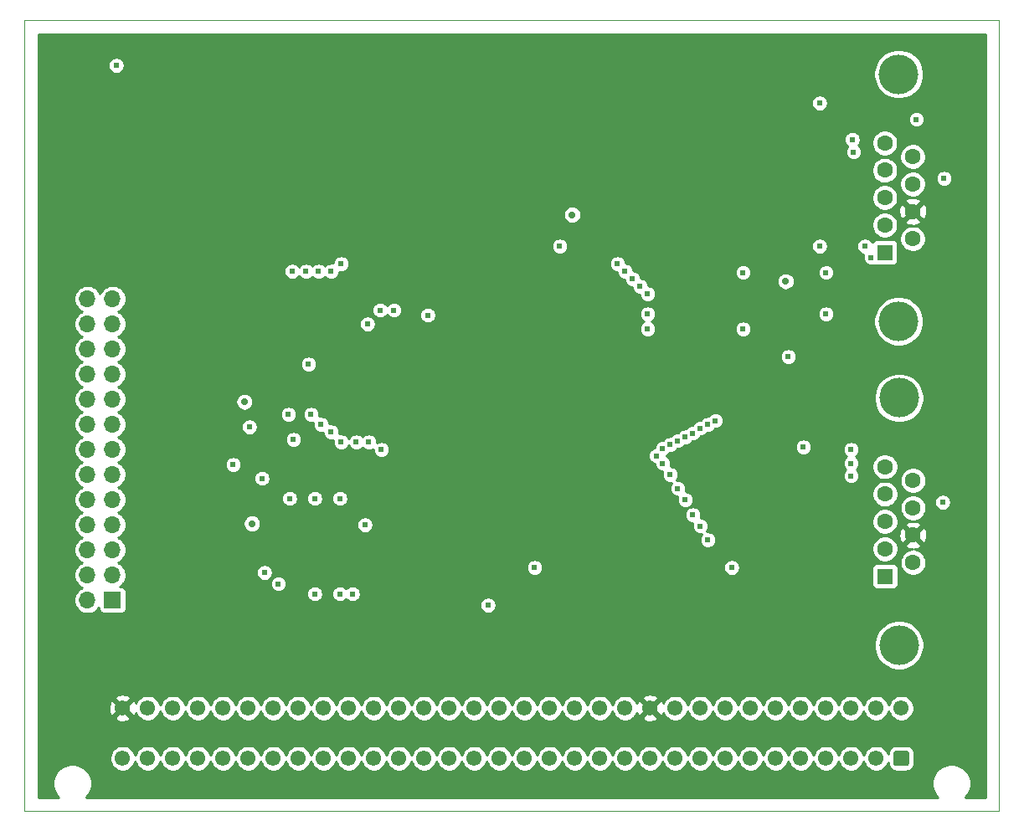
<source format=gbr>
G04 #@! TF.GenerationSoftware,KiCad,Pcbnew,5.1.5+dfsg1-2build2*
G04 #@! TF.CreationDate,2021-07-30T22:42:47+01:00*
G04 #@! TF.ProjectId,Printer+Sticks,5072696e-7465-4722-9b53-7469636b732e,rev?*
G04 #@! TF.SameCoordinates,Original*
G04 #@! TF.FileFunction,Copper,L2,Inr*
G04 #@! TF.FilePolarity,Positive*
%FSLAX46Y46*%
G04 Gerber Fmt 4.6, Leading zero omitted, Abs format (unit mm)*
G04 Created by KiCad (PCBNEW 5.1.5+dfsg1-2build2) date 2021-07-30 22:42:47*
%MOMM*%
%LPD*%
G04 APERTURE LIST*
%ADD10C,0.050000*%
%ADD11C,1.550000*%
%ADD12C,0.100000*%
%ADD13O,1.700000X1.700000*%
%ADD14R,1.700000X1.700000*%
%ADD15C,4.000000*%
%ADD16C,1.600000*%
%ADD17R,1.600000X1.600000*%
%ADD18C,0.609600*%
%ADD19C,0.711200*%
%ADD20C,0.254000*%
G04 APERTURE END LIST*
D10*
X155448000Y-109982000D02*
X155448000Y-189992000D01*
X56896000Y-109982000D02*
X155448000Y-109982000D01*
X56896000Y-189992000D02*
X56896000Y-109982000D01*
X155448000Y-189992000D02*
X56896000Y-189992000D01*
D11*
X66802000Y-179578000D03*
X69342000Y-179578000D03*
X71882000Y-179578000D03*
X74422000Y-179578000D03*
X76962000Y-179578000D03*
X79502000Y-179578000D03*
X82042000Y-179578000D03*
X84582000Y-179578000D03*
X87122000Y-179578000D03*
X89662000Y-179578000D03*
X92202000Y-179578000D03*
X94742000Y-179578000D03*
X97282000Y-179578000D03*
X99822000Y-179578000D03*
X102362000Y-179578000D03*
X104902000Y-179578000D03*
X107442000Y-179578000D03*
X109982000Y-179578000D03*
X112522000Y-179578000D03*
X115062000Y-179578000D03*
X117602000Y-179578000D03*
X120142000Y-179578000D03*
X122682000Y-179578000D03*
X125222000Y-179578000D03*
X127762000Y-179578000D03*
X130302000Y-179578000D03*
X132842000Y-179578000D03*
X135382000Y-179578000D03*
X137922000Y-179578000D03*
X140462000Y-179578000D03*
X143002000Y-179578000D03*
X145542000Y-179578000D03*
X66802000Y-184658000D03*
X69342000Y-184658000D03*
X71882000Y-184658000D03*
X74422000Y-184658000D03*
X76962000Y-184658000D03*
X79502000Y-184658000D03*
X82042000Y-184658000D03*
X84582000Y-184658000D03*
X87122000Y-184658000D03*
X89662000Y-184658000D03*
X92202000Y-184658000D03*
X94742000Y-184658000D03*
X97282000Y-184658000D03*
X99822000Y-184658000D03*
X102362000Y-184658000D03*
X104902000Y-184658000D03*
X107442000Y-184658000D03*
X109982000Y-184658000D03*
X112522000Y-184658000D03*
X115062000Y-184658000D03*
X117602000Y-184658000D03*
X120142000Y-184658000D03*
X122682000Y-184658000D03*
X125222000Y-184658000D03*
X127762000Y-184658000D03*
X130302000Y-184658000D03*
X132842000Y-184658000D03*
X135382000Y-184658000D03*
X137922000Y-184658000D03*
X140462000Y-184658000D03*
X143002000Y-184658000D03*
G04 #@! TA.AperFunction,ViaPad*
D12*
G36*
X146091505Y-183884204D02*
G01*
X146115773Y-183887804D01*
X146139572Y-183893765D01*
X146162671Y-183902030D01*
X146184850Y-183912520D01*
X146205893Y-183925132D01*
X146225599Y-183939747D01*
X146243777Y-183956223D01*
X146260253Y-183974401D01*
X146274868Y-183994107D01*
X146287480Y-184015150D01*
X146297970Y-184037329D01*
X146306235Y-184060428D01*
X146312196Y-184084227D01*
X146315796Y-184108495D01*
X146317000Y-184132999D01*
X146317000Y-185183001D01*
X146315796Y-185207505D01*
X146312196Y-185231773D01*
X146306235Y-185255572D01*
X146297970Y-185278671D01*
X146287480Y-185300850D01*
X146274868Y-185321893D01*
X146260253Y-185341599D01*
X146243777Y-185359777D01*
X146225599Y-185376253D01*
X146205893Y-185390868D01*
X146184850Y-185403480D01*
X146162671Y-185413970D01*
X146139572Y-185422235D01*
X146115773Y-185428196D01*
X146091505Y-185431796D01*
X146067001Y-185433000D01*
X145016999Y-185433000D01*
X144992495Y-185431796D01*
X144968227Y-185428196D01*
X144944428Y-185422235D01*
X144921329Y-185413970D01*
X144899150Y-185403480D01*
X144878107Y-185390868D01*
X144858401Y-185376253D01*
X144840223Y-185359777D01*
X144823747Y-185341599D01*
X144809132Y-185321893D01*
X144796520Y-185300850D01*
X144786030Y-185278671D01*
X144777765Y-185255572D01*
X144771804Y-185231773D01*
X144768204Y-185207505D01*
X144767000Y-185183001D01*
X144767000Y-184132999D01*
X144768204Y-184108495D01*
X144771804Y-184084227D01*
X144777765Y-184060428D01*
X144786030Y-184037329D01*
X144796520Y-184015150D01*
X144809132Y-183994107D01*
X144823747Y-183974401D01*
X144840223Y-183956223D01*
X144858401Y-183939747D01*
X144878107Y-183925132D01*
X144899150Y-183912520D01*
X144921329Y-183902030D01*
X144944428Y-183893765D01*
X144968227Y-183887804D01*
X144992495Y-183884204D01*
X145016999Y-183883000D01*
X146067001Y-183883000D01*
X146091505Y-183884204D01*
G37*
G04 #@! TD.AperFunction*
D13*
X63246000Y-138176000D03*
X65786000Y-138176000D03*
X63246000Y-140716000D03*
X65786000Y-140716000D03*
X63246000Y-143256000D03*
X65786000Y-143256000D03*
X63246000Y-145796000D03*
X65786000Y-145796000D03*
X63246000Y-148336000D03*
X65786000Y-148336000D03*
X63246000Y-150876000D03*
X65786000Y-150876000D03*
X63246000Y-153416000D03*
X65786000Y-153416000D03*
X63246000Y-155956000D03*
X65786000Y-155956000D03*
X63246000Y-158496000D03*
X65786000Y-158496000D03*
X63246000Y-161036000D03*
X65786000Y-161036000D03*
X63246000Y-163576000D03*
X65786000Y-163576000D03*
X63246000Y-166116000D03*
X65786000Y-166116000D03*
X63246000Y-168656000D03*
D14*
X65786000Y-168656000D03*
D15*
X145311000Y-148203000D03*
X145311000Y-173203000D03*
D16*
X146731000Y-156548000D03*
X146731000Y-159318000D03*
X146731000Y-162088000D03*
X146731000Y-164858000D03*
X143891000Y-155163000D03*
X143891000Y-157933000D03*
X143891000Y-160703000D03*
X143891000Y-163473000D03*
D17*
X143891000Y-166243000D03*
D15*
X145288000Y-115443000D03*
X145288000Y-140443000D03*
D16*
X146708000Y-123788000D03*
X146708000Y-126558000D03*
X146708000Y-129328000D03*
X146708000Y-132098000D03*
X143868000Y-122403000D03*
X143868000Y-125173000D03*
X143868000Y-127943000D03*
X143868000Y-130713000D03*
D17*
X143868000Y-133483000D03*
D18*
X152527000Y-155575000D03*
X152527000Y-162687000D03*
X152652000Y-129919000D03*
X152652000Y-122811000D03*
X66167000Y-117729000D03*
D19*
X137668000Y-134620000D03*
D18*
X133858000Y-141224000D03*
X129032000Y-131826000D03*
D19*
X97663000Y-147193000D03*
D18*
X77343000Y-151003000D03*
X137922000Y-144081500D03*
X132461000Y-163703000D03*
D19*
X91313000Y-171450000D03*
X103378000Y-125603000D03*
X85725000Y-141732000D03*
D18*
X129540000Y-144145000D03*
X105918000Y-125603000D03*
X77978000Y-154940000D03*
X83566000Y-149860000D03*
X103759000Y-169164000D03*
X79629000Y-151130000D03*
X126746000Y-150495000D03*
X88900000Y-134620000D03*
X116840000Y-134620000D03*
X86614000Y-135382000D03*
X118364000Y-136144000D03*
X119888000Y-137668000D03*
X83947000Y-135382000D03*
X91694000Y-152654000D03*
X121412000Y-153289000D03*
X121412000Y-154813000D03*
X88900000Y-152654000D03*
X122936000Y-152527000D03*
X122936000Y-157353000D03*
X86868000Y-150876000D03*
X124460000Y-160020000D03*
X124460000Y-151765000D03*
X84074000Y-152400000D03*
X125984000Y-162560000D03*
X125984000Y-150876000D03*
X141859000Y-132842000D03*
X149860000Y-125984000D03*
X142494000Y-133985000D03*
X149733000Y-158750000D03*
X94234000Y-139319000D03*
X97663000Y-139827000D03*
X92837000Y-139319000D03*
X80899000Y-156337000D03*
X83693000Y-158369000D03*
X86233000Y-158369000D03*
X88773000Y-158369000D03*
X81153000Y-165862000D03*
X82550000Y-167005000D03*
X86233000Y-168021000D03*
X88773000Y-168021000D03*
X147066000Y-120015000D03*
X140589000Y-122047000D03*
X140716000Y-123317000D03*
X140462000Y-153416000D03*
X140462000Y-154813000D03*
X140462000Y-156083000D03*
X137922000Y-139700000D03*
X119888000Y-139700000D03*
X129540000Y-141224000D03*
X119888000Y-141224000D03*
X92964000Y-153416000D03*
X120777000Y-154051000D03*
X122174000Y-152908000D03*
X90424000Y-152654000D03*
X122174000Y-155956000D03*
X87884000Y-151638000D03*
X123698000Y-158496000D03*
X123698000Y-152146000D03*
X85852000Y-149860000D03*
X125222000Y-161163000D03*
X125222000Y-151257000D03*
X87884000Y-135382000D03*
X117602000Y-135382000D03*
X85344000Y-135382000D03*
X119126000Y-136906000D03*
X137287000Y-132842000D03*
X110998000Y-132842000D03*
X128397000Y-165354000D03*
X108458000Y-165354000D03*
X91567000Y-140716000D03*
X135636000Y-153162000D03*
D19*
X112268000Y-129667000D03*
D18*
X66167000Y-114554000D03*
X134112000Y-144018000D03*
D19*
X133858000Y-136398000D03*
D18*
X137287000Y-118364000D03*
X137922000Y-135509000D03*
D19*
X79883000Y-160909000D03*
D18*
X91313000Y-161036000D03*
X90043000Y-168021000D03*
X129540000Y-135509000D03*
D19*
X79121000Y-148590000D03*
D18*
X85598000Y-144780000D03*
D20*
G36*
X154051000Y-188595000D02*
G01*
X151994596Y-188595000D01*
X152143189Y-188446407D01*
X152357512Y-188125650D01*
X152505140Y-187769244D01*
X152580400Y-187390886D01*
X152580400Y-187005114D01*
X152505140Y-186626756D01*
X152357512Y-186270350D01*
X152143189Y-185949593D01*
X151870407Y-185676811D01*
X151549650Y-185462488D01*
X151193244Y-185314860D01*
X150814886Y-185239600D01*
X150429114Y-185239600D01*
X150050756Y-185314860D01*
X149694350Y-185462488D01*
X149373593Y-185676811D01*
X149100811Y-185949593D01*
X148886488Y-186270350D01*
X148738860Y-186626756D01*
X148663600Y-187005114D01*
X148663600Y-187390886D01*
X148738860Y-187769244D01*
X148886488Y-188125650D01*
X149100811Y-188446407D01*
X149249404Y-188595000D01*
X63094596Y-188595000D01*
X63243189Y-188446407D01*
X63457512Y-188125650D01*
X63605140Y-187769244D01*
X63680400Y-187390886D01*
X63680400Y-187005114D01*
X63605140Y-186626756D01*
X63457512Y-186270350D01*
X63243189Y-185949593D01*
X62970407Y-185676811D01*
X62649650Y-185462488D01*
X62293244Y-185314860D01*
X61914886Y-185239600D01*
X61529114Y-185239600D01*
X61150756Y-185314860D01*
X60794350Y-185462488D01*
X60473593Y-185676811D01*
X60200811Y-185949593D01*
X59986488Y-186270350D01*
X59838860Y-186626756D01*
X59763600Y-187005114D01*
X59763600Y-187390886D01*
X59838860Y-187769244D01*
X59986488Y-188125650D01*
X60200811Y-188446407D01*
X60349404Y-188595000D01*
X58293000Y-188595000D01*
X58293000Y-184529134D01*
X65493600Y-184529134D01*
X65493600Y-184786866D01*
X65543881Y-185039646D01*
X65642511Y-185277760D01*
X65785699Y-185492057D01*
X65967943Y-185674301D01*
X66182240Y-185817489D01*
X66420354Y-185916119D01*
X66673134Y-185966400D01*
X66930866Y-185966400D01*
X67183646Y-185916119D01*
X67421760Y-185817489D01*
X67636057Y-185674301D01*
X67818301Y-185492057D01*
X67961489Y-185277760D01*
X68060119Y-185039646D01*
X68072000Y-184979916D01*
X68083881Y-185039646D01*
X68182511Y-185277760D01*
X68325699Y-185492057D01*
X68507943Y-185674301D01*
X68722240Y-185817489D01*
X68960354Y-185916119D01*
X69213134Y-185966400D01*
X69470866Y-185966400D01*
X69723646Y-185916119D01*
X69961760Y-185817489D01*
X70176057Y-185674301D01*
X70358301Y-185492057D01*
X70501489Y-185277760D01*
X70600119Y-185039646D01*
X70612000Y-184979916D01*
X70623881Y-185039646D01*
X70722511Y-185277760D01*
X70865699Y-185492057D01*
X71047943Y-185674301D01*
X71262240Y-185817489D01*
X71500354Y-185916119D01*
X71753134Y-185966400D01*
X72010866Y-185966400D01*
X72263646Y-185916119D01*
X72501760Y-185817489D01*
X72716057Y-185674301D01*
X72898301Y-185492057D01*
X73041489Y-185277760D01*
X73140119Y-185039646D01*
X73152000Y-184979916D01*
X73163881Y-185039646D01*
X73262511Y-185277760D01*
X73405699Y-185492057D01*
X73587943Y-185674301D01*
X73802240Y-185817489D01*
X74040354Y-185916119D01*
X74293134Y-185966400D01*
X74550866Y-185966400D01*
X74803646Y-185916119D01*
X75041760Y-185817489D01*
X75256057Y-185674301D01*
X75438301Y-185492057D01*
X75581489Y-185277760D01*
X75680119Y-185039646D01*
X75692000Y-184979916D01*
X75703881Y-185039646D01*
X75802511Y-185277760D01*
X75945699Y-185492057D01*
X76127943Y-185674301D01*
X76342240Y-185817489D01*
X76580354Y-185916119D01*
X76833134Y-185966400D01*
X77090866Y-185966400D01*
X77343646Y-185916119D01*
X77581760Y-185817489D01*
X77796057Y-185674301D01*
X77978301Y-185492057D01*
X78121489Y-185277760D01*
X78220119Y-185039646D01*
X78232000Y-184979916D01*
X78243881Y-185039646D01*
X78342511Y-185277760D01*
X78485699Y-185492057D01*
X78667943Y-185674301D01*
X78882240Y-185817489D01*
X79120354Y-185916119D01*
X79373134Y-185966400D01*
X79630866Y-185966400D01*
X79883646Y-185916119D01*
X80121760Y-185817489D01*
X80336057Y-185674301D01*
X80518301Y-185492057D01*
X80661489Y-185277760D01*
X80760119Y-185039646D01*
X80772000Y-184979916D01*
X80783881Y-185039646D01*
X80882511Y-185277760D01*
X81025699Y-185492057D01*
X81207943Y-185674301D01*
X81422240Y-185817489D01*
X81660354Y-185916119D01*
X81913134Y-185966400D01*
X82170866Y-185966400D01*
X82423646Y-185916119D01*
X82661760Y-185817489D01*
X82876057Y-185674301D01*
X83058301Y-185492057D01*
X83201489Y-185277760D01*
X83300119Y-185039646D01*
X83312000Y-184979916D01*
X83323881Y-185039646D01*
X83422511Y-185277760D01*
X83565699Y-185492057D01*
X83747943Y-185674301D01*
X83962240Y-185817489D01*
X84200354Y-185916119D01*
X84453134Y-185966400D01*
X84710866Y-185966400D01*
X84963646Y-185916119D01*
X85201760Y-185817489D01*
X85416057Y-185674301D01*
X85598301Y-185492057D01*
X85741489Y-185277760D01*
X85840119Y-185039646D01*
X85852000Y-184979916D01*
X85863881Y-185039646D01*
X85962511Y-185277760D01*
X86105699Y-185492057D01*
X86287943Y-185674301D01*
X86502240Y-185817489D01*
X86740354Y-185916119D01*
X86993134Y-185966400D01*
X87250866Y-185966400D01*
X87503646Y-185916119D01*
X87741760Y-185817489D01*
X87956057Y-185674301D01*
X88138301Y-185492057D01*
X88281489Y-185277760D01*
X88380119Y-185039646D01*
X88392000Y-184979916D01*
X88403881Y-185039646D01*
X88502511Y-185277760D01*
X88645699Y-185492057D01*
X88827943Y-185674301D01*
X89042240Y-185817489D01*
X89280354Y-185916119D01*
X89533134Y-185966400D01*
X89790866Y-185966400D01*
X90043646Y-185916119D01*
X90281760Y-185817489D01*
X90496057Y-185674301D01*
X90678301Y-185492057D01*
X90821489Y-185277760D01*
X90920119Y-185039646D01*
X90932000Y-184979916D01*
X90943881Y-185039646D01*
X91042511Y-185277760D01*
X91185699Y-185492057D01*
X91367943Y-185674301D01*
X91582240Y-185817489D01*
X91820354Y-185916119D01*
X92073134Y-185966400D01*
X92330866Y-185966400D01*
X92583646Y-185916119D01*
X92821760Y-185817489D01*
X93036057Y-185674301D01*
X93218301Y-185492057D01*
X93361489Y-185277760D01*
X93460119Y-185039646D01*
X93472000Y-184979916D01*
X93483881Y-185039646D01*
X93582511Y-185277760D01*
X93725699Y-185492057D01*
X93907943Y-185674301D01*
X94122240Y-185817489D01*
X94360354Y-185916119D01*
X94613134Y-185966400D01*
X94870866Y-185966400D01*
X95123646Y-185916119D01*
X95361760Y-185817489D01*
X95576057Y-185674301D01*
X95758301Y-185492057D01*
X95901489Y-185277760D01*
X96000119Y-185039646D01*
X96012000Y-184979916D01*
X96023881Y-185039646D01*
X96122511Y-185277760D01*
X96265699Y-185492057D01*
X96447943Y-185674301D01*
X96662240Y-185817489D01*
X96900354Y-185916119D01*
X97153134Y-185966400D01*
X97410866Y-185966400D01*
X97663646Y-185916119D01*
X97901760Y-185817489D01*
X98116057Y-185674301D01*
X98298301Y-185492057D01*
X98441489Y-185277760D01*
X98540119Y-185039646D01*
X98552000Y-184979916D01*
X98563881Y-185039646D01*
X98662511Y-185277760D01*
X98805699Y-185492057D01*
X98987943Y-185674301D01*
X99202240Y-185817489D01*
X99440354Y-185916119D01*
X99693134Y-185966400D01*
X99950866Y-185966400D01*
X100203646Y-185916119D01*
X100441760Y-185817489D01*
X100656057Y-185674301D01*
X100838301Y-185492057D01*
X100981489Y-185277760D01*
X101080119Y-185039646D01*
X101092000Y-184979916D01*
X101103881Y-185039646D01*
X101202511Y-185277760D01*
X101345699Y-185492057D01*
X101527943Y-185674301D01*
X101742240Y-185817489D01*
X101980354Y-185916119D01*
X102233134Y-185966400D01*
X102490866Y-185966400D01*
X102743646Y-185916119D01*
X102981760Y-185817489D01*
X103196057Y-185674301D01*
X103378301Y-185492057D01*
X103521489Y-185277760D01*
X103620119Y-185039646D01*
X103632000Y-184979916D01*
X103643881Y-185039646D01*
X103742511Y-185277760D01*
X103885699Y-185492057D01*
X104067943Y-185674301D01*
X104282240Y-185817489D01*
X104520354Y-185916119D01*
X104773134Y-185966400D01*
X105030866Y-185966400D01*
X105283646Y-185916119D01*
X105521760Y-185817489D01*
X105736057Y-185674301D01*
X105918301Y-185492057D01*
X106061489Y-185277760D01*
X106160119Y-185039646D01*
X106172000Y-184979916D01*
X106183881Y-185039646D01*
X106282511Y-185277760D01*
X106425699Y-185492057D01*
X106607943Y-185674301D01*
X106822240Y-185817489D01*
X107060354Y-185916119D01*
X107313134Y-185966400D01*
X107570866Y-185966400D01*
X107823646Y-185916119D01*
X108061760Y-185817489D01*
X108276057Y-185674301D01*
X108458301Y-185492057D01*
X108601489Y-185277760D01*
X108700119Y-185039646D01*
X108712000Y-184979916D01*
X108723881Y-185039646D01*
X108822511Y-185277760D01*
X108965699Y-185492057D01*
X109147943Y-185674301D01*
X109362240Y-185817489D01*
X109600354Y-185916119D01*
X109853134Y-185966400D01*
X110110866Y-185966400D01*
X110363646Y-185916119D01*
X110601760Y-185817489D01*
X110816057Y-185674301D01*
X110998301Y-185492057D01*
X111141489Y-185277760D01*
X111240119Y-185039646D01*
X111252000Y-184979916D01*
X111263881Y-185039646D01*
X111362511Y-185277760D01*
X111505699Y-185492057D01*
X111687943Y-185674301D01*
X111902240Y-185817489D01*
X112140354Y-185916119D01*
X112393134Y-185966400D01*
X112650866Y-185966400D01*
X112903646Y-185916119D01*
X113141760Y-185817489D01*
X113356057Y-185674301D01*
X113538301Y-185492057D01*
X113681489Y-185277760D01*
X113780119Y-185039646D01*
X113792000Y-184979916D01*
X113803881Y-185039646D01*
X113902511Y-185277760D01*
X114045699Y-185492057D01*
X114227943Y-185674301D01*
X114442240Y-185817489D01*
X114680354Y-185916119D01*
X114933134Y-185966400D01*
X115190866Y-185966400D01*
X115443646Y-185916119D01*
X115681760Y-185817489D01*
X115896057Y-185674301D01*
X116078301Y-185492057D01*
X116221489Y-185277760D01*
X116320119Y-185039646D01*
X116332000Y-184979916D01*
X116343881Y-185039646D01*
X116442511Y-185277760D01*
X116585699Y-185492057D01*
X116767943Y-185674301D01*
X116982240Y-185817489D01*
X117220354Y-185916119D01*
X117473134Y-185966400D01*
X117730866Y-185966400D01*
X117983646Y-185916119D01*
X118221760Y-185817489D01*
X118436057Y-185674301D01*
X118618301Y-185492057D01*
X118761489Y-185277760D01*
X118860119Y-185039646D01*
X118872000Y-184979916D01*
X118883881Y-185039646D01*
X118982511Y-185277760D01*
X119125699Y-185492057D01*
X119307943Y-185674301D01*
X119522240Y-185817489D01*
X119760354Y-185916119D01*
X120013134Y-185966400D01*
X120270866Y-185966400D01*
X120523646Y-185916119D01*
X120761760Y-185817489D01*
X120976057Y-185674301D01*
X121158301Y-185492057D01*
X121301489Y-185277760D01*
X121400119Y-185039646D01*
X121412000Y-184979916D01*
X121423881Y-185039646D01*
X121522511Y-185277760D01*
X121665699Y-185492057D01*
X121847943Y-185674301D01*
X122062240Y-185817489D01*
X122300354Y-185916119D01*
X122553134Y-185966400D01*
X122810866Y-185966400D01*
X123063646Y-185916119D01*
X123301760Y-185817489D01*
X123516057Y-185674301D01*
X123698301Y-185492057D01*
X123841489Y-185277760D01*
X123940119Y-185039646D01*
X123952000Y-184979916D01*
X123963881Y-185039646D01*
X124062511Y-185277760D01*
X124205699Y-185492057D01*
X124387943Y-185674301D01*
X124602240Y-185817489D01*
X124840354Y-185916119D01*
X125093134Y-185966400D01*
X125350866Y-185966400D01*
X125603646Y-185916119D01*
X125841760Y-185817489D01*
X126056057Y-185674301D01*
X126238301Y-185492057D01*
X126381489Y-185277760D01*
X126480119Y-185039646D01*
X126492000Y-184979916D01*
X126503881Y-185039646D01*
X126602511Y-185277760D01*
X126745699Y-185492057D01*
X126927943Y-185674301D01*
X127142240Y-185817489D01*
X127380354Y-185916119D01*
X127633134Y-185966400D01*
X127890866Y-185966400D01*
X128143646Y-185916119D01*
X128381760Y-185817489D01*
X128596057Y-185674301D01*
X128778301Y-185492057D01*
X128921489Y-185277760D01*
X129020119Y-185039646D01*
X129032000Y-184979916D01*
X129043881Y-185039646D01*
X129142511Y-185277760D01*
X129285699Y-185492057D01*
X129467943Y-185674301D01*
X129682240Y-185817489D01*
X129920354Y-185916119D01*
X130173134Y-185966400D01*
X130430866Y-185966400D01*
X130683646Y-185916119D01*
X130921760Y-185817489D01*
X131136057Y-185674301D01*
X131318301Y-185492057D01*
X131461489Y-185277760D01*
X131560119Y-185039646D01*
X131572000Y-184979916D01*
X131583881Y-185039646D01*
X131682511Y-185277760D01*
X131825699Y-185492057D01*
X132007943Y-185674301D01*
X132222240Y-185817489D01*
X132460354Y-185916119D01*
X132713134Y-185966400D01*
X132970866Y-185966400D01*
X133223646Y-185916119D01*
X133461760Y-185817489D01*
X133676057Y-185674301D01*
X133858301Y-185492057D01*
X134001489Y-185277760D01*
X134100119Y-185039646D01*
X134112000Y-184979916D01*
X134123881Y-185039646D01*
X134222511Y-185277760D01*
X134365699Y-185492057D01*
X134547943Y-185674301D01*
X134762240Y-185817489D01*
X135000354Y-185916119D01*
X135253134Y-185966400D01*
X135510866Y-185966400D01*
X135763646Y-185916119D01*
X136001760Y-185817489D01*
X136216057Y-185674301D01*
X136398301Y-185492057D01*
X136541489Y-185277760D01*
X136640119Y-185039646D01*
X136652000Y-184979916D01*
X136663881Y-185039646D01*
X136762511Y-185277760D01*
X136905699Y-185492057D01*
X137087943Y-185674301D01*
X137302240Y-185817489D01*
X137540354Y-185916119D01*
X137793134Y-185966400D01*
X138050866Y-185966400D01*
X138303646Y-185916119D01*
X138541760Y-185817489D01*
X138756057Y-185674301D01*
X138938301Y-185492057D01*
X139081489Y-185277760D01*
X139180119Y-185039646D01*
X139192000Y-184979916D01*
X139203881Y-185039646D01*
X139302511Y-185277760D01*
X139445699Y-185492057D01*
X139627943Y-185674301D01*
X139842240Y-185817489D01*
X140080354Y-185916119D01*
X140333134Y-185966400D01*
X140590866Y-185966400D01*
X140843646Y-185916119D01*
X141081760Y-185817489D01*
X141296057Y-185674301D01*
X141478301Y-185492057D01*
X141621489Y-185277760D01*
X141720119Y-185039646D01*
X141732000Y-184979916D01*
X141743881Y-185039646D01*
X141842511Y-185277760D01*
X141985699Y-185492057D01*
X142167943Y-185674301D01*
X142382240Y-185817489D01*
X142620354Y-185916119D01*
X142873134Y-185966400D01*
X143130866Y-185966400D01*
X143383646Y-185916119D01*
X143621760Y-185817489D01*
X143836057Y-185674301D01*
X144018301Y-185492057D01*
X144161489Y-185277760D01*
X144231020Y-185109897D01*
X144231020Y-185183001D01*
X144246122Y-185336338D01*
X144290849Y-185483782D01*
X144363481Y-185619668D01*
X144461228Y-185738772D01*
X144580332Y-185836519D01*
X144716218Y-185909151D01*
X144863662Y-185953878D01*
X145016999Y-185968980D01*
X146067001Y-185968980D01*
X146220338Y-185953878D01*
X146367782Y-185909151D01*
X146503668Y-185836519D01*
X146622772Y-185738772D01*
X146720519Y-185619668D01*
X146793151Y-185483782D01*
X146837878Y-185336338D01*
X146852980Y-185183001D01*
X146852980Y-184132999D01*
X146837878Y-183979662D01*
X146793151Y-183832218D01*
X146720519Y-183696332D01*
X146622772Y-183577228D01*
X146503668Y-183479481D01*
X146367782Y-183406849D01*
X146220338Y-183362122D01*
X146067001Y-183347020D01*
X145016999Y-183347020D01*
X144863662Y-183362122D01*
X144716218Y-183406849D01*
X144580332Y-183479481D01*
X144461228Y-183577228D01*
X144363481Y-183696332D01*
X144290849Y-183832218D01*
X144246122Y-183979662D01*
X144231020Y-184132999D01*
X144231020Y-184206103D01*
X144161489Y-184038240D01*
X144018301Y-183823943D01*
X143836057Y-183641699D01*
X143621760Y-183498511D01*
X143383646Y-183399881D01*
X143130866Y-183349600D01*
X142873134Y-183349600D01*
X142620354Y-183399881D01*
X142382240Y-183498511D01*
X142167943Y-183641699D01*
X141985699Y-183823943D01*
X141842511Y-184038240D01*
X141743881Y-184276354D01*
X141732000Y-184336084D01*
X141720119Y-184276354D01*
X141621489Y-184038240D01*
X141478301Y-183823943D01*
X141296057Y-183641699D01*
X141081760Y-183498511D01*
X140843646Y-183399881D01*
X140590866Y-183349600D01*
X140333134Y-183349600D01*
X140080354Y-183399881D01*
X139842240Y-183498511D01*
X139627943Y-183641699D01*
X139445699Y-183823943D01*
X139302511Y-184038240D01*
X139203881Y-184276354D01*
X139192000Y-184336084D01*
X139180119Y-184276354D01*
X139081489Y-184038240D01*
X138938301Y-183823943D01*
X138756057Y-183641699D01*
X138541760Y-183498511D01*
X138303646Y-183399881D01*
X138050866Y-183349600D01*
X137793134Y-183349600D01*
X137540354Y-183399881D01*
X137302240Y-183498511D01*
X137087943Y-183641699D01*
X136905699Y-183823943D01*
X136762511Y-184038240D01*
X136663881Y-184276354D01*
X136652000Y-184336084D01*
X136640119Y-184276354D01*
X136541489Y-184038240D01*
X136398301Y-183823943D01*
X136216057Y-183641699D01*
X136001760Y-183498511D01*
X135763646Y-183399881D01*
X135510866Y-183349600D01*
X135253134Y-183349600D01*
X135000354Y-183399881D01*
X134762240Y-183498511D01*
X134547943Y-183641699D01*
X134365699Y-183823943D01*
X134222511Y-184038240D01*
X134123881Y-184276354D01*
X134112000Y-184336084D01*
X134100119Y-184276354D01*
X134001489Y-184038240D01*
X133858301Y-183823943D01*
X133676057Y-183641699D01*
X133461760Y-183498511D01*
X133223646Y-183399881D01*
X132970866Y-183349600D01*
X132713134Y-183349600D01*
X132460354Y-183399881D01*
X132222240Y-183498511D01*
X132007943Y-183641699D01*
X131825699Y-183823943D01*
X131682511Y-184038240D01*
X131583881Y-184276354D01*
X131572000Y-184336084D01*
X131560119Y-184276354D01*
X131461489Y-184038240D01*
X131318301Y-183823943D01*
X131136057Y-183641699D01*
X130921760Y-183498511D01*
X130683646Y-183399881D01*
X130430866Y-183349600D01*
X130173134Y-183349600D01*
X129920354Y-183399881D01*
X129682240Y-183498511D01*
X129467943Y-183641699D01*
X129285699Y-183823943D01*
X129142511Y-184038240D01*
X129043881Y-184276354D01*
X129032000Y-184336084D01*
X129020119Y-184276354D01*
X128921489Y-184038240D01*
X128778301Y-183823943D01*
X128596057Y-183641699D01*
X128381760Y-183498511D01*
X128143646Y-183399881D01*
X127890866Y-183349600D01*
X127633134Y-183349600D01*
X127380354Y-183399881D01*
X127142240Y-183498511D01*
X126927943Y-183641699D01*
X126745699Y-183823943D01*
X126602511Y-184038240D01*
X126503881Y-184276354D01*
X126492000Y-184336084D01*
X126480119Y-184276354D01*
X126381489Y-184038240D01*
X126238301Y-183823943D01*
X126056057Y-183641699D01*
X125841760Y-183498511D01*
X125603646Y-183399881D01*
X125350866Y-183349600D01*
X125093134Y-183349600D01*
X124840354Y-183399881D01*
X124602240Y-183498511D01*
X124387943Y-183641699D01*
X124205699Y-183823943D01*
X124062511Y-184038240D01*
X123963881Y-184276354D01*
X123952000Y-184336084D01*
X123940119Y-184276354D01*
X123841489Y-184038240D01*
X123698301Y-183823943D01*
X123516057Y-183641699D01*
X123301760Y-183498511D01*
X123063646Y-183399881D01*
X122810866Y-183349600D01*
X122553134Y-183349600D01*
X122300354Y-183399881D01*
X122062240Y-183498511D01*
X121847943Y-183641699D01*
X121665699Y-183823943D01*
X121522511Y-184038240D01*
X121423881Y-184276354D01*
X121412000Y-184336084D01*
X121400119Y-184276354D01*
X121301489Y-184038240D01*
X121158301Y-183823943D01*
X120976057Y-183641699D01*
X120761760Y-183498511D01*
X120523646Y-183399881D01*
X120270866Y-183349600D01*
X120013134Y-183349600D01*
X119760354Y-183399881D01*
X119522240Y-183498511D01*
X119307943Y-183641699D01*
X119125699Y-183823943D01*
X118982511Y-184038240D01*
X118883881Y-184276354D01*
X118872000Y-184336084D01*
X118860119Y-184276354D01*
X118761489Y-184038240D01*
X118618301Y-183823943D01*
X118436057Y-183641699D01*
X118221760Y-183498511D01*
X117983646Y-183399881D01*
X117730866Y-183349600D01*
X117473134Y-183349600D01*
X117220354Y-183399881D01*
X116982240Y-183498511D01*
X116767943Y-183641699D01*
X116585699Y-183823943D01*
X116442511Y-184038240D01*
X116343881Y-184276354D01*
X116332000Y-184336084D01*
X116320119Y-184276354D01*
X116221489Y-184038240D01*
X116078301Y-183823943D01*
X115896057Y-183641699D01*
X115681760Y-183498511D01*
X115443646Y-183399881D01*
X115190866Y-183349600D01*
X114933134Y-183349600D01*
X114680354Y-183399881D01*
X114442240Y-183498511D01*
X114227943Y-183641699D01*
X114045699Y-183823943D01*
X113902511Y-184038240D01*
X113803881Y-184276354D01*
X113792000Y-184336084D01*
X113780119Y-184276354D01*
X113681489Y-184038240D01*
X113538301Y-183823943D01*
X113356057Y-183641699D01*
X113141760Y-183498511D01*
X112903646Y-183399881D01*
X112650866Y-183349600D01*
X112393134Y-183349600D01*
X112140354Y-183399881D01*
X111902240Y-183498511D01*
X111687943Y-183641699D01*
X111505699Y-183823943D01*
X111362511Y-184038240D01*
X111263881Y-184276354D01*
X111252000Y-184336084D01*
X111240119Y-184276354D01*
X111141489Y-184038240D01*
X110998301Y-183823943D01*
X110816057Y-183641699D01*
X110601760Y-183498511D01*
X110363646Y-183399881D01*
X110110866Y-183349600D01*
X109853134Y-183349600D01*
X109600354Y-183399881D01*
X109362240Y-183498511D01*
X109147943Y-183641699D01*
X108965699Y-183823943D01*
X108822511Y-184038240D01*
X108723881Y-184276354D01*
X108712000Y-184336084D01*
X108700119Y-184276354D01*
X108601489Y-184038240D01*
X108458301Y-183823943D01*
X108276057Y-183641699D01*
X108061760Y-183498511D01*
X107823646Y-183399881D01*
X107570866Y-183349600D01*
X107313134Y-183349600D01*
X107060354Y-183399881D01*
X106822240Y-183498511D01*
X106607943Y-183641699D01*
X106425699Y-183823943D01*
X106282511Y-184038240D01*
X106183881Y-184276354D01*
X106172000Y-184336084D01*
X106160119Y-184276354D01*
X106061489Y-184038240D01*
X105918301Y-183823943D01*
X105736057Y-183641699D01*
X105521760Y-183498511D01*
X105283646Y-183399881D01*
X105030866Y-183349600D01*
X104773134Y-183349600D01*
X104520354Y-183399881D01*
X104282240Y-183498511D01*
X104067943Y-183641699D01*
X103885699Y-183823943D01*
X103742511Y-184038240D01*
X103643881Y-184276354D01*
X103632000Y-184336084D01*
X103620119Y-184276354D01*
X103521489Y-184038240D01*
X103378301Y-183823943D01*
X103196057Y-183641699D01*
X102981760Y-183498511D01*
X102743646Y-183399881D01*
X102490866Y-183349600D01*
X102233134Y-183349600D01*
X101980354Y-183399881D01*
X101742240Y-183498511D01*
X101527943Y-183641699D01*
X101345699Y-183823943D01*
X101202511Y-184038240D01*
X101103881Y-184276354D01*
X101092000Y-184336084D01*
X101080119Y-184276354D01*
X100981489Y-184038240D01*
X100838301Y-183823943D01*
X100656057Y-183641699D01*
X100441760Y-183498511D01*
X100203646Y-183399881D01*
X99950866Y-183349600D01*
X99693134Y-183349600D01*
X99440354Y-183399881D01*
X99202240Y-183498511D01*
X98987943Y-183641699D01*
X98805699Y-183823943D01*
X98662511Y-184038240D01*
X98563881Y-184276354D01*
X98552000Y-184336084D01*
X98540119Y-184276354D01*
X98441489Y-184038240D01*
X98298301Y-183823943D01*
X98116057Y-183641699D01*
X97901760Y-183498511D01*
X97663646Y-183399881D01*
X97410866Y-183349600D01*
X97153134Y-183349600D01*
X96900354Y-183399881D01*
X96662240Y-183498511D01*
X96447943Y-183641699D01*
X96265699Y-183823943D01*
X96122511Y-184038240D01*
X96023881Y-184276354D01*
X96012000Y-184336084D01*
X96000119Y-184276354D01*
X95901489Y-184038240D01*
X95758301Y-183823943D01*
X95576057Y-183641699D01*
X95361760Y-183498511D01*
X95123646Y-183399881D01*
X94870866Y-183349600D01*
X94613134Y-183349600D01*
X94360354Y-183399881D01*
X94122240Y-183498511D01*
X93907943Y-183641699D01*
X93725699Y-183823943D01*
X93582511Y-184038240D01*
X93483881Y-184276354D01*
X93472000Y-184336084D01*
X93460119Y-184276354D01*
X93361489Y-184038240D01*
X93218301Y-183823943D01*
X93036057Y-183641699D01*
X92821760Y-183498511D01*
X92583646Y-183399881D01*
X92330866Y-183349600D01*
X92073134Y-183349600D01*
X91820354Y-183399881D01*
X91582240Y-183498511D01*
X91367943Y-183641699D01*
X91185699Y-183823943D01*
X91042511Y-184038240D01*
X90943881Y-184276354D01*
X90932000Y-184336084D01*
X90920119Y-184276354D01*
X90821489Y-184038240D01*
X90678301Y-183823943D01*
X90496057Y-183641699D01*
X90281760Y-183498511D01*
X90043646Y-183399881D01*
X89790866Y-183349600D01*
X89533134Y-183349600D01*
X89280354Y-183399881D01*
X89042240Y-183498511D01*
X88827943Y-183641699D01*
X88645699Y-183823943D01*
X88502511Y-184038240D01*
X88403881Y-184276354D01*
X88392000Y-184336084D01*
X88380119Y-184276354D01*
X88281489Y-184038240D01*
X88138301Y-183823943D01*
X87956057Y-183641699D01*
X87741760Y-183498511D01*
X87503646Y-183399881D01*
X87250866Y-183349600D01*
X86993134Y-183349600D01*
X86740354Y-183399881D01*
X86502240Y-183498511D01*
X86287943Y-183641699D01*
X86105699Y-183823943D01*
X85962511Y-184038240D01*
X85863881Y-184276354D01*
X85852000Y-184336084D01*
X85840119Y-184276354D01*
X85741489Y-184038240D01*
X85598301Y-183823943D01*
X85416057Y-183641699D01*
X85201760Y-183498511D01*
X84963646Y-183399881D01*
X84710866Y-183349600D01*
X84453134Y-183349600D01*
X84200354Y-183399881D01*
X83962240Y-183498511D01*
X83747943Y-183641699D01*
X83565699Y-183823943D01*
X83422511Y-184038240D01*
X83323881Y-184276354D01*
X83312000Y-184336084D01*
X83300119Y-184276354D01*
X83201489Y-184038240D01*
X83058301Y-183823943D01*
X82876057Y-183641699D01*
X82661760Y-183498511D01*
X82423646Y-183399881D01*
X82170866Y-183349600D01*
X81913134Y-183349600D01*
X81660354Y-183399881D01*
X81422240Y-183498511D01*
X81207943Y-183641699D01*
X81025699Y-183823943D01*
X80882511Y-184038240D01*
X80783881Y-184276354D01*
X80772000Y-184336084D01*
X80760119Y-184276354D01*
X80661489Y-184038240D01*
X80518301Y-183823943D01*
X80336057Y-183641699D01*
X80121760Y-183498511D01*
X79883646Y-183399881D01*
X79630866Y-183349600D01*
X79373134Y-183349600D01*
X79120354Y-183399881D01*
X78882240Y-183498511D01*
X78667943Y-183641699D01*
X78485699Y-183823943D01*
X78342511Y-184038240D01*
X78243881Y-184276354D01*
X78232000Y-184336084D01*
X78220119Y-184276354D01*
X78121489Y-184038240D01*
X77978301Y-183823943D01*
X77796057Y-183641699D01*
X77581760Y-183498511D01*
X77343646Y-183399881D01*
X77090866Y-183349600D01*
X76833134Y-183349600D01*
X76580354Y-183399881D01*
X76342240Y-183498511D01*
X76127943Y-183641699D01*
X75945699Y-183823943D01*
X75802511Y-184038240D01*
X75703881Y-184276354D01*
X75692000Y-184336084D01*
X75680119Y-184276354D01*
X75581489Y-184038240D01*
X75438301Y-183823943D01*
X75256057Y-183641699D01*
X75041760Y-183498511D01*
X74803646Y-183399881D01*
X74550866Y-183349600D01*
X74293134Y-183349600D01*
X74040354Y-183399881D01*
X73802240Y-183498511D01*
X73587943Y-183641699D01*
X73405699Y-183823943D01*
X73262511Y-184038240D01*
X73163881Y-184276354D01*
X73152000Y-184336084D01*
X73140119Y-184276354D01*
X73041489Y-184038240D01*
X72898301Y-183823943D01*
X72716057Y-183641699D01*
X72501760Y-183498511D01*
X72263646Y-183399881D01*
X72010866Y-183349600D01*
X71753134Y-183349600D01*
X71500354Y-183399881D01*
X71262240Y-183498511D01*
X71047943Y-183641699D01*
X70865699Y-183823943D01*
X70722511Y-184038240D01*
X70623881Y-184276354D01*
X70612000Y-184336084D01*
X70600119Y-184276354D01*
X70501489Y-184038240D01*
X70358301Y-183823943D01*
X70176057Y-183641699D01*
X69961760Y-183498511D01*
X69723646Y-183399881D01*
X69470866Y-183349600D01*
X69213134Y-183349600D01*
X68960354Y-183399881D01*
X68722240Y-183498511D01*
X68507943Y-183641699D01*
X68325699Y-183823943D01*
X68182511Y-184038240D01*
X68083881Y-184276354D01*
X68072000Y-184336084D01*
X68060119Y-184276354D01*
X67961489Y-184038240D01*
X67818301Y-183823943D01*
X67636057Y-183641699D01*
X67421760Y-183498511D01*
X67183646Y-183399881D01*
X66930866Y-183349600D01*
X66673134Y-183349600D01*
X66420354Y-183399881D01*
X66182240Y-183498511D01*
X65967943Y-183641699D01*
X65785699Y-183823943D01*
X65642511Y-184038240D01*
X65543881Y-184276354D01*
X65493600Y-184529134D01*
X58293000Y-184529134D01*
X58293000Y-180552849D01*
X66006756Y-180552849D01*
X66075310Y-180794268D01*
X66326556Y-180912668D01*
X66596071Y-180979778D01*
X66873502Y-180993018D01*
X67148184Y-180951879D01*
X67409562Y-180857943D01*
X67528690Y-180794268D01*
X67597244Y-180552849D01*
X66802000Y-179757605D01*
X66006756Y-180552849D01*
X58293000Y-180552849D01*
X58293000Y-179649502D01*
X65386982Y-179649502D01*
X65428121Y-179924184D01*
X65522057Y-180185562D01*
X65585732Y-180304690D01*
X65827151Y-180373244D01*
X66622395Y-179578000D01*
X66981605Y-179578000D01*
X67776849Y-180373244D01*
X68018268Y-180304690D01*
X68129252Y-180069181D01*
X68182511Y-180197760D01*
X68325699Y-180412057D01*
X68507943Y-180594301D01*
X68722240Y-180737489D01*
X68960354Y-180836119D01*
X69213134Y-180886400D01*
X69470866Y-180886400D01*
X69723646Y-180836119D01*
X69961760Y-180737489D01*
X70176057Y-180594301D01*
X70358301Y-180412057D01*
X70501489Y-180197760D01*
X70600119Y-179959646D01*
X70612000Y-179899916D01*
X70623881Y-179959646D01*
X70722511Y-180197760D01*
X70865699Y-180412057D01*
X71047943Y-180594301D01*
X71262240Y-180737489D01*
X71500354Y-180836119D01*
X71753134Y-180886400D01*
X72010866Y-180886400D01*
X72263646Y-180836119D01*
X72501760Y-180737489D01*
X72716057Y-180594301D01*
X72898301Y-180412057D01*
X73041489Y-180197760D01*
X73140119Y-179959646D01*
X73152000Y-179899916D01*
X73163881Y-179959646D01*
X73262511Y-180197760D01*
X73405699Y-180412057D01*
X73587943Y-180594301D01*
X73802240Y-180737489D01*
X74040354Y-180836119D01*
X74293134Y-180886400D01*
X74550866Y-180886400D01*
X74803646Y-180836119D01*
X75041760Y-180737489D01*
X75256057Y-180594301D01*
X75438301Y-180412057D01*
X75581489Y-180197760D01*
X75680119Y-179959646D01*
X75692000Y-179899916D01*
X75703881Y-179959646D01*
X75802511Y-180197760D01*
X75945699Y-180412057D01*
X76127943Y-180594301D01*
X76342240Y-180737489D01*
X76580354Y-180836119D01*
X76833134Y-180886400D01*
X77090866Y-180886400D01*
X77343646Y-180836119D01*
X77581760Y-180737489D01*
X77796057Y-180594301D01*
X77978301Y-180412057D01*
X78121489Y-180197760D01*
X78220119Y-179959646D01*
X78232000Y-179899916D01*
X78243881Y-179959646D01*
X78342511Y-180197760D01*
X78485699Y-180412057D01*
X78667943Y-180594301D01*
X78882240Y-180737489D01*
X79120354Y-180836119D01*
X79373134Y-180886400D01*
X79630866Y-180886400D01*
X79883646Y-180836119D01*
X80121760Y-180737489D01*
X80336057Y-180594301D01*
X80518301Y-180412057D01*
X80661489Y-180197760D01*
X80760119Y-179959646D01*
X80772000Y-179899916D01*
X80783881Y-179959646D01*
X80882511Y-180197760D01*
X81025699Y-180412057D01*
X81207943Y-180594301D01*
X81422240Y-180737489D01*
X81660354Y-180836119D01*
X81913134Y-180886400D01*
X82170866Y-180886400D01*
X82423646Y-180836119D01*
X82661760Y-180737489D01*
X82876057Y-180594301D01*
X83058301Y-180412057D01*
X83201489Y-180197760D01*
X83300119Y-179959646D01*
X83312000Y-179899916D01*
X83323881Y-179959646D01*
X83422511Y-180197760D01*
X83565699Y-180412057D01*
X83747943Y-180594301D01*
X83962240Y-180737489D01*
X84200354Y-180836119D01*
X84453134Y-180886400D01*
X84710866Y-180886400D01*
X84963646Y-180836119D01*
X85201760Y-180737489D01*
X85416057Y-180594301D01*
X85598301Y-180412057D01*
X85741489Y-180197760D01*
X85840119Y-179959646D01*
X85852000Y-179899916D01*
X85863881Y-179959646D01*
X85962511Y-180197760D01*
X86105699Y-180412057D01*
X86287943Y-180594301D01*
X86502240Y-180737489D01*
X86740354Y-180836119D01*
X86993134Y-180886400D01*
X87250866Y-180886400D01*
X87503646Y-180836119D01*
X87741760Y-180737489D01*
X87956057Y-180594301D01*
X88138301Y-180412057D01*
X88281489Y-180197760D01*
X88380119Y-179959646D01*
X88392000Y-179899916D01*
X88403881Y-179959646D01*
X88502511Y-180197760D01*
X88645699Y-180412057D01*
X88827943Y-180594301D01*
X89042240Y-180737489D01*
X89280354Y-180836119D01*
X89533134Y-180886400D01*
X89790866Y-180886400D01*
X90043646Y-180836119D01*
X90281760Y-180737489D01*
X90496057Y-180594301D01*
X90678301Y-180412057D01*
X90821489Y-180197760D01*
X90920119Y-179959646D01*
X90932000Y-179899916D01*
X90943881Y-179959646D01*
X91042511Y-180197760D01*
X91185699Y-180412057D01*
X91367943Y-180594301D01*
X91582240Y-180737489D01*
X91820354Y-180836119D01*
X92073134Y-180886400D01*
X92330866Y-180886400D01*
X92583646Y-180836119D01*
X92821760Y-180737489D01*
X93036057Y-180594301D01*
X93218301Y-180412057D01*
X93361489Y-180197760D01*
X93460119Y-179959646D01*
X93472000Y-179899916D01*
X93483881Y-179959646D01*
X93582511Y-180197760D01*
X93725699Y-180412057D01*
X93907943Y-180594301D01*
X94122240Y-180737489D01*
X94360354Y-180836119D01*
X94613134Y-180886400D01*
X94870866Y-180886400D01*
X95123646Y-180836119D01*
X95361760Y-180737489D01*
X95576057Y-180594301D01*
X95758301Y-180412057D01*
X95901489Y-180197760D01*
X96000119Y-179959646D01*
X96012000Y-179899916D01*
X96023881Y-179959646D01*
X96122511Y-180197760D01*
X96265699Y-180412057D01*
X96447943Y-180594301D01*
X96662240Y-180737489D01*
X96900354Y-180836119D01*
X97153134Y-180886400D01*
X97410866Y-180886400D01*
X97663646Y-180836119D01*
X97901760Y-180737489D01*
X98116057Y-180594301D01*
X98298301Y-180412057D01*
X98441489Y-180197760D01*
X98540119Y-179959646D01*
X98552000Y-179899916D01*
X98563881Y-179959646D01*
X98662511Y-180197760D01*
X98805699Y-180412057D01*
X98987943Y-180594301D01*
X99202240Y-180737489D01*
X99440354Y-180836119D01*
X99693134Y-180886400D01*
X99950866Y-180886400D01*
X100203646Y-180836119D01*
X100441760Y-180737489D01*
X100656057Y-180594301D01*
X100838301Y-180412057D01*
X100981489Y-180197760D01*
X101080119Y-179959646D01*
X101092000Y-179899916D01*
X101103881Y-179959646D01*
X101202511Y-180197760D01*
X101345699Y-180412057D01*
X101527943Y-180594301D01*
X101742240Y-180737489D01*
X101980354Y-180836119D01*
X102233134Y-180886400D01*
X102490866Y-180886400D01*
X102743646Y-180836119D01*
X102981760Y-180737489D01*
X103196057Y-180594301D01*
X103378301Y-180412057D01*
X103521489Y-180197760D01*
X103620119Y-179959646D01*
X103632000Y-179899916D01*
X103643881Y-179959646D01*
X103742511Y-180197760D01*
X103885699Y-180412057D01*
X104067943Y-180594301D01*
X104282240Y-180737489D01*
X104520354Y-180836119D01*
X104773134Y-180886400D01*
X105030866Y-180886400D01*
X105283646Y-180836119D01*
X105521760Y-180737489D01*
X105736057Y-180594301D01*
X105918301Y-180412057D01*
X106061489Y-180197760D01*
X106160119Y-179959646D01*
X106172000Y-179899916D01*
X106183881Y-179959646D01*
X106282511Y-180197760D01*
X106425699Y-180412057D01*
X106607943Y-180594301D01*
X106822240Y-180737489D01*
X107060354Y-180836119D01*
X107313134Y-180886400D01*
X107570866Y-180886400D01*
X107823646Y-180836119D01*
X108061760Y-180737489D01*
X108276057Y-180594301D01*
X108458301Y-180412057D01*
X108601489Y-180197760D01*
X108700119Y-179959646D01*
X108712000Y-179899916D01*
X108723881Y-179959646D01*
X108822511Y-180197760D01*
X108965699Y-180412057D01*
X109147943Y-180594301D01*
X109362240Y-180737489D01*
X109600354Y-180836119D01*
X109853134Y-180886400D01*
X110110866Y-180886400D01*
X110363646Y-180836119D01*
X110601760Y-180737489D01*
X110816057Y-180594301D01*
X110998301Y-180412057D01*
X111141489Y-180197760D01*
X111240119Y-179959646D01*
X111252000Y-179899916D01*
X111263881Y-179959646D01*
X111362511Y-180197760D01*
X111505699Y-180412057D01*
X111687943Y-180594301D01*
X111902240Y-180737489D01*
X112140354Y-180836119D01*
X112393134Y-180886400D01*
X112650866Y-180886400D01*
X112903646Y-180836119D01*
X113141760Y-180737489D01*
X113356057Y-180594301D01*
X113538301Y-180412057D01*
X113681489Y-180197760D01*
X113780119Y-179959646D01*
X113792000Y-179899916D01*
X113803881Y-179959646D01*
X113902511Y-180197760D01*
X114045699Y-180412057D01*
X114227943Y-180594301D01*
X114442240Y-180737489D01*
X114680354Y-180836119D01*
X114933134Y-180886400D01*
X115190866Y-180886400D01*
X115443646Y-180836119D01*
X115681760Y-180737489D01*
X115896057Y-180594301D01*
X116078301Y-180412057D01*
X116221489Y-180197760D01*
X116320119Y-179959646D01*
X116332000Y-179899916D01*
X116343881Y-179959646D01*
X116442511Y-180197760D01*
X116585699Y-180412057D01*
X116767943Y-180594301D01*
X116982240Y-180737489D01*
X117220354Y-180836119D01*
X117473134Y-180886400D01*
X117730866Y-180886400D01*
X117983646Y-180836119D01*
X118221760Y-180737489D01*
X118436057Y-180594301D01*
X118477509Y-180552849D01*
X119346756Y-180552849D01*
X119415310Y-180794268D01*
X119666556Y-180912668D01*
X119936071Y-180979778D01*
X120213502Y-180993018D01*
X120488184Y-180951879D01*
X120749562Y-180857943D01*
X120868690Y-180794268D01*
X120937244Y-180552849D01*
X120142000Y-179757605D01*
X119346756Y-180552849D01*
X118477509Y-180552849D01*
X118618301Y-180412057D01*
X118761489Y-180197760D01*
X118817684Y-180062093D01*
X118862057Y-180185562D01*
X118925732Y-180304690D01*
X119167151Y-180373244D01*
X119962395Y-179578000D01*
X120321605Y-179578000D01*
X121116849Y-180373244D01*
X121358268Y-180304690D01*
X121469252Y-180069181D01*
X121522511Y-180197760D01*
X121665699Y-180412057D01*
X121847943Y-180594301D01*
X122062240Y-180737489D01*
X122300354Y-180836119D01*
X122553134Y-180886400D01*
X122810866Y-180886400D01*
X123063646Y-180836119D01*
X123301760Y-180737489D01*
X123516057Y-180594301D01*
X123698301Y-180412057D01*
X123841489Y-180197760D01*
X123940119Y-179959646D01*
X123952000Y-179899916D01*
X123963881Y-179959646D01*
X124062511Y-180197760D01*
X124205699Y-180412057D01*
X124387943Y-180594301D01*
X124602240Y-180737489D01*
X124840354Y-180836119D01*
X125093134Y-180886400D01*
X125350866Y-180886400D01*
X125603646Y-180836119D01*
X125841760Y-180737489D01*
X126056057Y-180594301D01*
X126238301Y-180412057D01*
X126381489Y-180197760D01*
X126480119Y-179959646D01*
X126492000Y-179899916D01*
X126503881Y-179959646D01*
X126602511Y-180197760D01*
X126745699Y-180412057D01*
X126927943Y-180594301D01*
X127142240Y-180737489D01*
X127380354Y-180836119D01*
X127633134Y-180886400D01*
X127890866Y-180886400D01*
X128143646Y-180836119D01*
X128381760Y-180737489D01*
X128596057Y-180594301D01*
X128778301Y-180412057D01*
X128921489Y-180197760D01*
X129020119Y-179959646D01*
X129032000Y-179899916D01*
X129043881Y-179959646D01*
X129142511Y-180197760D01*
X129285699Y-180412057D01*
X129467943Y-180594301D01*
X129682240Y-180737489D01*
X129920354Y-180836119D01*
X130173134Y-180886400D01*
X130430866Y-180886400D01*
X130683646Y-180836119D01*
X130921760Y-180737489D01*
X131136057Y-180594301D01*
X131318301Y-180412057D01*
X131461489Y-180197760D01*
X131560119Y-179959646D01*
X131572000Y-179899916D01*
X131583881Y-179959646D01*
X131682511Y-180197760D01*
X131825699Y-180412057D01*
X132007943Y-180594301D01*
X132222240Y-180737489D01*
X132460354Y-180836119D01*
X132713134Y-180886400D01*
X132970866Y-180886400D01*
X133223646Y-180836119D01*
X133461760Y-180737489D01*
X133676057Y-180594301D01*
X133858301Y-180412057D01*
X134001489Y-180197760D01*
X134100119Y-179959646D01*
X134112000Y-179899916D01*
X134123881Y-179959646D01*
X134222511Y-180197760D01*
X134365699Y-180412057D01*
X134547943Y-180594301D01*
X134762240Y-180737489D01*
X135000354Y-180836119D01*
X135253134Y-180886400D01*
X135510866Y-180886400D01*
X135763646Y-180836119D01*
X136001760Y-180737489D01*
X136216057Y-180594301D01*
X136398301Y-180412057D01*
X136541489Y-180197760D01*
X136640119Y-179959646D01*
X136652000Y-179899916D01*
X136663881Y-179959646D01*
X136762511Y-180197760D01*
X136905699Y-180412057D01*
X137087943Y-180594301D01*
X137302240Y-180737489D01*
X137540354Y-180836119D01*
X137793134Y-180886400D01*
X138050866Y-180886400D01*
X138303646Y-180836119D01*
X138541760Y-180737489D01*
X138756057Y-180594301D01*
X138938301Y-180412057D01*
X139081489Y-180197760D01*
X139180119Y-179959646D01*
X139192000Y-179899916D01*
X139203881Y-179959646D01*
X139302511Y-180197760D01*
X139445699Y-180412057D01*
X139627943Y-180594301D01*
X139842240Y-180737489D01*
X140080354Y-180836119D01*
X140333134Y-180886400D01*
X140590866Y-180886400D01*
X140843646Y-180836119D01*
X141081760Y-180737489D01*
X141296057Y-180594301D01*
X141478301Y-180412057D01*
X141621489Y-180197760D01*
X141720119Y-179959646D01*
X141732000Y-179899916D01*
X141743881Y-179959646D01*
X141842511Y-180197760D01*
X141985699Y-180412057D01*
X142167943Y-180594301D01*
X142382240Y-180737489D01*
X142620354Y-180836119D01*
X142873134Y-180886400D01*
X143130866Y-180886400D01*
X143383646Y-180836119D01*
X143621760Y-180737489D01*
X143836057Y-180594301D01*
X144018301Y-180412057D01*
X144161489Y-180197760D01*
X144260119Y-179959646D01*
X144272000Y-179899916D01*
X144283881Y-179959646D01*
X144382511Y-180197760D01*
X144525699Y-180412057D01*
X144707943Y-180594301D01*
X144922240Y-180737489D01*
X145160354Y-180836119D01*
X145413134Y-180886400D01*
X145670866Y-180886400D01*
X145923646Y-180836119D01*
X146161760Y-180737489D01*
X146376057Y-180594301D01*
X146558301Y-180412057D01*
X146701489Y-180197760D01*
X146800119Y-179959646D01*
X146850400Y-179706866D01*
X146850400Y-179449134D01*
X146800119Y-179196354D01*
X146701489Y-178958240D01*
X146558301Y-178743943D01*
X146376057Y-178561699D01*
X146161760Y-178418511D01*
X145923646Y-178319881D01*
X145670866Y-178269600D01*
X145413134Y-178269600D01*
X145160354Y-178319881D01*
X144922240Y-178418511D01*
X144707943Y-178561699D01*
X144525699Y-178743943D01*
X144382511Y-178958240D01*
X144283881Y-179196354D01*
X144272000Y-179256084D01*
X144260119Y-179196354D01*
X144161489Y-178958240D01*
X144018301Y-178743943D01*
X143836057Y-178561699D01*
X143621760Y-178418511D01*
X143383646Y-178319881D01*
X143130866Y-178269600D01*
X142873134Y-178269600D01*
X142620354Y-178319881D01*
X142382240Y-178418511D01*
X142167943Y-178561699D01*
X141985699Y-178743943D01*
X141842511Y-178958240D01*
X141743881Y-179196354D01*
X141732000Y-179256084D01*
X141720119Y-179196354D01*
X141621489Y-178958240D01*
X141478301Y-178743943D01*
X141296057Y-178561699D01*
X141081760Y-178418511D01*
X140843646Y-178319881D01*
X140590866Y-178269600D01*
X140333134Y-178269600D01*
X140080354Y-178319881D01*
X139842240Y-178418511D01*
X139627943Y-178561699D01*
X139445699Y-178743943D01*
X139302511Y-178958240D01*
X139203881Y-179196354D01*
X139192000Y-179256084D01*
X139180119Y-179196354D01*
X139081489Y-178958240D01*
X138938301Y-178743943D01*
X138756057Y-178561699D01*
X138541760Y-178418511D01*
X138303646Y-178319881D01*
X138050866Y-178269600D01*
X137793134Y-178269600D01*
X137540354Y-178319881D01*
X137302240Y-178418511D01*
X137087943Y-178561699D01*
X136905699Y-178743943D01*
X136762511Y-178958240D01*
X136663881Y-179196354D01*
X136652000Y-179256084D01*
X136640119Y-179196354D01*
X136541489Y-178958240D01*
X136398301Y-178743943D01*
X136216057Y-178561699D01*
X136001760Y-178418511D01*
X135763646Y-178319881D01*
X135510866Y-178269600D01*
X135253134Y-178269600D01*
X135000354Y-178319881D01*
X134762240Y-178418511D01*
X134547943Y-178561699D01*
X134365699Y-178743943D01*
X134222511Y-178958240D01*
X134123881Y-179196354D01*
X134112000Y-179256084D01*
X134100119Y-179196354D01*
X134001489Y-178958240D01*
X133858301Y-178743943D01*
X133676057Y-178561699D01*
X133461760Y-178418511D01*
X133223646Y-178319881D01*
X132970866Y-178269600D01*
X132713134Y-178269600D01*
X132460354Y-178319881D01*
X132222240Y-178418511D01*
X132007943Y-178561699D01*
X131825699Y-178743943D01*
X131682511Y-178958240D01*
X131583881Y-179196354D01*
X131572000Y-179256084D01*
X131560119Y-179196354D01*
X131461489Y-178958240D01*
X131318301Y-178743943D01*
X131136057Y-178561699D01*
X130921760Y-178418511D01*
X130683646Y-178319881D01*
X130430866Y-178269600D01*
X130173134Y-178269600D01*
X129920354Y-178319881D01*
X129682240Y-178418511D01*
X129467943Y-178561699D01*
X129285699Y-178743943D01*
X129142511Y-178958240D01*
X129043881Y-179196354D01*
X129032000Y-179256084D01*
X129020119Y-179196354D01*
X128921489Y-178958240D01*
X128778301Y-178743943D01*
X128596057Y-178561699D01*
X128381760Y-178418511D01*
X128143646Y-178319881D01*
X127890866Y-178269600D01*
X127633134Y-178269600D01*
X127380354Y-178319881D01*
X127142240Y-178418511D01*
X126927943Y-178561699D01*
X126745699Y-178743943D01*
X126602511Y-178958240D01*
X126503881Y-179196354D01*
X126492000Y-179256084D01*
X126480119Y-179196354D01*
X126381489Y-178958240D01*
X126238301Y-178743943D01*
X126056057Y-178561699D01*
X125841760Y-178418511D01*
X125603646Y-178319881D01*
X125350866Y-178269600D01*
X125093134Y-178269600D01*
X124840354Y-178319881D01*
X124602240Y-178418511D01*
X124387943Y-178561699D01*
X124205699Y-178743943D01*
X124062511Y-178958240D01*
X123963881Y-179196354D01*
X123952000Y-179256084D01*
X123940119Y-179196354D01*
X123841489Y-178958240D01*
X123698301Y-178743943D01*
X123516057Y-178561699D01*
X123301760Y-178418511D01*
X123063646Y-178319881D01*
X122810866Y-178269600D01*
X122553134Y-178269600D01*
X122300354Y-178319881D01*
X122062240Y-178418511D01*
X121847943Y-178561699D01*
X121665699Y-178743943D01*
X121522511Y-178958240D01*
X121466316Y-179093907D01*
X121421943Y-178970438D01*
X121358268Y-178851310D01*
X121116849Y-178782756D01*
X120321605Y-179578000D01*
X119962395Y-179578000D01*
X119167151Y-178782756D01*
X118925732Y-178851310D01*
X118814748Y-179086819D01*
X118761489Y-178958240D01*
X118618301Y-178743943D01*
X118477509Y-178603151D01*
X119346756Y-178603151D01*
X120142000Y-179398395D01*
X120937244Y-178603151D01*
X120868690Y-178361732D01*
X120617444Y-178243332D01*
X120347929Y-178176222D01*
X120070498Y-178162982D01*
X119795816Y-178204121D01*
X119534438Y-178298057D01*
X119415310Y-178361732D01*
X119346756Y-178603151D01*
X118477509Y-178603151D01*
X118436057Y-178561699D01*
X118221760Y-178418511D01*
X117983646Y-178319881D01*
X117730866Y-178269600D01*
X117473134Y-178269600D01*
X117220354Y-178319881D01*
X116982240Y-178418511D01*
X116767943Y-178561699D01*
X116585699Y-178743943D01*
X116442511Y-178958240D01*
X116343881Y-179196354D01*
X116332000Y-179256084D01*
X116320119Y-179196354D01*
X116221489Y-178958240D01*
X116078301Y-178743943D01*
X115896057Y-178561699D01*
X115681760Y-178418511D01*
X115443646Y-178319881D01*
X115190866Y-178269600D01*
X114933134Y-178269600D01*
X114680354Y-178319881D01*
X114442240Y-178418511D01*
X114227943Y-178561699D01*
X114045699Y-178743943D01*
X113902511Y-178958240D01*
X113803881Y-179196354D01*
X113792000Y-179256084D01*
X113780119Y-179196354D01*
X113681489Y-178958240D01*
X113538301Y-178743943D01*
X113356057Y-178561699D01*
X113141760Y-178418511D01*
X112903646Y-178319881D01*
X112650866Y-178269600D01*
X112393134Y-178269600D01*
X112140354Y-178319881D01*
X111902240Y-178418511D01*
X111687943Y-178561699D01*
X111505699Y-178743943D01*
X111362511Y-178958240D01*
X111263881Y-179196354D01*
X111252000Y-179256084D01*
X111240119Y-179196354D01*
X111141489Y-178958240D01*
X110998301Y-178743943D01*
X110816057Y-178561699D01*
X110601760Y-178418511D01*
X110363646Y-178319881D01*
X110110866Y-178269600D01*
X109853134Y-178269600D01*
X109600354Y-178319881D01*
X109362240Y-178418511D01*
X109147943Y-178561699D01*
X108965699Y-178743943D01*
X108822511Y-178958240D01*
X108723881Y-179196354D01*
X108712000Y-179256084D01*
X108700119Y-179196354D01*
X108601489Y-178958240D01*
X108458301Y-178743943D01*
X108276057Y-178561699D01*
X108061760Y-178418511D01*
X107823646Y-178319881D01*
X107570866Y-178269600D01*
X107313134Y-178269600D01*
X107060354Y-178319881D01*
X106822240Y-178418511D01*
X106607943Y-178561699D01*
X106425699Y-178743943D01*
X106282511Y-178958240D01*
X106183881Y-179196354D01*
X106172000Y-179256084D01*
X106160119Y-179196354D01*
X106061489Y-178958240D01*
X105918301Y-178743943D01*
X105736057Y-178561699D01*
X105521760Y-178418511D01*
X105283646Y-178319881D01*
X105030866Y-178269600D01*
X104773134Y-178269600D01*
X104520354Y-178319881D01*
X104282240Y-178418511D01*
X104067943Y-178561699D01*
X103885699Y-178743943D01*
X103742511Y-178958240D01*
X103643881Y-179196354D01*
X103632000Y-179256084D01*
X103620119Y-179196354D01*
X103521489Y-178958240D01*
X103378301Y-178743943D01*
X103196057Y-178561699D01*
X102981760Y-178418511D01*
X102743646Y-178319881D01*
X102490866Y-178269600D01*
X102233134Y-178269600D01*
X101980354Y-178319881D01*
X101742240Y-178418511D01*
X101527943Y-178561699D01*
X101345699Y-178743943D01*
X101202511Y-178958240D01*
X101103881Y-179196354D01*
X101092000Y-179256084D01*
X101080119Y-179196354D01*
X100981489Y-178958240D01*
X100838301Y-178743943D01*
X100656057Y-178561699D01*
X100441760Y-178418511D01*
X100203646Y-178319881D01*
X99950866Y-178269600D01*
X99693134Y-178269600D01*
X99440354Y-178319881D01*
X99202240Y-178418511D01*
X98987943Y-178561699D01*
X98805699Y-178743943D01*
X98662511Y-178958240D01*
X98563881Y-179196354D01*
X98552000Y-179256084D01*
X98540119Y-179196354D01*
X98441489Y-178958240D01*
X98298301Y-178743943D01*
X98116057Y-178561699D01*
X97901760Y-178418511D01*
X97663646Y-178319881D01*
X97410866Y-178269600D01*
X97153134Y-178269600D01*
X96900354Y-178319881D01*
X96662240Y-178418511D01*
X96447943Y-178561699D01*
X96265699Y-178743943D01*
X96122511Y-178958240D01*
X96023881Y-179196354D01*
X96012000Y-179256084D01*
X96000119Y-179196354D01*
X95901489Y-178958240D01*
X95758301Y-178743943D01*
X95576057Y-178561699D01*
X95361760Y-178418511D01*
X95123646Y-178319881D01*
X94870866Y-178269600D01*
X94613134Y-178269600D01*
X94360354Y-178319881D01*
X94122240Y-178418511D01*
X93907943Y-178561699D01*
X93725699Y-178743943D01*
X93582511Y-178958240D01*
X93483881Y-179196354D01*
X93472000Y-179256084D01*
X93460119Y-179196354D01*
X93361489Y-178958240D01*
X93218301Y-178743943D01*
X93036057Y-178561699D01*
X92821760Y-178418511D01*
X92583646Y-178319881D01*
X92330866Y-178269600D01*
X92073134Y-178269600D01*
X91820354Y-178319881D01*
X91582240Y-178418511D01*
X91367943Y-178561699D01*
X91185699Y-178743943D01*
X91042511Y-178958240D01*
X90943881Y-179196354D01*
X90932000Y-179256084D01*
X90920119Y-179196354D01*
X90821489Y-178958240D01*
X90678301Y-178743943D01*
X90496057Y-178561699D01*
X90281760Y-178418511D01*
X90043646Y-178319881D01*
X89790866Y-178269600D01*
X89533134Y-178269600D01*
X89280354Y-178319881D01*
X89042240Y-178418511D01*
X88827943Y-178561699D01*
X88645699Y-178743943D01*
X88502511Y-178958240D01*
X88403881Y-179196354D01*
X88392000Y-179256084D01*
X88380119Y-179196354D01*
X88281489Y-178958240D01*
X88138301Y-178743943D01*
X87956057Y-178561699D01*
X87741760Y-178418511D01*
X87503646Y-178319881D01*
X87250866Y-178269600D01*
X86993134Y-178269600D01*
X86740354Y-178319881D01*
X86502240Y-178418511D01*
X86287943Y-178561699D01*
X86105699Y-178743943D01*
X85962511Y-178958240D01*
X85863881Y-179196354D01*
X85852000Y-179256084D01*
X85840119Y-179196354D01*
X85741489Y-178958240D01*
X85598301Y-178743943D01*
X85416057Y-178561699D01*
X85201760Y-178418511D01*
X84963646Y-178319881D01*
X84710866Y-178269600D01*
X84453134Y-178269600D01*
X84200354Y-178319881D01*
X83962240Y-178418511D01*
X83747943Y-178561699D01*
X83565699Y-178743943D01*
X83422511Y-178958240D01*
X83323881Y-179196354D01*
X83312000Y-179256084D01*
X83300119Y-179196354D01*
X83201489Y-178958240D01*
X83058301Y-178743943D01*
X82876057Y-178561699D01*
X82661760Y-178418511D01*
X82423646Y-178319881D01*
X82170866Y-178269600D01*
X81913134Y-178269600D01*
X81660354Y-178319881D01*
X81422240Y-178418511D01*
X81207943Y-178561699D01*
X81025699Y-178743943D01*
X80882511Y-178958240D01*
X80783881Y-179196354D01*
X80772000Y-179256084D01*
X80760119Y-179196354D01*
X80661489Y-178958240D01*
X80518301Y-178743943D01*
X80336057Y-178561699D01*
X80121760Y-178418511D01*
X79883646Y-178319881D01*
X79630866Y-178269600D01*
X79373134Y-178269600D01*
X79120354Y-178319881D01*
X78882240Y-178418511D01*
X78667943Y-178561699D01*
X78485699Y-178743943D01*
X78342511Y-178958240D01*
X78243881Y-179196354D01*
X78232000Y-179256084D01*
X78220119Y-179196354D01*
X78121489Y-178958240D01*
X77978301Y-178743943D01*
X77796057Y-178561699D01*
X77581760Y-178418511D01*
X77343646Y-178319881D01*
X77090866Y-178269600D01*
X76833134Y-178269600D01*
X76580354Y-178319881D01*
X76342240Y-178418511D01*
X76127943Y-178561699D01*
X75945699Y-178743943D01*
X75802511Y-178958240D01*
X75703881Y-179196354D01*
X75692000Y-179256084D01*
X75680119Y-179196354D01*
X75581489Y-178958240D01*
X75438301Y-178743943D01*
X75256057Y-178561699D01*
X75041760Y-178418511D01*
X74803646Y-178319881D01*
X74550866Y-178269600D01*
X74293134Y-178269600D01*
X74040354Y-178319881D01*
X73802240Y-178418511D01*
X73587943Y-178561699D01*
X73405699Y-178743943D01*
X73262511Y-178958240D01*
X73163881Y-179196354D01*
X73152000Y-179256084D01*
X73140119Y-179196354D01*
X73041489Y-178958240D01*
X72898301Y-178743943D01*
X72716057Y-178561699D01*
X72501760Y-178418511D01*
X72263646Y-178319881D01*
X72010866Y-178269600D01*
X71753134Y-178269600D01*
X71500354Y-178319881D01*
X71262240Y-178418511D01*
X71047943Y-178561699D01*
X70865699Y-178743943D01*
X70722511Y-178958240D01*
X70623881Y-179196354D01*
X70612000Y-179256084D01*
X70600119Y-179196354D01*
X70501489Y-178958240D01*
X70358301Y-178743943D01*
X70176057Y-178561699D01*
X69961760Y-178418511D01*
X69723646Y-178319881D01*
X69470866Y-178269600D01*
X69213134Y-178269600D01*
X68960354Y-178319881D01*
X68722240Y-178418511D01*
X68507943Y-178561699D01*
X68325699Y-178743943D01*
X68182511Y-178958240D01*
X68126316Y-179093907D01*
X68081943Y-178970438D01*
X68018268Y-178851310D01*
X67776849Y-178782756D01*
X66981605Y-179578000D01*
X66622395Y-179578000D01*
X65827151Y-178782756D01*
X65585732Y-178851310D01*
X65467332Y-179102556D01*
X65400222Y-179372071D01*
X65386982Y-179649502D01*
X58293000Y-179649502D01*
X58293000Y-178603151D01*
X66006756Y-178603151D01*
X66802000Y-179398395D01*
X67597244Y-178603151D01*
X67528690Y-178361732D01*
X67277444Y-178243332D01*
X67007929Y-178176222D01*
X66730498Y-178162982D01*
X66455816Y-178204121D01*
X66194438Y-178298057D01*
X66075310Y-178361732D01*
X66006756Y-178603151D01*
X58293000Y-178603151D01*
X58293000Y-172953482D01*
X142777600Y-172953482D01*
X142777600Y-173452518D01*
X142874957Y-173941966D01*
X143065930Y-174403015D01*
X143343180Y-174817948D01*
X143696052Y-175170820D01*
X144110985Y-175448070D01*
X144572034Y-175639043D01*
X145061482Y-175736400D01*
X145560518Y-175736400D01*
X146049966Y-175639043D01*
X146511015Y-175448070D01*
X146925948Y-175170820D01*
X147278820Y-174817948D01*
X147556070Y-174403015D01*
X147747043Y-173941966D01*
X147844400Y-173452518D01*
X147844400Y-172953482D01*
X147747043Y-172464034D01*
X147556070Y-172002985D01*
X147278820Y-171588052D01*
X146925948Y-171235180D01*
X146511015Y-170957930D01*
X146049966Y-170766957D01*
X145560518Y-170669600D01*
X145061482Y-170669600D01*
X144572034Y-170766957D01*
X144110985Y-170957930D01*
X143696052Y-171235180D01*
X143343180Y-171588052D01*
X143065930Y-172002985D01*
X142874957Y-172464034D01*
X142777600Y-172953482D01*
X58293000Y-172953482D01*
X58293000Y-138039747D01*
X61862600Y-138039747D01*
X61862600Y-138312253D01*
X61915763Y-138579523D01*
X62020047Y-138831286D01*
X62171443Y-139057866D01*
X62364134Y-139250557D01*
X62590714Y-139401953D01*
X62697053Y-139446000D01*
X62590714Y-139490047D01*
X62364134Y-139641443D01*
X62171443Y-139834134D01*
X62020047Y-140060714D01*
X61915763Y-140312477D01*
X61862600Y-140579747D01*
X61862600Y-140852253D01*
X61915763Y-141119523D01*
X62020047Y-141371286D01*
X62171443Y-141597866D01*
X62364134Y-141790557D01*
X62590714Y-141941953D01*
X62697053Y-141986000D01*
X62590714Y-142030047D01*
X62364134Y-142181443D01*
X62171443Y-142374134D01*
X62020047Y-142600714D01*
X61915763Y-142852477D01*
X61862600Y-143119747D01*
X61862600Y-143392253D01*
X61915763Y-143659523D01*
X62020047Y-143911286D01*
X62171443Y-144137866D01*
X62364134Y-144330557D01*
X62590714Y-144481953D01*
X62697053Y-144526000D01*
X62590714Y-144570047D01*
X62364134Y-144721443D01*
X62171443Y-144914134D01*
X62020047Y-145140714D01*
X61915763Y-145392477D01*
X61862600Y-145659747D01*
X61862600Y-145932253D01*
X61915763Y-146199523D01*
X62020047Y-146451286D01*
X62171443Y-146677866D01*
X62364134Y-146870557D01*
X62590714Y-147021953D01*
X62697053Y-147066000D01*
X62590714Y-147110047D01*
X62364134Y-147261443D01*
X62171443Y-147454134D01*
X62020047Y-147680714D01*
X61915763Y-147932477D01*
X61862600Y-148199747D01*
X61862600Y-148472253D01*
X61915763Y-148739523D01*
X62020047Y-148991286D01*
X62171443Y-149217866D01*
X62364134Y-149410557D01*
X62590714Y-149561953D01*
X62697053Y-149606000D01*
X62590714Y-149650047D01*
X62364134Y-149801443D01*
X62171443Y-149994134D01*
X62020047Y-150220714D01*
X61915763Y-150472477D01*
X61862600Y-150739747D01*
X61862600Y-151012253D01*
X61915763Y-151279523D01*
X62020047Y-151531286D01*
X62171443Y-151757866D01*
X62364134Y-151950557D01*
X62590714Y-152101953D01*
X62697053Y-152146000D01*
X62590714Y-152190047D01*
X62364134Y-152341443D01*
X62171443Y-152534134D01*
X62020047Y-152760714D01*
X61915763Y-153012477D01*
X61862600Y-153279747D01*
X61862600Y-153552253D01*
X61915763Y-153819523D01*
X62020047Y-154071286D01*
X62171443Y-154297866D01*
X62364134Y-154490557D01*
X62590714Y-154641953D01*
X62697053Y-154686000D01*
X62590714Y-154730047D01*
X62364134Y-154881443D01*
X62171443Y-155074134D01*
X62020047Y-155300714D01*
X61915763Y-155552477D01*
X61862600Y-155819747D01*
X61862600Y-156092253D01*
X61915763Y-156359523D01*
X62020047Y-156611286D01*
X62171443Y-156837866D01*
X62364134Y-157030557D01*
X62590714Y-157181953D01*
X62697053Y-157226000D01*
X62590714Y-157270047D01*
X62364134Y-157421443D01*
X62171443Y-157614134D01*
X62020047Y-157840714D01*
X61915763Y-158092477D01*
X61862600Y-158359747D01*
X61862600Y-158632253D01*
X61915763Y-158899523D01*
X62020047Y-159151286D01*
X62171443Y-159377866D01*
X62364134Y-159570557D01*
X62590714Y-159721953D01*
X62697053Y-159766000D01*
X62590714Y-159810047D01*
X62364134Y-159961443D01*
X62171443Y-160154134D01*
X62020047Y-160380714D01*
X61915763Y-160632477D01*
X61862600Y-160899747D01*
X61862600Y-161172253D01*
X61915763Y-161439523D01*
X62020047Y-161691286D01*
X62171443Y-161917866D01*
X62364134Y-162110557D01*
X62590714Y-162261953D01*
X62697053Y-162306000D01*
X62590714Y-162350047D01*
X62364134Y-162501443D01*
X62171443Y-162694134D01*
X62020047Y-162920714D01*
X61915763Y-163172477D01*
X61862600Y-163439747D01*
X61862600Y-163712253D01*
X61915763Y-163979523D01*
X62020047Y-164231286D01*
X62171443Y-164457866D01*
X62364134Y-164650557D01*
X62590714Y-164801953D01*
X62697053Y-164846000D01*
X62590714Y-164890047D01*
X62364134Y-165041443D01*
X62171443Y-165234134D01*
X62020047Y-165460714D01*
X61915763Y-165712477D01*
X61862600Y-165979747D01*
X61862600Y-166252253D01*
X61915763Y-166519523D01*
X62020047Y-166771286D01*
X62171443Y-166997866D01*
X62364134Y-167190557D01*
X62590714Y-167341953D01*
X62697053Y-167386000D01*
X62590714Y-167430047D01*
X62364134Y-167581443D01*
X62171443Y-167774134D01*
X62020047Y-168000714D01*
X61915763Y-168252477D01*
X61862600Y-168519747D01*
X61862600Y-168792253D01*
X61915763Y-169059523D01*
X62020047Y-169311286D01*
X62171443Y-169537866D01*
X62364134Y-169730557D01*
X62590714Y-169881953D01*
X62842477Y-169986237D01*
X63109747Y-170039400D01*
X63382253Y-170039400D01*
X63649523Y-169986237D01*
X63901286Y-169881953D01*
X64127866Y-169730557D01*
X64320557Y-169537866D01*
X64400020Y-169418941D01*
X64400020Y-169506000D01*
X64410319Y-169610565D01*
X64440819Y-169711111D01*
X64490349Y-169803775D01*
X64557005Y-169884995D01*
X64638225Y-169951651D01*
X64730889Y-170001181D01*
X64831435Y-170031681D01*
X64936000Y-170041980D01*
X66636000Y-170041980D01*
X66740565Y-170031681D01*
X66841111Y-170001181D01*
X66933775Y-169951651D01*
X67014995Y-169884995D01*
X67081651Y-169803775D01*
X67131181Y-169711111D01*
X67161681Y-169610565D01*
X67171980Y-169506000D01*
X67171980Y-169081444D01*
X102920800Y-169081444D01*
X102920800Y-169246556D01*
X102953011Y-169408494D01*
X103016197Y-169561037D01*
X103107927Y-169698322D01*
X103224678Y-169815073D01*
X103361963Y-169906803D01*
X103514506Y-169969989D01*
X103676444Y-170002200D01*
X103841556Y-170002200D01*
X104003494Y-169969989D01*
X104156037Y-169906803D01*
X104293322Y-169815073D01*
X104410073Y-169698322D01*
X104501803Y-169561037D01*
X104564989Y-169408494D01*
X104597200Y-169246556D01*
X104597200Y-169081444D01*
X104564989Y-168919506D01*
X104501803Y-168766963D01*
X104410073Y-168629678D01*
X104293322Y-168512927D01*
X104156037Y-168421197D01*
X104003494Y-168358011D01*
X103841556Y-168325800D01*
X103676444Y-168325800D01*
X103514506Y-168358011D01*
X103361963Y-168421197D01*
X103224678Y-168512927D01*
X103107927Y-168629678D01*
X103016197Y-168766963D01*
X102953011Y-168919506D01*
X102920800Y-169081444D01*
X67171980Y-169081444D01*
X67171980Y-167938444D01*
X85394800Y-167938444D01*
X85394800Y-168103556D01*
X85427011Y-168265494D01*
X85490197Y-168418037D01*
X85581927Y-168555322D01*
X85698678Y-168672073D01*
X85835963Y-168763803D01*
X85988506Y-168826989D01*
X86150444Y-168859200D01*
X86315556Y-168859200D01*
X86477494Y-168826989D01*
X86630037Y-168763803D01*
X86767322Y-168672073D01*
X86884073Y-168555322D01*
X86975803Y-168418037D01*
X87038989Y-168265494D01*
X87071200Y-168103556D01*
X87071200Y-167938444D01*
X87934800Y-167938444D01*
X87934800Y-168103556D01*
X87967011Y-168265494D01*
X88030197Y-168418037D01*
X88121927Y-168555322D01*
X88238678Y-168672073D01*
X88375963Y-168763803D01*
X88528506Y-168826989D01*
X88690444Y-168859200D01*
X88855556Y-168859200D01*
X89017494Y-168826989D01*
X89170037Y-168763803D01*
X89307322Y-168672073D01*
X89408000Y-168571395D01*
X89508678Y-168672073D01*
X89645963Y-168763803D01*
X89798506Y-168826989D01*
X89960444Y-168859200D01*
X90125556Y-168859200D01*
X90287494Y-168826989D01*
X90440037Y-168763803D01*
X90577322Y-168672073D01*
X90694073Y-168555322D01*
X90785803Y-168418037D01*
X90848989Y-168265494D01*
X90881200Y-168103556D01*
X90881200Y-167938444D01*
X90848989Y-167776506D01*
X90785803Y-167623963D01*
X90694073Y-167486678D01*
X90577322Y-167369927D01*
X90440037Y-167278197D01*
X90287494Y-167215011D01*
X90125556Y-167182800D01*
X89960444Y-167182800D01*
X89798506Y-167215011D01*
X89645963Y-167278197D01*
X89508678Y-167369927D01*
X89408000Y-167470605D01*
X89307322Y-167369927D01*
X89170037Y-167278197D01*
X89017494Y-167215011D01*
X88855556Y-167182800D01*
X88690444Y-167182800D01*
X88528506Y-167215011D01*
X88375963Y-167278197D01*
X88238678Y-167369927D01*
X88121927Y-167486678D01*
X88030197Y-167623963D01*
X87967011Y-167776506D01*
X87934800Y-167938444D01*
X87071200Y-167938444D01*
X87038989Y-167776506D01*
X86975803Y-167623963D01*
X86884073Y-167486678D01*
X86767322Y-167369927D01*
X86630037Y-167278197D01*
X86477494Y-167215011D01*
X86315556Y-167182800D01*
X86150444Y-167182800D01*
X85988506Y-167215011D01*
X85835963Y-167278197D01*
X85698678Y-167369927D01*
X85581927Y-167486678D01*
X85490197Y-167623963D01*
X85427011Y-167776506D01*
X85394800Y-167938444D01*
X67171980Y-167938444D01*
X67171980Y-167806000D01*
X67161681Y-167701435D01*
X67131181Y-167600889D01*
X67081651Y-167508225D01*
X67014995Y-167427005D01*
X66933775Y-167360349D01*
X66841111Y-167310819D01*
X66740565Y-167280319D01*
X66636000Y-167270020D01*
X66548941Y-167270020D01*
X66667866Y-167190557D01*
X66860557Y-166997866D01*
X66910952Y-166922444D01*
X81711800Y-166922444D01*
X81711800Y-167087556D01*
X81744011Y-167249494D01*
X81807197Y-167402037D01*
X81898927Y-167539322D01*
X82015678Y-167656073D01*
X82152963Y-167747803D01*
X82305506Y-167810989D01*
X82467444Y-167843200D01*
X82632556Y-167843200D01*
X82794494Y-167810989D01*
X82947037Y-167747803D01*
X83084322Y-167656073D01*
X83201073Y-167539322D01*
X83292803Y-167402037D01*
X83355989Y-167249494D01*
X83388200Y-167087556D01*
X83388200Y-166922444D01*
X83355989Y-166760506D01*
X83292803Y-166607963D01*
X83201073Y-166470678D01*
X83084322Y-166353927D01*
X82947037Y-166262197D01*
X82794494Y-166199011D01*
X82632556Y-166166800D01*
X82467444Y-166166800D01*
X82305506Y-166199011D01*
X82152963Y-166262197D01*
X82015678Y-166353927D01*
X81898927Y-166470678D01*
X81807197Y-166607963D01*
X81744011Y-166760506D01*
X81711800Y-166922444D01*
X66910952Y-166922444D01*
X67011953Y-166771286D01*
X67116237Y-166519523D01*
X67169400Y-166252253D01*
X67169400Y-165979747D01*
X67129558Y-165779444D01*
X80314800Y-165779444D01*
X80314800Y-165944556D01*
X80347011Y-166106494D01*
X80410197Y-166259037D01*
X80501927Y-166396322D01*
X80618678Y-166513073D01*
X80755963Y-166604803D01*
X80908506Y-166667989D01*
X81070444Y-166700200D01*
X81235556Y-166700200D01*
X81397494Y-166667989D01*
X81550037Y-166604803D01*
X81687322Y-166513073D01*
X81804073Y-166396322D01*
X81895803Y-166259037D01*
X81958989Y-166106494D01*
X81991200Y-165944556D01*
X81991200Y-165779444D01*
X81958989Y-165617506D01*
X81895803Y-165464963D01*
X81804073Y-165327678D01*
X81747839Y-165271444D01*
X107619800Y-165271444D01*
X107619800Y-165436556D01*
X107652011Y-165598494D01*
X107715197Y-165751037D01*
X107806927Y-165888322D01*
X107923678Y-166005073D01*
X108060963Y-166096803D01*
X108213506Y-166159989D01*
X108375444Y-166192200D01*
X108540556Y-166192200D01*
X108702494Y-166159989D01*
X108855037Y-166096803D01*
X108992322Y-166005073D01*
X109109073Y-165888322D01*
X109200803Y-165751037D01*
X109263989Y-165598494D01*
X109296200Y-165436556D01*
X109296200Y-165271444D01*
X127558800Y-165271444D01*
X127558800Y-165436556D01*
X127591011Y-165598494D01*
X127654197Y-165751037D01*
X127745927Y-165888322D01*
X127862678Y-166005073D01*
X127999963Y-166096803D01*
X128152506Y-166159989D01*
X128314444Y-166192200D01*
X128479556Y-166192200D01*
X128641494Y-166159989D01*
X128794037Y-166096803D01*
X128931322Y-166005073D01*
X129048073Y-165888322D01*
X129139803Y-165751037D01*
X129202989Y-165598494D01*
X129233918Y-165443000D01*
X142555020Y-165443000D01*
X142555020Y-167043000D01*
X142565319Y-167147565D01*
X142595819Y-167248111D01*
X142645349Y-167340775D01*
X142712005Y-167421995D01*
X142793225Y-167488651D01*
X142885889Y-167538181D01*
X142986435Y-167568681D01*
X143091000Y-167578980D01*
X144691000Y-167578980D01*
X144795565Y-167568681D01*
X144896111Y-167538181D01*
X144988775Y-167488651D01*
X145069995Y-167421995D01*
X145136651Y-167340775D01*
X145186181Y-167248111D01*
X145216681Y-167147565D01*
X145226980Y-167043000D01*
X145226980Y-165443000D01*
X145216681Y-165338435D01*
X145186181Y-165237889D01*
X145136651Y-165145225D01*
X145069995Y-165064005D01*
X144988775Y-164997349D01*
X144896111Y-164947819D01*
X144795565Y-164917319D01*
X144691000Y-164907020D01*
X143091000Y-164907020D01*
X142986435Y-164917319D01*
X142885889Y-164947819D01*
X142793225Y-164997349D01*
X142712005Y-165064005D01*
X142645349Y-165145225D01*
X142595819Y-165237889D01*
X142565319Y-165338435D01*
X142555020Y-165443000D01*
X129233918Y-165443000D01*
X129235200Y-165436556D01*
X129235200Y-165271444D01*
X129202989Y-165109506D01*
X129139803Y-164956963D01*
X129048073Y-164819678D01*
X128931322Y-164702927D01*
X128794037Y-164611197D01*
X128641494Y-164548011D01*
X128479556Y-164515800D01*
X128314444Y-164515800D01*
X128152506Y-164548011D01*
X127999963Y-164611197D01*
X127862678Y-164702927D01*
X127745927Y-164819678D01*
X127654197Y-164956963D01*
X127591011Y-165109506D01*
X127558800Y-165271444D01*
X109296200Y-165271444D01*
X109263989Y-165109506D01*
X109200803Y-164956963D01*
X109109073Y-164819678D01*
X108992322Y-164702927D01*
X108855037Y-164611197D01*
X108702494Y-164548011D01*
X108540556Y-164515800D01*
X108375444Y-164515800D01*
X108213506Y-164548011D01*
X108060963Y-164611197D01*
X107923678Y-164702927D01*
X107806927Y-164819678D01*
X107715197Y-164956963D01*
X107652011Y-165109506D01*
X107619800Y-165271444D01*
X81747839Y-165271444D01*
X81687322Y-165210927D01*
X81550037Y-165119197D01*
X81397494Y-165056011D01*
X81235556Y-165023800D01*
X81070444Y-165023800D01*
X80908506Y-165056011D01*
X80755963Y-165119197D01*
X80618678Y-165210927D01*
X80501927Y-165327678D01*
X80410197Y-165464963D01*
X80347011Y-165617506D01*
X80314800Y-165779444D01*
X67129558Y-165779444D01*
X67116237Y-165712477D01*
X67011953Y-165460714D01*
X66860557Y-165234134D01*
X66667866Y-165041443D01*
X66441286Y-164890047D01*
X66334947Y-164846000D01*
X66441286Y-164801953D01*
X66667866Y-164650557D01*
X66860557Y-164457866D01*
X67011953Y-164231286D01*
X67116237Y-163979523D01*
X67169400Y-163712253D01*
X67169400Y-163439747D01*
X67116237Y-163172477D01*
X67011953Y-162920714D01*
X66860557Y-162694134D01*
X66667866Y-162501443D01*
X66441286Y-162350047D01*
X66334947Y-162306000D01*
X66441286Y-162261953D01*
X66667866Y-162110557D01*
X66860557Y-161917866D01*
X67011953Y-161691286D01*
X67116237Y-161439523D01*
X67169400Y-161172253D01*
X67169400Y-160899747D01*
X67153825Y-160821441D01*
X78994000Y-160821441D01*
X78994000Y-160996559D01*
X79028164Y-161168312D01*
X79095179Y-161330099D01*
X79192469Y-161475704D01*
X79316296Y-161599531D01*
X79461901Y-161696821D01*
X79623688Y-161763836D01*
X79795441Y-161798000D01*
X79970559Y-161798000D01*
X80142312Y-161763836D01*
X80304099Y-161696821D01*
X80449704Y-161599531D01*
X80573531Y-161475704D01*
X80670821Y-161330099D01*
X80737836Y-161168312D01*
X80772000Y-160996559D01*
X80772000Y-160953444D01*
X90474800Y-160953444D01*
X90474800Y-161118556D01*
X90507011Y-161280494D01*
X90570197Y-161433037D01*
X90661927Y-161570322D01*
X90778678Y-161687073D01*
X90915963Y-161778803D01*
X91068506Y-161841989D01*
X91230444Y-161874200D01*
X91395556Y-161874200D01*
X91557494Y-161841989D01*
X91710037Y-161778803D01*
X91847322Y-161687073D01*
X91964073Y-161570322D01*
X92055803Y-161433037D01*
X92118989Y-161280494D01*
X92151200Y-161118556D01*
X92151200Y-160953444D01*
X92118989Y-160791506D01*
X92055803Y-160638963D01*
X91964073Y-160501678D01*
X91847322Y-160384927D01*
X91710037Y-160293197D01*
X91557494Y-160230011D01*
X91395556Y-160197800D01*
X91230444Y-160197800D01*
X91068506Y-160230011D01*
X90915963Y-160293197D01*
X90778678Y-160384927D01*
X90661927Y-160501678D01*
X90570197Y-160638963D01*
X90507011Y-160791506D01*
X90474800Y-160953444D01*
X80772000Y-160953444D01*
X80772000Y-160821441D01*
X80737836Y-160649688D01*
X80670821Y-160487901D01*
X80573531Y-160342296D01*
X80449704Y-160218469D01*
X80304099Y-160121179D01*
X80142312Y-160054164D01*
X79970559Y-160020000D01*
X79795441Y-160020000D01*
X79623688Y-160054164D01*
X79461901Y-160121179D01*
X79316296Y-160218469D01*
X79192469Y-160342296D01*
X79095179Y-160487901D01*
X79028164Y-160649688D01*
X78994000Y-160821441D01*
X67153825Y-160821441D01*
X67116237Y-160632477D01*
X67011953Y-160380714D01*
X66860557Y-160154134D01*
X66667866Y-159961443D01*
X66631949Y-159937444D01*
X123621800Y-159937444D01*
X123621800Y-160102556D01*
X123654011Y-160264494D01*
X123717197Y-160417037D01*
X123808927Y-160554322D01*
X123925678Y-160671073D01*
X124062963Y-160762803D01*
X124215506Y-160825989D01*
X124377444Y-160858200D01*
X124440991Y-160858200D01*
X124416011Y-160918506D01*
X124383800Y-161080444D01*
X124383800Y-161245556D01*
X124416011Y-161407494D01*
X124479197Y-161560037D01*
X124570927Y-161697322D01*
X124687678Y-161814073D01*
X124824963Y-161905803D01*
X124977506Y-161968989D01*
X125139444Y-162001200D01*
X125304556Y-162001200D01*
X125370527Y-161988078D01*
X125332927Y-162025678D01*
X125241197Y-162162963D01*
X125178011Y-162315506D01*
X125145800Y-162477444D01*
X125145800Y-162642556D01*
X125178011Y-162804494D01*
X125241197Y-162957037D01*
X125332927Y-163094322D01*
X125449678Y-163211073D01*
X125586963Y-163302803D01*
X125739506Y-163365989D01*
X125901444Y-163398200D01*
X126066556Y-163398200D01*
X126228494Y-163365989D01*
X126287199Y-163341672D01*
X142557600Y-163341672D01*
X142557600Y-163604328D01*
X142608842Y-163861939D01*
X142709356Y-164104602D01*
X142855280Y-164322993D01*
X143041007Y-164508720D01*
X143259398Y-164654644D01*
X143502061Y-164755158D01*
X143759672Y-164806400D01*
X144022328Y-164806400D01*
X144279939Y-164755158D01*
X144348710Y-164726672D01*
X145397600Y-164726672D01*
X145397600Y-164989328D01*
X145448842Y-165246939D01*
X145549356Y-165489602D01*
X145695280Y-165707993D01*
X145881007Y-165893720D01*
X146099398Y-166039644D01*
X146342061Y-166140158D01*
X146599672Y-166191400D01*
X146862328Y-166191400D01*
X147119939Y-166140158D01*
X147362602Y-166039644D01*
X147580993Y-165893720D01*
X147766720Y-165707993D01*
X147912644Y-165489602D01*
X148013158Y-165246939D01*
X148064400Y-164989328D01*
X148064400Y-164726672D01*
X148013158Y-164469061D01*
X147912644Y-164226398D01*
X147766720Y-164008007D01*
X147580993Y-163822280D01*
X147362602Y-163676356D01*
X147119939Y-163575842D01*
X146862328Y-163524600D01*
X146825924Y-163524600D01*
X147081130Y-163486787D01*
X147347292Y-163391603D01*
X147472514Y-163324671D01*
X147544097Y-163080702D01*
X146731000Y-162267605D01*
X145917903Y-163080702D01*
X145989486Y-163324671D01*
X146244996Y-163445571D01*
X146519184Y-163514300D01*
X146728136Y-163524600D01*
X146599672Y-163524600D01*
X146342061Y-163575842D01*
X146099398Y-163676356D01*
X145881007Y-163822280D01*
X145695280Y-164008007D01*
X145549356Y-164226398D01*
X145448842Y-164469061D01*
X145397600Y-164726672D01*
X144348710Y-164726672D01*
X144522602Y-164654644D01*
X144740993Y-164508720D01*
X144926720Y-164322993D01*
X145072644Y-164104602D01*
X145173158Y-163861939D01*
X145224400Y-163604328D01*
X145224400Y-163341672D01*
X145173158Y-163084061D01*
X145072644Y-162841398D01*
X144926720Y-162623007D01*
X144740993Y-162437280D01*
X144522602Y-162291356D01*
X144279939Y-162190842D01*
X144117406Y-162158512D01*
X145290783Y-162158512D01*
X145332213Y-162438130D01*
X145427397Y-162704292D01*
X145494329Y-162829514D01*
X145738298Y-162901097D01*
X146551395Y-162088000D01*
X146910605Y-162088000D01*
X147723702Y-162901097D01*
X147967671Y-162829514D01*
X148088571Y-162574004D01*
X148157300Y-162299816D01*
X148171217Y-162017488D01*
X148129787Y-161737870D01*
X148034603Y-161471708D01*
X147967671Y-161346486D01*
X147723702Y-161274903D01*
X146910605Y-162088000D01*
X146551395Y-162088000D01*
X145738298Y-161274903D01*
X145494329Y-161346486D01*
X145373429Y-161601996D01*
X145304700Y-161876184D01*
X145290783Y-162158512D01*
X144117406Y-162158512D01*
X144022328Y-162139600D01*
X143759672Y-162139600D01*
X143502061Y-162190842D01*
X143259398Y-162291356D01*
X143041007Y-162437280D01*
X142855280Y-162623007D01*
X142709356Y-162841398D01*
X142608842Y-163084061D01*
X142557600Y-163341672D01*
X126287199Y-163341672D01*
X126381037Y-163302803D01*
X126518322Y-163211073D01*
X126635073Y-163094322D01*
X126726803Y-162957037D01*
X126789989Y-162804494D01*
X126822200Y-162642556D01*
X126822200Y-162477444D01*
X126789989Y-162315506D01*
X126726803Y-162162963D01*
X126635073Y-162025678D01*
X126518322Y-161908927D01*
X126381037Y-161817197D01*
X126228494Y-161754011D01*
X126066556Y-161721800D01*
X125901444Y-161721800D01*
X125835473Y-161734922D01*
X125873073Y-161697322D01*
X125964803Y-161560037D01*
X126027989Y-161407494D01*
X126060200Y-161245556D01*
X126060200Y-161080444D01*
X126027989Y-160918506D01*
X125964803Y-160765963D01*
X125873073Y-160628678D01*
X125816067Y-160571672D01*
X142557600Y-160571672D01*
X142557600Y-160834328D01*
X142608842Y-161091939D01*
X142709356Y-161334602D01*
X142855280Y-161552993D01*
X143041007Y-161738720D01*
X143259398Y-161884644D01*
X143502061Y-161985158D01*
X143759672Y-162036400D01*
X144022328Y-162036400D01*
X144279939Y-161985158D01*
X144522602Y-161884644D01*
X144740993Y-161738720D01*
X144926720Y-161552993D01*
X145072644Y-161334602D01*
X145173158Y-161091939D01*
X145224400Y-160834328D01*
X145224400Y-160571672D01*
X145173158Y-160314061D01*
X145072644Y-160071398D01*
X144926720Y-159853007D01*
X144740993Y-159667280D01*
X144522602Y-159521356D01*
X144279939Y-159420842D01*
X144022328Y-159369600D01*
X143759672Y-159369600D01*
X143502061Y-159420842D01*
X143259398Y-159521356D01*
X143041007Y-159667280D01*
X142855280Y-159853007D01*
X142709356Y-160071398D01*
X142608842Y-160314061D01*
X142557600Y-160571672D01*
X125816067Y-160571672D01*
X125756322Y-160511927D01*
X125619037Y-160420197D01*
X125466494Y-160357011D01*
X125304556Y-160324800D01*
X125241009Y-160324800D01*
X125265989Y-160264494D01*
X125298200Y-160102556D01*
X125298200Y-159937444D01*
X125265989Y-159775506D01*
X125202803Y-159622963D01*
X125111073Y-159485678D01*
X124994322Y-159368927D01*
X124857037Y-159277197D01*
X124704494Y-159214011D01*
X124542556Y-159181800D01*
X124377444Y-159181800D01*
X124215506Y-159214011D01*
X124062963Y-159277197D01*
X123925678Y-159368927D01*
X123808927Y-159485678D01*
X123717197Y-159622963D01*
X123654011Y-159775506D01*
X123621800Y-159937444D01*
X66631949Y-159937444D01*
X66441286Y-159810047D01*
X66334947Y-159766000D01*
X66441286Y-159721953D01*
X66667866Y-159570557D01*
X66860557Y-159377866D01*
X67011953Y-159151286D01*
X67116237Y-158899523D01*
X67169400Y-158632253D01*
X67169400Y-158359747D01*
X67154820Y-158286444D01*
X82854800Y-158286444D01*
X82854800Y-158451556D01*
X82887011Y-158613494D01*
X82950197Y-158766037D01*
X83041927Y-158903322D01*
X83158678Y-159020073D01*
X83295963Y-159111803D01*
X83448506Y-159174989D01*
X83610444Y-159207200D01*
X83775556Y-159207200D01*
X83937494Y-159174989D01*
X84090037Y-159111803D01*
X84227322Y-159020073D01*
X84344073Y-158903322D01*
X84435803Y-158766037D01*
X84498989Y-158613494D01*
X84531200Y-158451556D01*
X84531200Y-158286444D01*
X85394800Y-158286444D01*
X85394800Y-158451556D01*
X85427011Y-158613494D01*
X85490197Y-158766037D01*
X85581927Y-158903322D01*
X85698678Y-159020073D01*
X85835963Y-159111803D01*
X85988506Y-159174989D01*
X86150444Y-159207200D01*
X86315556Y-159207200D01*
X86477494Y-159174989D01*
X86630037Y-159111803D01*
X86767322Y-159020073D01*
X86884073Y-158903322D01*
X86975803Y-158766037D01*
X87038989Y-158613494D01*
X87071200Y-158451556D01*
X87071200Y-158286444D01*
X87934800Y-158286444D01*
X87934800Y-158451556D01*
X87967011Y-158613494D01*
X88030197Y-158766037D01*
X88121927Y-158903322D01*
X88238678Y-159020073D01*
X88375963Y-159111803D01*
X88528506Y-159174989D01*
X88690444Y-159207200D01*
X88855556Y-159207200D01*
X89017494Y-159174989D01*
X89170037Y-159111803D01*
X89307322Y-159020073D01*
X89424073Y-158903322D01*
X89515803Y-158766037D01*
X89578989Y-158613494D01*
X89611200Y-158451556D01*
X89611200Y-158286444D01*
X89578989Y-158124506D01*
X89515803Y-157971963D01*
X89424073Y-157834678D01*
X89307322Y-157717927D01*
X89170037Y-157626197D01*
X89017494Y-157563011D01*
X88855556Y-157530800D01*
X88690444Y-157530800D01*
X88528506Y-157563011D01*
X88375963Y-157626197D01*
X88238678Y-157717927D01*
X88121927Y-157834678D01*
X88030197Y-157971963D01*
X87967011Y-158124506D01*
X87934800Y-158286444D01*
X87071200Y-158286444D01*
X87038989Y-158124506D01*
X86975803Y-157971963D01*
X86884073Y-157834678D01*
X86767322Y-157717927D01*
X86630037Y-157626197D01*
X86477494Y-157563011D01*
X86315556Y-157530800D01*
X86150444Y-157530800D01*
X85988506Y-157563011D01*
X85835963Y-157626197D01*
X85698678Y-157717927D01*
X85581927Y-157834678D01*
X85490197Y-157971963D01*
X85427011Y-158124506D01*
X85394800Y-158286444D01*
X84531200Y-158286444D01*
X84498989Y-158124506D01*
X84435803Y-157971963D01*
X84344073Y-157834678D01*
X84227322Y-157717927D01*
X84090037Y-157626197D01*
X83937494Y-157563011D01*
X83775556Y-157530800D01*
X83610444Y-157530800D01*
X83448506Y-157563011D01*
X83295963Y-157626197D01*
X83158678Y-157717927D01*
X83041927Y-157834678D01*
X82950197Y-157971963D01*
X82887011Y-158124506D01*
X82854800Y-158286444D01*
X67154820Y-158286444D01*
X67116237Y-158092477D01*
X67011953Y-157840714D01*
X66860557Y-157614134D01*
X66667866Y-157421443D01*
X66441286Y-157270047D01*
X66334947Y-157226000D01*
X66441286Y-157181953D01*
X66667866Y-157030557D01*
X66860557Y-156837866D01*
X67011953Y-156611286D01*
X67116237Y-156359523D01*
X67137138Y-156254444D01*
X80060800Y-156254444D01*
X80060800Y-156419556D01*
X80093011Y-156581494D01*
X80156197Y-156734037D01*
X80247927Y-156871322D01*
X80364678Y-156988073D01*
X80501963Y-157079803D01*
X80654506Y-157142989D01*
X80816444Y-157175200D01*
X80981556Y-157175200D01*
X81143494Y-157142989D01*
X81296037Y-157079803D01*
X81433322Y-156988073D01*
X81550073Y-156871322D01*
X81641803Y-156734037D01*
X81704989Y-156581494D01*
X81737200Y-156419556D01*
X81737200Y-156254444D01*
X81704989Y-156092506D01*
X81641803Y-155939963D01*
X81550073Y-155802678D01*
X81433322Y-155685927D01*
X81296037Y-155594197D01*
X81143494Y-155531011D01*
X80981556Y-155498800D01*
X80816444Y-155498800D01*
X80654506Y-155531011D01*
X80501963Y-155594197D01*
X80364678Y-155685927D01*
X80247927Y-155802678D01*
X80156197Y-155939963D01*
X80093011Y-156092506D01*
X80060800Y-156254444D01*
X67137138Y-156254444D01*
X67169400Y-156092253D01*
X67169400Y-155819747D01*
X67116237Y-155552477D01*
X67011953Y-155300714D01*
X66860557Y-155074134D01*
X66667866Y-154881443D01*
X66631949Y-154857444D01*
X77139800Y-154857444D01*
X77139800Y-155022556D01*
X77172011Y-155184494D01*
X77235197Y-155337037D01*
X77326927Y-155474322D01*
X77443678Y-155591073D01*
X77580963Y-155682803D01*
X77733506Y-155745989D01*
X77895444Y-155778200D01*
X78060556Y-155778200D01*
X78222494Y-155745989D01*
X78375037Y-155682803D01*
X78512322Y-155591073D01*
X78629073Y-155474322D01*
X78720803Y-155337037D01*
X78783989Y-155184494D01*
X78816200Y-155022556D01*
X78816200Y-154857444D01*
X78783989Y-154695506D01*
X78720803Y-154542963D01*
X78629073Y-154405678D01*
X78512322Y-154288927D01*
X78375037Y-154197197D01*
X78222494Y-154134011D01*
X78060556Y-154101800D01*
X77895444Y-154101800D01*
X77733506Y-154134011D01*
X77580963Y-154197197D01*
X77443678Y-154288927D01*
X77326927Y-154405678D01*
X77235197Y-154542963D01*
X77172011Y-154695506D01*
X77139800Y-154857444D01*
X66631949Y-154857444D01*
X66441286Y-154730047D01*
X66334947Y-154686000D01*
X66441286Y-154641953D01*
X66667866Y-154490557D01*
X66860557Y-154297866D01*
X67011953Y-154071286D01*
X67116237Y-153819523D01*
X67169400Y-153552253D01*
X67169400Y-153279747D01*
X67116237Y-153012477D01*
X67011953Y-152760714D01*
X66860557Y-152534134D01*
X66667866Y-152341443D01*
X66631949Y-152317444D01*
X83235800Y-152317444D01*
X83235800Y-152482556D01*
X83268011Y-152644494D01*
X83331197Y-152797037D01*
X83422927Y-152934322D01*
X83539678Y-153051073D01*
X83676963Y-153142803D01*
X83829506Y-153205989D01*
X83991444Y-153238200D01*
X84156556Y-153238200D01*
X84318494Y-153205989D01*
X84471037Y-153142803D01*
X84608322Y-153051073D01*
X84725073Y-152934322D01*
X84816803Y-152797037D01*
X84879989Y-152644494D01*
X84912200Y-152482556D01*
X84912200Y-152317444D01*
X84879989Y-152155506D01*
X84816803Y-152002963D01*
X84725073Y-151865678D01*
X84608322Y-151748927D01*
X84471037Y-151657197D01*
X84318494Y-151594011D01*
X84156556Y-151561800D01*
X83991444Y-151561800D01*
X83829506Y-151594011D01*
X83676963Y-151657197D01*
X83539678Y-151748927D01*
X83422927Y-151865678D01*
X83331197Y-152002963D01*
X83268011Y-152155506D01*
X83235800Y-152317444D01*
X66631949Y-152317444D01*
X66441286Y-152190047D01*
X66334947Y-152146000D01*
X66441286Y-152101953D01*
X66667866Y-151950557D01*
X66860557Y-151757866D01*
X67011953Y-151531286D01*
X67116237Y-151279523D01*
X67162400Y-151047444D01*
X78790800Y-151047444D01*
X78790800Y-151212556D01*
X78823011Y-151374494D01*
X78886197Y-151527037D01*
X78977927Y-151664322D01*
X79094678Y-151781073D01*
X79231963Y-151872803D01*
X79384506Y-151935989D01*
X79546444Y-151968200D01*
X79711556Y-151968200D01*
X79873494Y-151935989D01*
X80026037Y-151872803D01*
X80163322Y-151781073D01*
X80280073Y-151664322D01*
X80371803Y-151527037D01*
X80434989Y-151374494D01*
X80467200Y-151212556D01*
X80467200Y-151047444D01*
X80434989Y-150885506D01*
X80371803Y-150732963D01*
X80280073Y-150595678D01*
X80163322Y-150478927D01*
X80026037Y-150387197D01*
X79873494Y-150324011D01*
X79711556Y-150291800D01*
X79546444Y-150291800D01*
X79384506Y-150324011D01*
X79231963Y-150387197D01*
X79094678Y-150478927D01*
X78977927Y-150595678D01*
X78886197Y-150732963D01*
X78823011Y-150885506D01*
X78790800Y-151047444D01*
X67162400Y-151047444D01*
X67169400Y-151012253D01*
X67169400Y-150739747D01*
X67116237Y-150472477D01*
X67011953Y-150220714D01*
X66860557Y-149994134D01*
X66667866Y-149801443D01*
X66631949Y-149777444D01*
X82727800Y-149777444D01*
X82727800Y-149942556D01*
X82760011Y-150104494D01*
X82823197Y-150257037D01*
X82914927Y-150394322D01*
X83031678Y-150511073D01*
X83168963Y-150602803D01*
X83321506Y-150665989D01*
X83483444Y-150698200D01*
X83648556Y-150698200D01*
X83810494Y-150665989D01*
X83963037Y-150602803D01*
X84100322Y-150511073D01*
X84217073Y-150394322D01*
X84308803Y-150257037D01*
X84371989Y-150104494D01*
X84404200Y-149942556D01*
X84404200Y-149777444D01*
X85013800Y-149777444D01*
X85013800Y-149942556D01*
X85046011Y-150104494D01*
X85109197Y-150257037D01*
X85200927Y-150394322D01*
X85317678Y-150511073D01*
X85454963Y-150602803D01*
X85607506Y-150665989D01*
X85769444Y-150698200D01*
X85934556Y-150698200D01*
X86053449Y-150674551D01*
X86029800Y-150793444D01*
X86029800Y-150958556D01*
X86062011Y-151120494D01*
X86125197Y-151273037D01*
X86216927Y-151410322D01*
X86333678Y-151527073D01*
X86470963Y-151618803D01*
X86623506Y-151681989D01*
X86785444Y-151714200D01*
X86950556Y-151714200D01*
X87045800Y-151695255D01*
X87045800Y-151720556D01*
X87078011Y-151882494D01*
X87141197Y-152035037D01*
X87232927Y-152172322D01*
X87349678Y-152289073D01*
X87486963Y-152380803D01*
X87639506Y-152443989D01*
X87801444Y-152476200D01*
X87966556Y-152476200D01*
X88085449Y-152452551D01*
X88061800Y-152571444D01*
X88061800Y-152736556D01*
X88094011Y-152898494D01*
X88157197Y-153051037D01*
X88248927Y-153188322D01*
X88365678Y-153305073D01*
X88502963Y-153396803D01*
X88655506Y-153459989D01*
X88817444Y-153492200D01*
X88982556Y-153492200D01*
X89144494Y-153459989D01*
X89297037Y-153396803D01*
X89434322Y-153305073D01*
X89551073Y-153188322D01*
X89642803Y-153051037D01*
X89662000Y-153004692D01*
X89681197Y-153051037D01*
X89772927Y-153188322D01*
X89889678Y-153305073D01*
X90026963Y-153396803D01*
X90179506Y-153459989D01*
X90341444Y-153492200D01*
X90506556Y-153492200D01*
X90668494Y-153459989D01*
X90821037Y-153396803D01*
X90958322Y-153305073D01*
X91059000Y-153204395D01*
X91159678Y-153305073D01*
X91296963Y-153396803D01*
X91449506Y-153459989D01*
X91611444Y-153492200D01*
X91776556Y-153492200D01*
X91938494Y-153459989D01*
X92091037Y-153396803D01*
X92125800Y-153373575D01*
X92125800Y-153498556D01*
X92158011Y-153660494D01*
X92221197Y-153813037D01*
X92312927Y-153950322D01*
X92429678Y-154067073D01*
X92566963Y-154158803D01*
X92719506Y-154221989D01*
X92881444Y-154254200D01*
X93046556Y-154254200D01*
X93208494Y-154221989D01*
X93361037Y-154158803D01*
X93498322Y-154067073D01*
X93596951Y-153968444D01*
X119938800Y-153968444D01*
X119938800Y-154133556D01*
X119971011Y-154295494D01*
X120034197Y-154448037D01*
X120125927Y-154585322D01*
X120242678Y-154702073D01*
X120379963Y-154793803D01*
X120532506Y-154856989D01*
X120573800Y-154865203D01*
X120573800Y-154895556D01*
X120606011Y-155057494D01*
X120669197Y-155210037D01*
X120760927Y-155347322D01*
X120877678Y-155464073D01*
X121014963Y-155555803D01*
X121167506Y-155618989D01*
X121329444Y-155651200D01*
X121392991Y-155651200D01*
X121368011Y-155711506D01*
X121335800Y-155873444D01*
X121335800Y-156038556D01*
X121368011Y-156200494D01*
X121431197Y-156353037D01*
X121522927Y-156490322D01*
X121639678Y-156607073D01*
X121776963Y-156698803D01*
X121929506Y-156761989D01*
X122091444Y-156794200D01*
X122256556Y-156794200D01*
X122322527Y-156781078D01*
X122284927Y-156818678D01*
X122193197Y-156955963D01*
X122130011Y-157108506D01*
X122097800Y-157270444D01*
X122097800Y-157435556D01*
X122130011Y-157597494D01*
X122193197Y-157750037D01*
X122284927Y-157887322D01*
X122401678Y-158004073D01*
X122538963Y-158095803D01*
X122691506Y-158158989D01*
X122853444Y-158191200D01*
X122916991Y-158191200D01*
X122892011Y-158251506D01*
X122859800Y-158413444D01*
X122859800Y-158578556D01*
X122892011Y-158740494D01*
X122955197Y-158893037D01*
X123046927Y-159030322D01*
X123163678Y-159147073D01*
X123300963Y-159238803D01*
X123453506Y-159301989D01*
X123615444Y-159334200D01*
X123780556Y-159334200D01*
X123942494Y-159301989D01*
X124095037Y-159238803D01*
X124232322Y-159147073D01*
X124349073Y-159030322D01*
X124440803Y-158893037D01*
X124503989Y-158740494D01*
X124536200Y-158578556D01*
X124536200Y-158413444D01*
X124503989Y-158251506D01*
X124440803Y-158098963D01*
X124349073Y-157961678D01*
X124232322Y-157844927D01*
X124167586Y-157801672D01*
X142557600Y-157801672D01*
X142557600Y-158064328D01*
X142608842Y-158321939D01*
X142709356Y-158564602D01*
X142855280Y-158782993D01*
X143041007Y-158968720D01*
X143259398Y-159114644D01*
X143502061Y-159215158D01*
X143759672Y-159266400D01*
X144022328Y-159266400D01*
X144279939Y-159215158D01*
X144348710Y-159186672D01*
X145397600Y-159186672D01*
X145397600Y-159449328D01*
X145448842Y-159706939D01*
X145549356Y-159949602D01*
X145695280Y-160167993D01*
X145881007Y-160353720D01*
X146099398Y-160499644D01*
X146342061Y-160600158D01*
X146599672Y-160651400D01*
X146636076Y-160651400D01*
X146380870Y-160689213D01*
X146114708Y-160784397D01*
X145989486Y-160851329D01*
X145917903Y-161095298D01*
X146731000Y-161908395D01*
X147544097Y-161095298D01*
X147472514Y-160851329D01*
X147217004Y-160730429D01*
X146942816Y-160661700D01*
X146733864Y-160651400D01*
X146862328Y-160651400D01*
X147119939Y-160600158D01*
X147362602Y-160499644D01*
X147580993Y-160353720D01*
X147766720Y-160167993D01*
X147912644Y-159949602D01*
X148013158Y-159706939D01*
X148064400Y-159449328D01*
X148064400Y-159186672D01*
X148013158Y-158929061D01*
X147912644Y-158686398D01*
X147899980Y-158667444D01*
X148894800Y-158667444D01*
X148894800Y-158832556D01*
X148927011Y-158994494D01*
X148990197Y-159147037D01*
X149081927Y-159284322D01*
X149198678Y-159401073D01*
X149335963Y-159492803D01*
X149488506Y-159555989D01*
X149650444Y-159588200D01*
X149815556Y-159588200D01*
X149977494Y-159555989D01*
X150130037Y-159492803D01*
X150267322Y-159401073D01*
X150384073Y-159284322D01*
X150475803Y-159147037D01*
X150538989Y-158994494D01*
X150571200Y-158832556D01*
X150571200Y-158667444D01*
X150538989Y-158505506D01*
X150475803Y-158352963D01*
X150384073Y-158215678D01*
X150267322Y-158098927D01*
X150130037Y-158007197D01*
X149977494Y-157944011D01*
X149815556Y-157911800D01*
X149650444Y-157911800D01*
X149488506Y-157944011D01*
X149335963Y-158007197D01*
X149198678Y-158098927D01*
X149081927Y-158215678D01*
X148990197Y-158352963D01*
X148927011Y-158505506D01*
X148894800Y-158667444D01*
X147899980Y-158667444D01*
X147766720Y-158468007D01*
X147580993Y-158282280D01*
X147362602Y-158136356D01*
X147119939Y-158035842D01*
X146862328Y-157984600D01*
X146599672Y-157984600D01*
X146342061Y-158035842D01*
X146099398Y-158136356D01*
X145881007Y-158282280D01*
X145695280Y-158468007D01*
X145549356Y-158686398D01*
X145448842Y-158929061D01*
X145397600Y-159186672D01*
X144348710Y-159186672D01*
X144522602Y-159114644D01*
X144740993Y-158968720D01*
X144926720Y-158782993D01*
X145072644Y-158564602D01*
X145173158Y-158321939D01*
X145224400Y-158064328D01*
X145224400Y-157801672D01*
X145173158Y-157544061D01*
X145072644Y-157301398D01*
X144926720Y-157083007D01*
X144740993Y-156897280D01*
X144522602Y-156751356D01*
X144279939Y-156650842D01*
X144022328Y-156599600D01*
X143759672Y-156599600D01*
X143502061Y-156650842D01*
X143259398Y-156751356D01*
X143041007Y-156897280D01*
X142855280Y-157083007D01*
X142709356Y-157301398D01*
X142608842Y-157544061D01*
X142557600Y-157801672D01*
X124167586Y-157801672D01*
X124095037Y-157753197D01*
X123942494Y-157690011D01*
X123780556Y-157657800D01*
X123717009Y-157657800D01*
X123741989Y-157597494D01*
X123774200Y-157435556D01*
X123774200Y-157270444D01*
X123741989Y-157108506D01*
X123678803Y-156955963D01*
X123587073Y-156818678D01*
X123470322Y-156701927D01*
X123333037Y-156610197D01*
X123180494Y-156547011D01*
X123018556Y-156514800D01*
X122853444Y-156514800D01*
X122787473Y-156527922D01*
X122825073Y-156490322D01*
X122916803Y-156353037D01*
X122979989Y-156200494D01*
X123012200Y-156038556D01*
X123012200Y-155873444D01*
X122979989Y-155711506D01*
X122916803Y-155558963D01*
X122825073Y-155421678D01*
X122708322Y-155304927D01*
X122571037Y-155213197D01*
X122418494Y-155150011D01*
X122256556Y-155117800D01*
X122193009Y-155117800D01*
X122217989Y-155057494D01*
X122250200Y-154895556D01*
X122250200Y-154730444D01*
X122217989Y-154568506D01*
X122154803Y-154415963D01*
X122063073Y-154278678D01*
X121946322Y-154161927D01*
X121809037Y-154070197D01*
X121762692Y-154051000D01*
X121809037Y-154031803D01*
X121946322Y-153940073D01*
X122063073Y-153823322D01*
X122114604Y-153746200D01*
X122256556Y-153746200D01*
X122418494Y-153713989D01*
X122571037Y-153650803D01*
X122708322Y-153559073D01*
X122825073Y-153442322D01*
X122876604Y-153365200D01*
X123018556Y-153365200D01*
X123180494Y-153332989D01*
X123333037Y-153269803D01*
X123470322Y-153178073D01*
X123568951Y-153079444D01*
X134797800Y-153079444D01*
X134797800Y-153244556D01*
X134830011Y-153406494D01*
X134893197Y-153559037D01*
X134984927Y-153696322D01*
X135101678Y-153813073D01*
X135238963Y-153904803D01*
X135391506Y-153967989D01*
X135553444Y-154000200D01*
X135718556Y-154000200D01*
X135880494Y-153967989D01*
X136033037Y-153904803D01*
X136170322Y-153813073D01*
X136287073Y-153696322D01*
X136378803Y-153559037D01*
X136441989Y-153406494D01*
X136456519Y-153333444D01*
X139623800Y-153333444D01*
X139623800Y-153498556D01*
X139656011Y-153660494D01*
X139719197Y-153813037D01*
X139810927Y-153950322D01*
X139927678Y-154067073D01*
X139998658Y-154114500D01*
X139927678Y-154161927D01*
X139810927Y-154278678D01*
X139719197Y-154415963D01*
X139656011Y-154568506D01*
X139623800Y-154730444D01*
X139623800Y-154895556D01*
X139656011Y-155057494D01*
X139719197Y-155210037D01*
X139810927Y-155347322D01*
X139911605Y-155448000D01*
X139810927Y-155548678D01*
X139719197Y-155685963D01*
X139656011Y-155838506D01*
X139623800Y-156000444D01*
X139623800Y-156165556D01*
X139656011Y-156327494D01*
X139719197Y-156480037D01*
X139810927Y-156617322D01*
X139927678Y-156734073D01*
X140064963Y-156825803D01*
X140217506Y-156888989D01*
X140379444Y-156921200D01*
X140544556Y-156921200D01*
X140706494Y-156888989D01*
X140859037Y-156825803D01*
X140996322Y-156734073D01*
X141113073Y-156617322D01*
X141204803Y-156480037D01*
X141267989Y-156327494D01*
X141300200Y-156165556D01*
X141300200Y-156000444D01*
X141267989Y-155838506D01*
X141204803Y-155685963D01*
X141113073Y-155548678D01*
X141012395Y-155448000D01*
X141113073Y-155347322D01*
X141204803Y-155210037D01*
X141267989Y-155057494D01*
X141273125Y-155031672D01*
X142557600Y-155031672D01*
X142557600Y-155294328D01*
X142608842Y-155551939D01*
X142709356Y-155794602D01*
X142855280Y-156012993D01*
X143041007Y-156198720D01*
X143259398Y-156344644D01*
X143502061Y-156445158D01*
X143759672Y-156496400D01*
X144022328Y-156496400D01*
X144279939Y-156445158D01*
X144348710Y-156416672D01*
X145397600Y-156416672D01*
X145397600Y-156679328D01*
X145448842Y-156936939D01*
X145549356Y-157179602D01*
X145695280Y-157397993D01*
X145881007Y-157583720D01*
X146099398Y-157729644D01*
X146342061Y-157830158D01*
X146599672Y-157881400D01*
X146862328Y-157881400D01*
X147119939Y-157830158D01*
X147362602Y-157729644D01*
X147580993Y-157583720D01*
X147766720Y-157397993D01*
X147912644Y-157179602D01*
X148013158Y-156936939D01*
X148064400Y-156679328D01*
X148064400Y-156416672D01*
X148013158Y-156159061D01*
X147912644Y-155916398D01*
X147766720Y-155698007D01*
X147580993Y-155512280D01*
X147362602Y-155366356D01*
X147119939Y-155265842D01*
X146862328Y-155214600D01*
X146599672Y-155214600D01*
X146342061Y-155265842D01*
X146099398Y-155366356D01*
X145881007Y-155512280D01*
X145695280Y-155698007D01*
X145549356Y-155916398D01*
X145448842Y-156159061D01*
X145397600Y-156416672D01*
X144348710Y-156416672D01*
X144522602Y-156344644D01*
X144740993Y-156198720D01*
X144926720Y-156012993D01*
X145072644Y-155794602D01*
X145173158Y-155551939D01*
X145224400Y-155294328D01*
X145224400Y-155031672D01*
X145173158Y-154774061D01*
X145072644Y-154531398D01*
X144926720Y-154313007D01*
X144740993Y-154127280D01*
X144522602Y-153981356D01*
X144279939Y-153880842D01*
X144022328Y-153829600D01*
X143759672Y-153829600D01*
X143502061Y-153880842D01*
X143259398Y-153981356D01*
X143041007Y-154127280D01*
X142855280Y-154313007D01*
X142709356Y-154531398D01*
X142608842Y-154774061D01*
X142557600Y-155031672D01*
X141273125Y-155031672D01*
X141300200Y-154895556D01*
X141300200Y-154730444D01*
X141267989Y-154568506D01*
X141204803Y-154415963D01*
X141113073Y-154278678D01*
X140996322Y-154161927D01*
X140925342Y-154114500D01*
X140996322Y-154067073D01*
X141113073Y-153950322D01*
X141204803Y-153813037D01*
X141267989Y-153660494D01*
X141300200Y-153498556D01*
X141300200Y-153333444D01*
X141267989Y-153171506D01*
X141204803Y-153018963D01*
X141113073Y-152881678D01*
X140996322Y-152764927D01*
X140859037Y-152673197D01*
X140706494Y-152610011D01*
X140544556Y-152577800D01*
X140379444Y-152577800D01*
X140217506Y-152610011D01*
X140064963Y-152673197D01*
X139927678Y-152764927D01*
X139810927Y-152881678D01*
X139719197Y-153018963D01*
X139656011Y-153171506D01*
X139623800Y-153333444D01*
X136456519Y-153333444D01*
X136474200Y-153244556D01*
X136474200Y-153079444D01*
X136441989Y-152917506D01*
X136378803Y-152764963D01*
X136287073Y-152627678D01*
X136170322Y-152510927D01*
X136033037Y-152419197D01*
X135880494Y-152356011D01*
X135718556Y-152323800D01*
X135553444Y-152323800D01*
X135391506Y-152356011D01*
X135238963Y-152419197D01*
X135101678Y-152510927D01*
X134984927Y-152627678D01*
X134893197Y-152764963D01*
X134830011Y-152917506D01*
X134797800Y-153079444D01*
X123568951Y-153079444D01*
X123587073Y-153061322D01*
X123638604Y-152984200D01*
X123780556Y-152984200D01*
X123942494Y-152951989D01*
X124095037Y-152888803D01*
X124232322Y-152797073D01*
X124349073Y-152680322D01*
X124400604Y-152603200D01*
X124542556Y-152603200D01*
X124704494Y-152570989D01*
X124857037Y-152507803D01*
X124994322Y-152416073D01*
X125111073Y-152299322D01*
X125202803Y-152162037D01*
X125230488Y-152095200D01*
X125304556Y-152095200D01*
X125466494Y-152062989D01*
X125619037Y-151999803D01*
X125756322Y-151908073D01*
X125873073Y-151791322D01*
X125924604Y-151714200D01*
X126066556Y-151714200D01*
X126228494Y-151681989D01*
X126381037Y-151618803D01*
X126518322Y-151527073D01*
X126635073Y-151410322D01*
X126686604Y-151333200D01*
X126828556Y-151333200D01*
X126990494Y-151300989D01*
X127143037Y-151237803D01*
X127280322Y-151146073D01*
X127397073Y-151029322D01*
X127488803Y-150892037D01*
X127551989Y-150739494D01*
X127584200Y-150577556D01*
X127584200Y-150412444D01*
X127551989Y-150250506D01*
X127488803Y-150097963D01*
X127397073Y-149960678D01*
X127280322Y-149843927D01*
X127143037Y-149752197D01*
X126990494Y-149689011D01*
X126828556Y-149656800D01*
X126663444Y-149656800D01*
X126501506Y-149689011D01*
X126348963Y-149752197D01*
X126211678Y-149843927D01*
X126094927Y-149960678D01*
X126043396Y-150037800D01*
X125901444Y-150037800D01*
X125739506Y-150070011D01*
X125586963Y-150133197D01*
X125449678Y-150224927D01*
X125332927Y-150341678D01*
X125281396Y-150418800D01*
X125139444Y-150418800D01*
X124977506Y-150451011D01*
X124824963Y-150514197D01*
X124687678Y-150605927D01*
X124570927Y-150722678D01*
X124479197Y-150859963D01*
X124451512Y-150926800D01*
X124377444Y-150926800D01*
X124215506Y-150959011D01*
X124062963Y-151022197D01*
X123925678Y-151113927D01*
X123808927Y-151230678D01*
X123757396Y-151307800D01*
X123615444Y-151307800D01*
X123453506Y-151340011D01*
X123300963Y-151403197D01*
X123163678Y-151494927D01*
X123046927Y-151611678D01*
X122995396Y-151688800D01*
X122853444Y-151688800D01*
X122691506Y-151721011D01*
X122538963Y-151784197D01*
X122401678Y-151875927D01*
X122284927Y-151992678D01*
X122233396Y-152069800D01*
X122091444Y-152069800D01*
X121929506Y-152102011D01*
X121776963Y-152165197D01*
X121639678Y-152256927D01*
X121522927Y-152373678D01*
X121471396Y-152450800D01*
X121329444Y-152450800D01*
X121167506Y-152483011D01*
X121014963Y-152546197D01*
X120877678Y-152637927D01*
X120760927Y-152754678D01*
X120669197Y-152891963D01*
X120606011Y-153044506D01*
X120573800Y-153206444D01*
X120573800Y-153236797D01*
X120532506Y-153245011D01*
X120379963Y-153308197D01*
X120242678Y-153399927D01*
X120125927Y-153516678D01*
X120034197Y-153653963D01*
X119971011Y-153806506D01*
X119938800Y-153968444D01*
X93596951Y-153968444D01*
X93615073Y-153950322D01*
X93706803Y-153813037D01*
X93769989Y-153660494D01*
X93802200Y-153498556D01*
X93802200Y-153333444D01*
X93769989Y-153171506D01*
X93706803Y-153018963D01*
X93615073Y-152881678D01*
X93498322Y-152764927D01*
X93361037Y-152673197D01*
X93208494Y-152610011D01*
X93046556Y-152577800D01*
X92881444Y-152577800D01*
X92719506Y-152610011D01*
X92566963Y-152673197D01*
X92532200Y-152696425D01*
X92532200Y-152571444D01*
X92499989Y-152409506D01*
X92436803Y-152256963D01*
X92345073Y-152119678D01*
X92228322Y-152002927D01*
X92091037Y-151911197D01*
X91938494Y-151848011D01*
X91776556Y-151815800D01*
X91611444Y-151815800D01*
X91449506Y-151848011D01*
X91296963Y-151911197D01*
X91159678Y-152002927D01*
X91059000Y-152103605D01*
X90958322Y-152002927D01*
X90821037Y-151911197D01*
X90668494Y-151848011D01*
X90506556Y-151815800D01*
X90341444Y-151815800D01*
X90179506Y-151848011D01*
X90026963Y-151911197D01*
X89889678Y-152002927D01*
X89772927Y-152119678D01*
X89681197Y-152256963D01*
X89662000Y-152303308D01*
X89642803Y-152256963D01*
X89551073Y-152119678D01*
X89434322Y-152002927D01*
X89297037Y-151911197D01*
X89144494Y-151848011D01*
X88982556Y-151815800D01*
X88817444Y-151815800D01*
X88698551Y-151839449D01*
X88722200Y-151720556D01*
X88722200Y-151555444D01*
X88689989Y-151393506D01*
X88626803Y-151240963D01*
X88535073Y-151103678D01*
X88418322Y-150986927D01*
X88281037Y-150895197D01*
X88128494Y-150832011D01*
X87966556Y-150799800D01*
X87801444Y-150799800D01*
X87706200Y-150818745D01*
X87706200Y-150793444D01*
X87673989Y-150631506D01*
X87610803Y-150478963D01*
X87519073Y-150341678D01*
X87402322Y-150224927D01*
X87265037Y-150133197D01*
X87112494Y-150070011D01*
X86950556Y-150037800D01*
X86785444Y-150037800D01*
X86666551Y-150061449D01*
X86690200Y-149942556D01*
X86690200Y-149777444D01*
X86657989Y-149615506D01*
X86594803Y-149462963D01*
X86503073Y-149325678D01*
X86386322Y-149208927D01*
X86249037Y-149117197D01*
X86096494Y-149054011D01*
X85934556Y-149021800D01*
X85769444Y-149021800D01*
X85607506Y-149054011D01*
X85454963Y-149117197D01*
X85317678Y-149208927D01*
X85200927Y-149325678D01*
X85109197Y-149462963D01*
X85046011Y-149615506D01*
X85013800Y-149777444D01*
X84404200Y-149777444D01*
X84371989Y-149615506D01*
X84308803Y-149462963D01*
X84217073Y-149325678D01*
X84100322Y-149208927D01*
X83963037Y-149117197D01*
X83810494Y-149054011D01*
X83648556Y-149021800D01*
X83483444Y-149021800D01*
X83321506Y-149054011D01*
X83168963Y-149117197D01*
X83031678Y-149208927D01*
X82914927Y-149325678D01*
X82823197Y-149462963D01*
X82760011Y-149615506D01*
X82727800Y-149777444D01*
X66631949Y-149777444D01*
X66441286Y-149650047D01*
X66334947Y-149606000D01*
X66441286Y-149561953D01*
X66667866Y-149410557D01*
X66860557Y-149217866D01*
X67011953Y-148991286D01*
X67116237Y-148739523D01*
X67163395Y-148502441D01*
X78232000Y-148502441D01*
X78232000Y-148677559D01*
X78266164Y-148849312D01*
X78333179Y-149011099D01*
X78430469Y-149156704D01*
X78554296Y-149280531D01*
X78699901Y-149377821D01*
X78861688Y-149444836D01*
X79033441Y-149479000D01*
X79208559Y-149479000D01*
X79380312Y-149444836D01*
X79542099Y-149377821D01*
X79687704Y-149280531D01*
X79811531Y-149156704D01*
X79908821Y-149011099D01*
X79975836Y-148849312D01*
X80010000Y-148677559D01*
X80010000Y-148502441D01*
X79975836Y-148330688D01*
X79908821Y-148168901D01*
X79811531Y-148023296D01*
X79741717Y-147953482D01*
X142777600Y-147953482D01*
X142777600Y-148452518D01*
X142874957Y-148941966D01*
X143065930Y-149403015D01*
X143343180Y-149817948D01*
X143696052Y-150170820D01*
X144110985Y-150448070D01*
X144572034Y-150639043D01*
X145061482Y-150736400D01*
X145560518Y-150736400D01*
X146049966Y-150639043D01*
X146511015Y-150448070D01*
X146925948Y-150170820D01*
X147278820Y-149817948D01*
X147556070Y-149403015D01*
X147747043Y-148941966D01*
X147844400Y-148452518D01*
X147844400Y-147953482D01*
X147747043Y-147464034D01*
X147556070Y-147002985D01*
X147278820Y-146588052D01*
X146925948Y-146235180D01*
X146511015Y-145957930D01*
X146049966Y-145766957D01*
X145560518Y-145669600D01*
X145061482Y-145669600D01*
X144572034Y-145766957D01*
X144110985Y-145957930D01*
X143696052Y-146235180D01*
X143343180Y-146588052D01*
X143065930Y-147002985D01*
X142874957Y-147464034D01*
X142777600Y-147953482D01*
X79741717Y-147953482D01*
X79687704Y-147899469D01*
X79542099Y-147802179D01*
X79380312Y-147735164D01*
X79208559Y-147701000D01*
X79033441Y-147701000D01*
X78861688Y-147735164D01*
X78699901Y-147802179D01*
X78554296Y-147899469D01*
X78430469Y-148023296D01*
X78333179Y-148168901D01*
X78266164Y-148330688D01*
X78232000Y-148502441D01*
X67163395Y-148502441D01*
X67169400Y-148472253D01*
X67169400Y-148199747D01*
X67116237Y-147932477D01*
X67011953Y-147680714D01*
X66860557Y-147454134D01*
X66667866Y-147261443D01*
X66441286Y-147110047D01*
X66334947Y-147066000D01*
X66441286Y-147021953D01*
X66667866Y-146870557D01*
X66860557Y-146677866D01*
X67011953Y-146451286D01*
X67116237Y-146199523D01*
X67169400Y-145932253D01*
X67169400Y-145659747D01*
X67116237Y-145392477D01*
X67011953Y-145140714D01*
X66860557Y-144914134D01*
X66667866Y-144721443D01*
X66631949Y-144697444D01*
X84759800Y-144697444D01*
X84759800Y-144862556D01*
X84792011Y-145024494D01*
X84855197Y-145177037D01*
X84946927Y-145314322D01*
X85063678Y-145431073D01*
X85200963Y-145522803D01*
X85353506Y-145585989D01*
X85515444Y-145618200D01*
X85680556Y-145618200D01*
X85842494Y-145585989D01*
X85995037Y-145522803D01*
X86132322Y-145431073D01*
X86249073Y-145314322D01*
X86340803Y-145177037D01*
X86403989Y-145024494D01*
X86436200Y-144862556D01*
X86436200Y-144697444D01*
X86403989Y-144535506D01*
X86340803Y-144382963D01*
X86249073Y-144245678D01*
X86132322Y-144128927D01*
X85995037Y-144037197D01*
X85842494Y-143974011D01*
X85680556Y-143941800D01*
X85515444Y-143941800D01*
X85353506Y-143974011D01*
X85200963Y-144037197D01*
X85063678Y-144128927D01*
X84946927Y-144245678D01*
X84855197Y-144382963D01*
X84792011Y-144535506D01*
X84759800Y-144697444D01*
X66631949Y-144697444D01*
X66441286Y-144570047D01*
X66334947Y-144526000D01*
X66441286Y-144481953D01*
X66667866Y-144330557D01*
X66860557Y-144137866D01*
X66995811Y-143935444D01*
X133273800Y-143935444D01*
X133273800Y-144100556D01*
X133306011Y-144262494D01*
X133369197Y-144415037D01*
X133460927Y-144552322D01*
X133577678Y-144669073D01*
X133714963Y-144760803D01*
X133867506Y-144823989D01*
X134029444Y-144856200D01*
X134194556Y-144856200D01*
X134356494Y-144823989D01*
X134509037Y-144760803D01*
X134646322Y-144669073D01*
X134763073Y-144552322D01*
X134854803Y-144415037D01*
X134917989Y-144262494D01*
X134950200Y-144100556D01*
X134950200Y-143935444D01*
X134917989Y-143773506D01*
X134854803Y-143620963D01*
X134763073Y-143483678D01*
X134646322Y-143366927D01*
X134509037Y-143275197D01*
X134356494Y-143212011D01*
X134194556Y-143179800D01*
X134029444Y-143179800D01*
X133867506Y-143212011D01*
X133714963Y-143275197D01*
X133577678Y-143366927D01*
X133460927Y-143483678D01*
X133369197Y-143620963D01*
X133306011Y-143773506D01*
X133273800Y-143935444D01*
X66995811Y-143935444D01*
X67011953Y-143911286D01*
X67116237Y-143659523D01*
X67169400Y-143392253D01*
X67169400Y-143119747D01*
X67116237Y-142852477D01*
X67011953Y-142600714D01*
X66860557Y-142374134D01*
X66667866Y-142181443D01*
X66441286Y-142030047D01*
X66334947Y-141986000D01*
X66441286Y-141941953D01*
X66667866Y-141790557D01*
X66860557Y-141597866D01*
X67011953Y-141371286D01*
X67116237Y-141119523D01*
X67169400Y-140852253D01*
X67169400Y-140633444D01*
X90728800Y-140633444D01*
X90728800Y-140798556D01*
X90761011Y-140960494D01*
X90824197Y-141113037D01*
X90915927Y-141250322D01*
X91032678Y-141367073D01*
X91169963Y-141458803D01*
X91322506Y-141521989D01*
X91484444Y-141554200D01*
X91649556Y-141554200D01*
X91811494Y-141521989D01*
X91964037Y-141458803D01*
X92101322Y-141367073D01*
X92218073Y-141250322D01*
X92309803Y-141113037D01*
X92372989Y-140960494D01*
X92405200Y-140798556D01*
X92405200Y-140633444D01*
X92372989Y-140471506D01*
X92309803Y-140318963D01*
X92218073Y-140181678D01*
X92101322Y-140064927D01*
X91964037Y-139973197D01*
X91811494Y-139910011D01*
X91649556Y-139877800D01*
X91484444Y-139877800D01*
X91322506Y-139910011D01*
X91169963Y-139973197D01*
X91032678Y-140064927D01*
X90915927Y-140181678D01*
X90824197Y-140318963D01*
X90761011Y-140471506D01*
X90728800Y-140633444D01*
X67169400Y-140633444D01*
X67169400Y-140579747D01*
X67116237Y-140312477D01*
X67011953Y-140060714D01*
X66860557Y-139834134D01*
X66667866Y-139641443D01*
X66441286Y-139490047D01*
X66334947Y-139446000D01*
X66441286Y-139401953D01*
X66667866Y-139250557D01*
X66681979Y-139236444D01*
X91998800Y-139236444D01*
X91998800Y-139401556D01*
X92031011Y-139563494D01*
X92094197Y-139716037D01*
X92185927Y-139853322D01*
X92302678Y-139970073D01*
X92439963Y-140061803D01*
X92592506Y-140124989D01*
X92754444Y-140157200D01*
X92919556Y-140157200D01*
X93081494Y-140124989D01*
X93234037Y-140061803D01*
X93371322Y-139970073D01*
X93488073Y-139853322D01*
X93535500Y-139782342D01*
X93582927Y-139853322D01*
X93699678Y-139970073D01*
X93836963Y-140061803D01*
X93989506Y-140124989D01*
X94151444Y-140157200D01*
X94316556Y-140157200D01*
X94478494Y-140124989D01*
X94631037Y-140061803D01*
X94768322Y-139970073D01*
X94885073Y-139853322D01*
X94957822Y-139744444D01*
X96824800Y-139744444D01*
X96824800Y-139909556D01*
X96857011Y-140071494D01*
X96920197Y-140224037D01*
X97011927Y-140361322D01*
X97128678Y-140478073D01*
X97265963Y-140569803D01*
X97418506Y-140632989D01*
X97580444Y-140665200D01*
X97745556Y-140665200D01*
X97907494Y-140632989D01*
X98060037Y-140569803D01*
X98197322Y-140478073D01*
X98314073Y-140361322D01*
X98405803Y-140224037D01*
X98468989Y-140071494D01*
X98501200Y-139909556D01*
X98501200Y-139744444D01*
X98475939Y-139617444D01*
X119049800Y-139617444D01*
X119049800Y-139782556D01*
X119082011Y-139944494D01*
X119145197Y-140097037D01*
X119236927Y-140234322D01*
X119353678Y-140351073D01*
X119490963Y-140442803D01*
X119537308Y-140462000D01*
X119490963Y-140481197D01*
X119353678Y-140572927D01*
X119236927Y-140689678D01*
X119145197Y-140826963D01*
X119082011Y-140979506D01*
X119049800Y-141141444D01*
X119049800Y-141306556D01*
X119082011Y-141468494D01*
X119145197Y-141621037D01*
X119236927Y-141758322D01*
X119353678Y-141875073D01*
X119490963Y-141966803D01*
X119643506Y-142029989D01*
X119805444Y-142062200D01*
X119970556Y-142062200D01*
X120132494Y-142029989D01*
X120285037Y-141966803D01*
X120422322Y-141875073D01*
X120539073Y-141758322D01*
X120630803Y-141621037D01*
X120693989Y-141468494D01*
X120726200Y-141306556D01*
X120726200Y-141141444D01*
X128701800Y-141141444D01*
X128701800Y-141306556D01*
X128734011Y-141468494D01*
X128797197Y-141621037D01*
X128888927Y-141758322D01*
X129005678Y-141875073D01*
X129142963Y-141966803D01*
X129295506Y-142029989D01*
X129457444Y-142062200D01*
X129622556Y-142062200D01*
X129784494Y-142029989D01*
X129937037Y-141966803D01*
X130074322Y-141875073D01*
X130191073Y-141758322D01*
X130282803Y-141621037D01*
X130345989Y-141468494D01*
X130378200Y-141306556D01*
X130378200Y-141141444D01*
X130345989Y-140979506D01*
X130282803Y-140826963D01*
X130191073Y-140689678D01*
X130074322Y-140572927D01*
X129937037Y-140481197D01*
X129784494Y-140418011D01*
X129622556Y-140385800D01*
X129457444Y-140385800D01*
X129295506Y-140418011D01*
X129142963Y-140481197D01*
X129005678Y-140572927D01*
X128888927Y-140689678D01*
X128797197Y-140826963D01*
X128734011Y-140979506D01*
X128701800Y-141141444D01*
X120726200Y-141141444D01*
X120693989Y-140979506D01*
X120630803Y-140826963D01*
X120539073Y-140689678D01*
X120422322Y-140572927D01*
X120285037Y-140481197D01*
X120238692Y-140462000D01*
X120285037Y-140442803D01*
X120422322Y-140351073D01*
X120539073Y-140234322D01*
X120630803Y-140097037D01*
X120693989Y-139944494D01*
X120726200Y-139782556D01*
X120726200Y-139617444D01*
X137083800Y-139617444D01*
X137083800Y-139782556D01*
X137116011Y-139944494D01*
X137179197Y-140097037D01*
X137270927Y-140234322D01*
X137387678Y-140351073D01*
X137524963Y-140442803D01*
X137677506Y-140505989D01*
X137839444Y-140538200D01*
X138004556Y-140538200D01*
X138166494Y-140505989D01*
X138319037Y-140442803D01*
X138456322Y-140351073D01*
X138573073Y-140234322D01*
X138600361Y-140193482D01*
X142754600Y-140193482D01*
X142754600Y-140692518D01*
X142851957Y-141181966D01*
X143042930Y-141643015D01*
X143320180Y-142057948D01*
X143673052Y-142410820D01*
X144087985Y-142688070D01*
X144549034Y-142879043D01*
X145038482Y-142976400D01*
X145537518Y-142976400D01*
X146026966Y-142879043D01*
X146488015Y-142688070D01*
X146902948Y-142410820D01*
X147255820Y-142057948D01*
X147533070Y-141643015D01*
X147724043Y-141181966D01*
X147821400Y-140692518D01*
X147821400Y-140193482D01*
X147724043Y-139704034D01*
X147533070Y-139242985D01*
X147255820Y-138828052D01*
X146902948Y-138475180D01*
X146488015Y-138197930D01*
X146026966Y-138006957D01*
X145537518Y-137909600D01*
X145038482Y-137909600D01*
X144549034Y-138006957D01*
X144087985Y-138197930D01*
X143673052Y-138475180D01*
X143320180Y-138828052D01*
X143042930Y-139242985D01*
X142851957Y-139704034D01*
X142754600Y-140193482D01*
X138600361Y-140193482D01*
X138664803Y-140097037D01*
X138727989Y-139944494D01*
X138760200Y-139782556D01*
X138760200Y-139617444D01*
X138727989Y-139455506D01*
X138664803Y-139302963D01*
X138573073Y-139165678D01*
X138456322Y-139048927D01*
X138319037Y-138957197D01*
X138166494Y-138894011D01*
X138004556Y-138861800D01*
X137839444Y-138861800D01*
X137677506Y-138894011D01*
X137524963Y-138957197D01*
X137387678Y-139048927D01*
X137270927Y-139165678D01*
X137179197Y-139302963D01*
X137116011Y-139455506D01*
X137083800Y-139617444D01*
X120726200Y-139617444D01*
X120693989Y-139455506D01*
X120630803Y-139302963D01*
X120539073Y-139165678D01*
X120422322Y-139048927D01*
X120285037Y-138957197D01*
X120132494Y-138894011D01*
X119970556Y-138861800D01*
X119805444Y-138861800D01*
X119643506Y-138894011D01*
X119490963Y-138957197D01*
X119353678Y-139048927D01*
X119236927Y-139165678D01*
X119145197Y-139302963D01*
X119082011Y-139455506D01*
X119049800Y-139617444D01*
X98475939Y-139617444D01*
X98468989Y-139582506D01*
X98405803Y-139429963D01*
X98314073Y-139292678D01*
X98197322Y-139175927D01*
X98060037Y-139084197D01*
X97907494Y-139021011D01*
X97745556Y-138988800D01*
X97580444Y-138988800D01*
X97418506Y-139021011D01*
X97265963Y-139084197D01*
X97128678Y-139175927D01*
X97011927Y-139292678D01*
X96920197Y-139429963D01*
X96857011Y-139582506D01*
X96824800Y-139744444D01*
X94957822Y-139744444D01*
X94976803Y-139716037D01*
X95039989Y-139563494D01*
X95072200Y-139401556D01*
X95072200Y-139236444D01*
X95039989Y-139074506D01*
X94976803Y-138921963D01*
X94885073Y-138784678D01*
X94768322Y-138667927D01*
X94631037Y-138576197D01*
X94478494Y-138513011D01*
X94316556Y-138480800D01*
X94151444Y-138480800D01*
X93989506Y-138513011D01*
X93836963Y-138576197D01*
X93699678Y-138667927D01*
X93582927Y-138784678D01*
X93535500Y-138855658D01*
X93488073Y-138784678D01*
X93371322Y-138667927D01*
X93234037Y-138576197D01*
X93081494Y-138513011D01*
X92919556Y-138480800D01*
X92754444Y-138480800D01*
X92592506Y-138513011D01*
X92439963Y-138576197D01*
X92302678Y-138667927D01*
X92185927Y-138784678D01*
X92094197Y-138921963D01*
X92031011Y-139074506D01*
X91998800Y-139236444D01*
X66681979Y-139236444D01*
X66860557Y-139057866D01*
X67011953Y-138831286D01*
X67116237Y-138579523D01*
X67169400Y-138312253D01*
X67169400Y-138039747D01*
X67116237Y-137772477D01*
X67011953Y-137520714D01*
X66860557Y-137294134D01*
X66667866Y-137101443D01*
X66441286Y-136950047D01*
X66189523Y-136845763D01*
X65922253Y-136792600D01*
X65649747Y-136792600D01*
X65382477Y-136845763D01*
X65130714Y-136950047D01*
X64904134Y-137101443D01*
X64711443Y-137294134D01*
X64560047Y-137520714D01*
X64516000Y-137627053D01*
X64471953Y-137520714D01*
X64320557Y-137294134D01*
X64127866Y-137101443D01*
X63901286Y-136950047D01*
X63649523Y-136845763D01*
X63382253Y-136792600D01*
X63109747Y-136792600D01*
X62842477Y-136845763D01*
X62590714Y-136950047D01*
X62364134Y-137101443D01*
X62171443Y-137294134D01*
X62020047Y-137520714D01*
X61915763Y-137772477D01*
X61862600Y-138039747D01*
X58293000Y-138039747D01*
X58293000Y-135299444D01*
X83108800Y-135299444D01*
X83108800Y-135464556D01*
X83141011Y-135626494D01*
X83204197Y-135779037D01*
X83295927Y-135916322D01*
X83412678Y-136033073D01*
X83549963Y-136124803D01*
X83702506Y-136187989D01*
X83864444Y-136220200D01*
X84029556Y-136220200D01*
X84191494Y-136187989D01*
X84344037Y-136124803D01*
X84481322Y-136033073D01*
X84598073Y-135916322D01*
X84645500Y-135845342D01*
X84692927Y-135916322D01*
X84809678Y-136033073D01*
X84946963Y-136124803D01*
X85099506Y-136187989D01*
X85261444Y-136220200D01*
X85426556Y-136220200D01*
X85588494Y-136187989D01*
X85741037Y-136124803D01*
X85878322Y-136033073D01*
X85979000Y-135932395D01*
X86079678Y-136033073D01*
X86216963Y-136124803D01*
X86369506Y-136187989D01*
X86531444Y-136220200D01*
X86696556Y-136220200D01*
X86858494Y-136187989D01*
X87011037Y-136124803D01*
X87148322Y-136033073D01*
X87249000Y-135932395D01*
X87349678Y-136033073D01*
X87486963Y-136124803D01*
X87639506Y-136187989D01*
X87801444Y-136220200D01*
X87966556Y-136220200D01*
X88128494Y-136187989D01*
X88281037Y-136124803D01*
X88418322Y-136033073D01*
X88535073Y-135916322D01*
X88626803Y-135779037D01*
X88689989Y-135626494D01*
X88722200Y-135464556D01*
X88722200Y-135439255D01*
X88817444Y-135458200D01*
X88982556Y-135458200D01*
X89144494Y-135425989D01*
X89297037Y-135362803D01*
X89434322Y-135271073D01*
X89551073Y-135154322D01*
X89642803Y-135017037D01*
X89705989Y-134864494D01*
X89738200Y-134702556D01*
X89738200Y-134537444D01*
X116001800Y-134537444D01*
X116001800Y-134702556D01*
X116034011Y-134864494D01*
X116097197Y-135017037D01*
X116188927Y-135154322D01*
X116305678Y-135271073D01*
X116442963Y-135362803D01*
X116595506Y-135425989D01*
X116757444Y-135458200D01*
X116763800Y-135458200D01*
X116763800Y-135464556D01*
X116796011Y-135626494D01*
X116859197Y-135779037D01*
X116950927Y-135916322D01*
X117067678Y-136033073D01*
X117204963Y-136124803D01*
X117357506Y-136187989D01*
X117519444Y-136220200D01*
X117525800Y-136220200D01*
X117525800Y-136226556D01*
X117558011Y-136388494D01*
X117621197Y-136541037D01*
X117712927Y-136678322D01*
X117829678Y-136795073D01*
X117966963Y-136886803D01*
X118119506Y-136949989D01*
X118281444Y-136982200D01*
X118287800Y-136982200D01*
X118287800Y-136988556D01*
X118320011Y-137150494D01*
X118383197Y-137303037D01*
X118474927Y-137440322D01*
X118591678Y-137557073D01*
X118728963Y-137648803D01*
X118881506Y-137711989D01*
X119043444Y-137744200D01*
X119049800Y-137744200D01*
X119049800Y-137750556D01*
X119082011Y-137912494D01*
X119145197Y-138065037D01*
X119236927Y-138202322D01*
X119353678Y-138319073D01*
X119490963Y-138410803D01*
X119643506Y-138473989D01*
X119805444Y-138506200D01*
X119970556Y-138506200D01*
X120132494Y-138473989D01*
X120285037Y-138410803D01*
X120422322Y-138319073D01*
X120539073Y-138202322D01*
X120630803Y-138065037D01*
X120693989Y-137912494D01*
X120726200Y-137750556D01*
X120726200Y-137585444D01*
X120693989Y-137423506D01*
X120630803Y-137270963D01*
X120539073Y-137133678D01*
X120422322Y-137016927D01*
X120285037Y-136925197D01*
X120132494Y-136862011D01*
X119970556Y-136829800D01*
X119964200Y-136829800D01*
X119964200Y-136823444D01*
X119931989Y-136661506D01*
X119868803Y-136508963D01*
X119777073Y-136371678D01*
X119660322Y-136254927D01*
X119523037Y-136163197D01*
X119370494Y-136100011D01*
X119208556Y-136067800D01*
X119202200Y-136067800D01*
X119202200Y-136061444D01*
X119169989Y-135899506D01*
X119106803Y-135746963D01*
X119015073Y-135609678D01*
X118898322Y-135492927D01*
X118798823Y-135426444D01*
X128701800Y-135426444D01*
X128701800Y-135591556D01*
X128734011Y-135753494D01*
X128797197Y-135906037D01*
X128888927Y-136043322D01*
X129005678Y-136160073D01*
X129142963Y-136251803D01*
X129295506Y-136314989D01*
X129457444Y-136347200D01*
X129622556Y-136347200D01*
X129784494Y-136314989D01*
X129795473Y-136310441D01*
X132969000Y-136310441D01*
X132969000Y-136485559D01*
X133003164Y-136657312D01*
X133070179Y-136819099D01*
X133167469Y-136964704D01*
X133291296Y-137088531D01*
X133436901Y-137185821D01*
X133598688Y-137252836D01*
X133770441Y-137287000D01*
X133945559Y-137287000D01*
X134117312Y-137252836D01*
X134279099Y-137185821D01*
X134424704Y-137088531D01*
X134548531Y-136964704D01*
X134645821Y-136819099D01*
X134712836Y-136657312D01*
X134747000Y-136485559D01*
X134747000Y-136310441D01*
X134712836Y-136138688D01*
X134645821Y-135976901D01*
X134548531Y-135831296D01*
X134424704Y-135707469D01*
X134279099Y-135610179D01*
X134117312Y-135543164D01*
X133945559Y-135509000D01*
X133770441Y-135509000D01*
X133598688Y-135543164D01*
X133436901Y-135610179D01*
X133291296Y-135707469D01*
X133167469Y-135831296D01*
X133070179Y-135976901D01*
X133003164Y-136138688D01*
X132969000Y-136310441D01*
X129795473Y-136310441D01*
X129937037Y-136251803D01*
X130074322Y-136160073D01*
X130191073Y-136043322D01*
X130282803Y-135906037D01*
X130345989Y-135753494D01*
X130378200Y-135591556D01*
X130378200Y-135426444D01*
X137083800Y-135426444D01*
X137083800Y-135591556D01*
X137116011Y-135753494D01*
X137179197Y-135906037D01*
X137270927Y-136043322D01*
X137387678Y-136160073D01*
X137524963Y-136251803D01*
X137677506Y-136314989D01*
X137839444Y-136347200D01*
X138004556Y-136347200D01*
X138166494Y-136314989D01*
X138319037Y-136251803D01*
X138456322Y-136160073D01*
X138573073Y-136043322D01*
X138664803Y-135906037D01*
X138727989Y-135753494D01*
X138760200Y-135591556D01*
X138760200Y-135426444D01*
X138727989Y-135264506D01*
X138664803Y-135111963D01*
X138573073Y-134974678D01*
X138456322Y-134857927D01*
X138319037Y-134766197D01*
X138166494Y-134703011D01*
X138004556Y-134670800D01*
X137839444Y-134670800D01*
X137677506Y-134703011D01*
X137524963Y-134766197D01*
X137387678Y-134857927D01*
X137270927Y-134974678D01*
X137179197Y-135111963D01*
X137116011Y-135264506D01*
X137083800Y-135426444D01*
X130378200Y-135426444D01*
X130345989Y-135264506D01*
X130282803Y-135111963D01*
X130191073Y-134974678D01*
X130074322Y-134857927D01*
X129937037Y-134766197D01*
X129784494Y-134703011D01*
X129622556Y-134670800D01*
X129457444Y-134670800D01*
X129295506Y-134703011D01*
X129142963Y-134766197D01*
X129005678Y-134857927D01*
X128888927Y-134974678D01*
X128797197Y-135111963D01*
X128734011Y-135264506D01*
X128701800Y-135426444D01*
X118798823Y-135426444D01*
X118761037Y-135401197D01*
X118608494Y-135338011D01*
X118446556Y-135305800D01*
X118440200Y-135305800D01*
X118440200Y-135299444D01*
X118407989Y-135137506D01*
X118344803Y-134984963D01*
X118253073Y-134847678D01*
X118136322Y-134730927D01*
X117999037Y-134639197D01*
X117846494Y-134576011D01*
X117684556Y-134543800D01*
X117678200Y-134543800D01*
X117678200Y-134537444D01*
X117645989Y-134375506D01*
X117582803Y-134222963D01*
X117491073Y-134085678D01*
X117374322Y-133968927D01*
X117237037Y-133877197D01*
X117084494Y-133814011D01*
X116922556Y-133781800D01*
X116757444Y-133781800D01*
X116595506Y-133814011D01*
X116442963Y-133877197D01*
X116305678Y-133968927D01*
X116188927Y-134085678D01*
X116097197Y-134222963D01*
X116034011Y-134375506D01*
X116001800Y-134537444D01*
X89738200Y-134537444D01*
X89705989Y-134375506D01*
X89642803Y-134222963D01*
X89551073Y-134085678D01*
X89434322Y-133968927D01*
X89297037Y-133877197D01*
X89144494Y-133814011D01*
X88982556Y-133781800D01*
X88817444Y-133781800D01*
X88655506Y-133814011D01*
X88502963Y-133877197D01*
X88365678Y-133968927D01*
X88248927Y-134085678D01*
X88157197Y-134222963D01*
X88094011Y-134375506D01*
X88061800Y-134537444D01*
X88061800Y-134562745D01*
X87966556Y-134543800D01*
X87801444Y-134543800D01*
X87639506Y-134576011D01*
X87486963Y-134639197D01*
X87349678Y-134730927D01*
X87249000Y-134831605D01*
X87148322Y-134730927D01*
X87011037Y-134639197D01*
X86858494Y-134576011D01*
X86696556Y-134543800D01*
X86531444Y-134543800D01*
X86369506Y-134576011D01*
X86216963Y-134639197D01*
X86079678Y-134730927D01*
X85979000Y-134831605D01*
X85878322Y-134730927D01*
X85741037Y-134639197D01*
X85588494Y-134576011D01*
X85426556Y-134543800D01*
X85261444Y-134543800D01*
X85099506Y-134576011D01*
X84946963Y-134639197D01*
X84809678Y-134730927D01*
X84692927Y-134847678D01*
X84645500Y-134918658D01*
X84598073Y-134847678D01*
X84481322Y-134730927D01*
X84344037Y-134639197D01*
X84191494Y-134576011D01*
X84029556Y-134543800D01*
X83864444Y-134543800D01*
X83702506Y-134576011D01*
X83549963Y-134639197D01*
X83412678Y-134730927D01*
X83295927Y-134847678D01*
X83204197Y-134984963D01*
X83141011Y-135137506D01*
X83108800Y-135299444D01*
X58293000Y-135299444D01*
X58293000Y-132759444D01*
X110159800Y-132759444D01*
X110159800Y-132924556D01*
X110192011Y-133086494D01*
X110255197Y-133239037D01*
X110346927Y-133376322D01*
X110463678Y-133493073D01*
X110600963Y-133584803D01*
X110753506Y-133647989D01*
X110915444Y-133680200D01*
X111080556Y-133680200D01*
X111242494Y-133647989D01*
X111395037Y-133584803D01*
X111532322Y-133493073D01*
X111649073Y-133376322D01*
X111740803Y-133239037D01*
X111803989Y-133086494D01*
X111836200Y-132924556D01*
X111836200Y-132759444D01*
X136448800Y-132759444D01*
X136448800Y-132924556D01*
X136481011Y-133086494D01*
X136544197Y-133239037D01*
X136635927Y-133376322D01*
X136752678Y-133493073D01*
X136889963Y-133584803D01*
X137042506Y-133647989D01*
X137204444Y-133680200D01*
X137369556Y-133680200D01*
X137531494Y-133647989D01*
X137684037Y-133584803D01*
X137821322Y-133493073D01*
X137938073Y-133376322D01*
X138029803Y-133239037D01*
X138092989Y-133086494D01*
X138125200Y-132924556D01*
X138125200Y-132759444D01*
X141020800Y-132759444D01*
X141020800Y-132924556D01*
X141053011Y-133086494D01*
X141116197Y-133239037D01*
X141207927Y-133376322D01*
X141324678Y-133493073D01*
X141461963Y-133584803D01*
X141614506Y-133647989D01*
X141717821Y-133668539D01*
X141688011Y-133740506D01*
X141655800Y-133902444D01*
X141655800Y-134067556D01*
X141688011Y-134229494D01*
X141751197Y-134382037D01*
X141842927Y-134519322D01*
X141959678Y-134636073D01*
X142096963Y-134727803D01*
X142249506Y-134790989D01*
X142411444Y-134823200D01*
X142576556Y-134823200D01*
X142738494Y-134790989D01*
X142822078Y-134756367D01*
X142862889Y-134778181D01*
X142963435Y-134808681D01*
X143068000Y-134818980D01*
X144668000Y-134818980D01*
X144772565Y-134808681D01*
X144873111Y-134778181D01*
X144965775Y-134728651D01*
X145046995Y-134661995D01*
X145113651Y-134580775D01*
X145163181Y-134488111D01*
X145193681Y-134387565D01*
X145203980Y-134283000D01*
X145203980Y-132683000D01*
X145193681Y-132578435D01*
X145163181Y-132477889D01*
X145113651Y-132385225D01*
X145046995Y-132304005D01*
X144965775Y-132237349D01*
X144873111Y-132187819D01*
X144772565Y-132157319D01*
X144668000Y-132147020D01*
X143068000Y-132147020D01*
X142963435Y-132157319D01*
X142862889Y-132187819D01*
X142770225Y-132237349D01*
X142689005Y-132304005D01*
X142622349Y-132385225D01*
X142595478Y-132435497D01*
X142510073Y-132307678D01*
X142393322Y-132190927D01*
X142256037Y-132099197D01*
X142103494Y-132036011D01*
X141941556Y-132003800D01*
X141776444Y-132003800D01*
X141614506Y-132036011D01*
X141461963Y-132099197D01*
X141324678Y-132190927D01*
X141207927Y-132307678D01*
X141116197Y-132444963D01*
X141053011Y-132597506D01*
X141020800Y-132759444D01*
X138125200Y-132759444D01*
X138092989Y-132597506D01*
X138029803Y-132444963D01*
X137938073Y-132307678D01*
X137821322Y-132190927D01*
X137684037Y-132099197D01*
X137531494Y-132036011D01*
X137369556Y-132003800D01*
X137204444Y-132003800D01*
X137042506Y-132036011D01*
X136889963Y-132099197D01*
X136752678Y-132190927D01*
X136635927Y-132307678D01*
X136544197Y-132444963D01*
X136481011Y-132597506D01*
X136448800Y-132759444D01*
X111836200Y-132759444D01*
X111803989Y-132597506D01*
X111740803Y-132444963D01*
X111649073Y-132307678D01*
X111532322Y-132190927D01*
X111395037Y-132099197D01*
X111242494Y-132036011D01*
X111080556Y-132003800D01*
X110915444Y-132003800D01*
X110753506Y-132036011D01*
X110600963Y-132099197D01*
X110463678Y-132190927D01*
X110346927Y-132307678D01*
X110255197Y-132444963D01*
X110192011Y-132597506D01*
X110159800Y-132759444D01*
X58293000Y-132759444D01*
X58293000Y-130581672D01*
X142534600Y-130581672D01*
X142534600Y-130844328D01*
X142585842Y-131101939D01*
X142686356Y-131344602D01*
X142832280Y-131562993D01*
X143018007Y-131748720D01*
X143236398Y-131894644D01*
X143479061Y-131995158D01*
X143736672Y-132046400D01*
X143999328Y-132046400D01*
X144256939Y-131995158D01*
X144325710Y-131966672D01*
X145374600Y-131966672D01*
X145374600Y-132229328D01*
X145425842Y-132486939D01*
X145526356Y-132729602D01*
X145672280Y-132947993D01*
X145858007Y-133133720D01*
X146076398Y-133279644D01*
X146319061Y-133380158D01*
X146576672Y-133431400D01*
X146839328Y-133431400D01*
X147096939Y-133380158D01*
X147339602Y-133279644D01*
X147557993Y-133133720D01*
X147743720Y-132947993D01*
X147889644Y-132729602D01*
X147990158Y-132486939D01*
X148041400Y-132229328D01*
X148041400Y-131966672D01*
X147990158Y-131709061D01*
X147889644Y-131466398D01*
X147743720Y-131248007D01*
X147557993Y-131062280D01*
X147339602Y-130916356D01*
X147096939Y-130815842D01*
X146839328Y-130764600D01*
X146802924Y-130764600D01*
X147058130Y-130726787D01*
X147324292Y-130631603D01*
X147449514Y-130564671D01*
X147521097Y-130320702D01*
X146708000Y-129507605D01*
X145894903Y-130320702D01*
X145966486Y-130564671D01*
X146221996Y-130685571D01*
X146496184Y-130754300D01*
X146705136Y-130764600D01*
X146576672Y-130764600D01*
X146319061Y-130815842D01*
X146076398Y-130916356D01*
X145858007Y-131062280D01*
X145672280Y-131248007D01*
X145526356Y-131466398D01*
X145425842Y-131709061D01*
X145374600Y-131966672D01*
X144325710Y-131966672D01*
X144499602Y-131894644D01*
X144717993Y-131748720D01*
X144903720Y-131562993D01*
X145049644Y-131344602D01*
X145150158Y-131101939D01*
X145201400Y-130844328D01*
X145201400Y-130581672D01*
X145150158Y-130324061D01*
X145049644Y-130081398D01*
X144903720Y-129863007D01*
X144717993Y-129677280D01*
X144499602Y-129531356D01*
X144256939Y-129430842D01*
X144094406Y-129398512D01*
X145267783Y-129398512D01*
X145309213Y-129678130D01*
X145404397Y-129944292D01*
X145471329Y-130069514D01*
X145715298Y-130141097D01*
X146528395Y-129328000D01*
X146887605Y-129328000D01*
X147700702Y-130141097D01*
X147944671Y-130069514D01*
X148065571Y-129814004D01*
X148134300Y-129539816D01*
X148148217Y-129257488D01*
X148106787Y-128977870D01*
X148011603Y-128711708D01*
X147944671Y-128586486D01*
X147700702Y-128514903D01*
X146887605Y-129328000D01*
X146528395Y-129328000D01*
X145715298Y-128514903D01*
X145471329Y-128586486D01*
X145350429Y-128841996D01*
X145281700Y-129116184D01*
X145267783Y-129398512D01*
X144094406Y-129398512D01*
X143999328Y-129379600D01*
X143736672Y-129379600D01*
X143479061Y-129430842D01*
X143236398Y-129531356D01*
X143018007Y-129677280D01*
X142832280Y-129863007D01*
X142686356Y-130081398D01*
X142585842Y-130324061D01*
X142534600Y-130581672D01*
X58293000Y-130581672D01*
X58293000Y-129579441D01*
X111379000Y-129579441D01*
X111379000Y-129754559D01*
X111413164Y-129926312D01*
X111480179Y-130088099D01*
X111577469Y-130233704D01*
X111701296Y-130357531D01*
X111846901Y-130454821D01*
X112008688Y-130521836D01*
X112180441Y-130556000D01*
X112355559Y-130556000D01*
X112527312Y-130521836D01*
X112689099Y-130454821D01*
X112834704Y-130357531D01*
X112958531Y-130233704D01*
X113055821Y-130088099D01*
X113122836Y-129926312D01*
X113157000Y-129754559D01*
X113157000Y-129579441D01*
X113122836Y-129407688D01*
X113055821Y-129245901D01*
X112958531Y-129100296D01*
X112834704Y-128976469D01*
X112689099Y-128879179D01*
X112527312Y-128812164D01*
X112355559Y-128778000D01*
X112180441Y-128778000D01*
X112008688Y-128812164D01*
X111846901Y-128879179D01*
X111701296Y-128976469D01*
X111577469Y-129100296D01*
X111480179Y-129245901D01*
X111413164Y-129407688D01*
X111379000Y-129579441D01*
X58293000Y-129579441D01*
X58293000Y-127811672D01*
X142534600Y-127811672D01*
X142534600Y-128074328D01*
X142585842Y-128331939D01*
X142686356Y-128574602D01*
X142832280Y-128792993D01*
X143018007Y-128978720D01*
X143236398Y-129124644D01*
X143479061Y-129225158D01*
X143736672Y-129276400D01*
X143999328Y-129276400D01*
X144256939Y-129225158D01*
X144499602Y-129124644D01*
X144717993Y-128978720D01*
X144903720Y-128792993D01*
X145049644Y-128574602D01*
X145150158Y-128331939D01*
X145201400Y-128074328D01*
X145201400Y-127811672D01*
X145150158Y-127554061D01*
X145049644Y-127311398D01*
X144903720Y-127093007D01*
X144717993Y-126907280D01*
X144499602Y-126761356D01*
X144256939Y-126660842D01*
X143999328Y-126609600D01*
X143736672Y-126609600D01*
X143479061Y-126660842D01*
X143236398Y-126761356D01*
X143018007Y-126907280D01*
X142832280Y-127093007D01*
X142686356Y-127311398D01*
X142585842Y-127554061D01*
X142534600Y-127811672D01*
X58293000Y-127811672D01*
X58293000Y-125041672D01*
X142534600Y-125041672D01*
X142534600Y-125304328D01*
X142585842Y-125561939D01*
X142686356Y-125804602D01*
X142832280Y-126022993D01*
X143018007Y-126208720D01*
X143236398Y-126354644D01*
X143479061Y-126455158D01*
X143736672Y-126506400D01*
X143999328Y-126506400D01*
X144256939Y-126455158D01*
X144325710Y-126426672D01*
X145374600Y-126426672D01*
X145374600Y-126689328D01*
X145425842Y-126946939D01*
X145526356Y-127189602D01*
X145672280Y-127407993D01*
X145858007Y-127593720D01*
X146076398Y-127739644D01*
X146319061Y-127840158D01*
X146576672Y-127891400D01*
X146613076Y-127891400D01*
X146357870Y-127929213D01*
X146091708Y-128024397D01*
X145966486Y-128091329D01*
X145894903Y-128335298D01*
X146708000Y-129148395D01*
X147521097Y-128335298D01*
X147449514Y-128091329D01*
X147194004Y-127970429D01*
X146919816Y-127901700D01*
X146710864Y-127891400D01*
X146839328Y-127891400D01*
X147096939Y-127840158D01*
X147339602Y-127739644D01*
X147557993Y-127593720D01*
X147743720Y-127407993D01*
X147889644Y-127189602D01*
X147990158Y-126946939D01*
X148041400Y-126689328D01*
X148041400Y-126426672D01*
X147990158Y-126169061D01*
X147889644Y-125926398D01*
X147872971Y-125901444D01*
X149021800Y-125901444D01*
X149021800Y-126066556D01*
X149054011Y-126228494D01*
X149117197Y-126381037D01*
X149208927Y-126518322D01*
X149325678Y-126635073D01*
X149462963Y-126726803D01*
X149615506Y-126789989D01*
X149777444Y-126822200D01*
X149942556Y-126822200D01*
X150104494Y-126789989D01*
X150257037Y-126726803D01*
X150394322Y-126635073D01*
X150511073Y-126518322D01*
X150602803Y-126381037D01*
X150665989Y-126228494D01*
X150698200Y-126066556D01*
X150698200Y-125901444D01*
X150665989Y-125739506D01*
X150602803Y-125586963D01*
X150511073Y-125449678D01*
X150394322Y-125332927D01*
X150257037Y-125241197D01*
X150104494Y-125178011D01*
X149942556Y-125145800D01*
X149777444Y-125145800D01*
X149615506Y-125178011D01*
X149462963Y-125241197D01*
X149325678Y-125332927D01*
X149208927Y-125449678D01*
X149117197Y-125586963D01*
X149054011Y-125739506D01*
X149021800Y-125901444D01*
X147872971Y-125901444D01*
X147743720Y-125708007D01*
X147557993Y-125522280D01*
X147339602Y-125376356D01*
X147096939Y-125275842D01*
X146839328Y-125224600D01*
X146576672Y-125224600D01*
X146319061Y-125275842D01*
X146076398Y-125376356D01*
X145858007Y-125522280D01*
X145672280Y-125708007D01*
X145526356Y-125926398D01*
X145425842Y-126169061D01*
X145374600Y-126426672D01*
X144325710Y-126426672D01*
X144499602Y-126354644D01*
X144717993Y-126208720D01*
X144903720Y-126022993D01*
X145049644Y-125804602D01*
X145150158Y-125561939D01*
X145201400Y-125304328D01*
X145201400Y-125041672D01*
X145150158Y-124784061D01*
X145049644Y-124541398D01*
X144903720Y-124323007D01*
X144717993Y-124137280D01*
X144499602Y-123991356D01*
X144256939Y-123890842D01*
X143999328Y-123839600D01*
X143736672Y-123839600D01*
X143479061Y-123890842D01*
X143236398Y-123991356D01*
X143018007Y-124137280D01*
X142832280Y-124323007D01*
X142686356Y-124541398D01*
X142585842Y-124784061D01*
X142534600Y-125041672D01*
X58293000Y-125041672D01*
X58293000Y-121964444D01*
X139750800Y-121964444D01*
X139750800Y-122129556D01*
X139783011Y-122291494D01*
X139846197Y-122444037D01*
X139937927Y-122581322D01*
X140054678Y-122698073D01*
X140111539Y-122736066D01*
X140064927Y-122782678D01*
X139973197Y-122919963D01*
X139910011Y-123072506D01*
X139877800Y-123234444D01*
X139877800Y-123399556D01*
X139910011Y-123561494D01*
X139973197Y-123714037D01*
X140064927Y-123851322D01*
X140181678Y-123968073D01*
X140318963Y-124059803D01*
X140471506Y-124122989D01*
X140633444Y-124155200D01*
X140798556Y-124155200D01*
X140960494Y-124122989D01*
X141113037Y-124059803D01*
X141250322Y-123968073D01*
X141367073Y-123851322D01*
X141458803Y-123714037D01*
X141521989Y-123561494D01*
X141554200Y-123399556D01*
X141554200Y-123234444D01*
X141521989Y-123072506D01*
X141458803Y-122919963D01*
X141367073Y-122782678D01*
X141250322Y-122665927D01*
X141193461Y-122627934D01*
X141240073Y-122581322D01*
X141331803Y-122444037D01*
X141394989Y-122291494D01*
X141398931Y-122271672D01*
X142534600Y-122271672D01*
X142534600Y-122534328D01*
X142585842Y-122791939D01*
X142686356Y-123034602D01*
X142832280Y-123252993D01*
X143018007Y-123438720D01*
X143236398Y-123584644D01*
X143479061Y-123685158D01*
X143736672Y-123736400D01*
X143999328Y-123736400D01*
X144256939Y-123685158D01*
X144325710Y-123656672D01*
X145374600Y-123656672D01*
X145374600Y-123919328D01*
X145425842Y-124176939D01*
X145526356Y-124419602D01*
X145672280Y-124637993D01*
X145858007Y-124823720D01*
X146076398Y-124969644D01*
X146319061Y-125070158D01*
X146576672Y-125121400D01*
X146839328Y-125121400D01*
X147096939Y-125070158D01*
X147339602Y-124969644D01*
X147557993Y-124823720D01*
X147743720Y-124637993D01*
X147889644Y-124419602D01*
X147990158Y-124176939D01*
X148041400Y-123919328D01*
X148041400Y-123656672D01*
X147990158Y-123399061D01*
X147889644Y-123156398D01*
X147743720Y-122938007D01*
X147557993Y-122752280D01*
X147339602Y-122606356D01*
X147096939Y-122505842D01*
X146839328Y-122454600D01*
X146576672Y-122454600D01*
X146319061Y-122505842D01*
X146076398Y-122606356D01*
X145858007Y-122752280D01*
X145672280Y-122938007D01*
X145526356Y-123156398D01*
X145425842Y-123399061D01*
X145374600Y-123656672D01*
X144325710Y-123656672D01*
X144499602Y-123584644D01*
X144717993Y-123438720D01*
X144903720Y-123252993D01*
X145049644Y-123034602D01*
X145150158Y-122791939D01*
X145201400Y-122534328D01*
X145201400Y-122271672D01*
X145150158Y-122014061D01*
X145049644Y-121771398D01*
X144903720Y-121553007D01*
X144717993Y-121367280D01*
X144499602Y-121221356D01*
X144256939Y-121120842D01*
X143999328Y-121069600D01*
X143736672Y-121069600D01*
X143479061Y-121120842D01*
X143236398Y-121221356D01*
X143018007Y-121367280D01*
X142832280Y-121553007D01*
X142686356Y-121771398D01*
X142585842Y-122014061D01*
X142534600Y-122271672D01*
X141398931Y-122271672D01*
X141427200Y-122129556D01*
X141427200Y-121964444D01*
X141394989Y-121802506D01*
X141331803Y-121649963D01*
X141240073Y-121512678D01*
X141123322Y-121395927D01*
X140986037Y-121304197D01*
X140833494Y-121241011D01*
X140671556Y-121208800D01*
X140506444Y-121208800D01*
X140344506Y-121241011D01*
X140191963Y-121304197D01*
X140054678Y-121395927D01*
X139937927Y-121512678D01*
X139846197Y-121649963D01*
X139783011Y-121802506D01*
X139750800Y-121964444D01*
X58293000Y-121964444D01*
X58293000Y-119932444D01*
X146227800Y-119932444D01*
X146227800Y-120097556D01*
X146260011Y-120259494D01*
X146323197Y-120412037D01*
X146414927Y-120549322D01*
X146531678Y-120666073D01*
X146668963Y-120757803D01*
X146821506Y-120820989D01*
X146983444Y-120853200D01*
X147148556Y-120853200D01*
X147310494Y-120820989D01*
X147463037Y-120757803D01*
X147600322Y-120666073D01*
X147717073Y-120549322D01*
X147808803Y-120412037D01*
X147871989Y-120259494D01*
X147904200Y-120097556D01*
X147904200Y-119932444D01*
X147871989Y-119770506D01*
X147808803Y-119617963D01*
X147717073Y-119480678D01*
X147600322Y-119363927D01*
X147463037Y-119272197D01*
X147310494Y-119209011D01*
X147148556Y-119176800D01*
X146983444Y-119176800D01*
X146821506Y-119209011D01*
X146668963Y-119272197D01*
X146531678Y-119363927D01*
X146414927Y-119480678D01*
X146323197Y-119617963D01*
X146260011Y-119770506D01*
X146227800Y-119932444D01*
X58293000Y-119932444D01*
X58293000Y-118281444D01*
X136448800Y-118281444D01*
X136448800Y-118446556D01*
X136481011Y-118608494D01*
X136544197Y-118761037D01*
X136635927Y-118898322D01*
X136752678Y-119015073D01*
X136889963Y-119106803D01*
X137042506Y-119169989D01*
X137204444Y-119202200D01*
X137369556Y-119202200D01*
X137531494Y-119169989D01*
X137684037Y-119106803D01*
X137821322Y-119015073D01*
X137938073Y-118898322D01*
X138029803Y-118761037D01*
X138092989Y-118608494D01*
X138125200Y-118446556D01*
X138125200Y-118281444D01*
X138092989Y-118119506D01*
X138029803Y-117966963D01*
X137938073Y-117829678D01*
X137821322Y-117712927D01*
X137684037Y-117621197D01*
X137531494Y-117558011D01*
X137369556Y-117525800D01*
X137204444Y-117525800D01*
X137042506Y-117558011D01*
X136889963Y-117621197D01*
X136752678Y-117712927D01*
X136635927Y-117829678D01*
X136544197Y-117966963D01*
X136481011Y-118119506D01*
X136448800Y-118281444D01*
X58293000Y-118281444D01*
X58293000Y-114471444D01*
X65328800Y-114471444D01*
X65328800Y-114636556D01*
X65361011Y-114798494D01*
X65424197Y-114951037D01*
X65515927Y-115088322D01*
X65632678Y-115205073D01*
X65769963Y-115296803D01*
X65922506Y-115359989D01*
X66084444Y-115392200D01*
X66249556Y-115392200D01*
X66411494Y-115359989D01*
X66564037Y-115296803D01*
X66701322Y-115205073D01*
X66712913Y-115193482D01*
X142754600Y-115193482D01*
X142754600Y-115692518D01*
X142851957Y-116181966D01*
X143042930Y-116643015D01*
X143320180Y-117057948D01*
X143673052Y-117410820D01*
X144087985Y-117688070D01*
X144549034Y-117879043D01*
X145038482Y-117976400D01*
X145537518Y-117976400D01*
X146026966Y-117879043D01*
X146488015Y-117688070D01*
X146902948Y-117410820D01*
X147255820Y-117057948D01*
X147533070Y-116643015D01*
X147724043Y-116181966D01*
X147821400Y-115692518D01*
X147821400Y-115193482D01*
X147724043Y-114704034D01*
X147533070Y-114242985D01*
X147255820Y-113828052D01*
X146902948Y-113475180D01*
X146488015Y-113197930D01*
X146026966Y-113006957D01*
X145537518Y-112909600D01*
X145038482Y-112909600D01*
X144549034Y-113006957D01*
X144087985Y-113197930D01*
X143673052Y-113475180D01*
X143320180Y-113828052D01*
X143042930Y-114242985D01*
X142851957Y-114704034D01*
X142754600Y-115193482D01*
X66712913Y-115193482D01*
X66818073Y-115088322D01*
X66909803Y-114951037D01*
X66972989Y-114798494D01*
X67005200Y-114636556D01*
X67005200Y-114471444D01*
X66972989Y-114309506D01*
X66909803Y-114156963D01*
X66818073Y-114019678D01*
X66701322Y-113902927D01*
X66564037Y-113811197D01*
X66411494Y-113748011D01*
X66249556Y-113715800D01*
X66084444Y-113715800D01*
X65922506Y-113748011D01*
X65769963Y-113811197D01*
X65632678Y-113902927D01*
X65515927Y-114019678D01*
X65424197Y-114156963D01*
X65361011Y-114309506D01*
X65328800Y-114471444D01*
X58293000Y-114471444D01*
X58293000Y-111379000D01*
X154051000Y-111379000D01*
X154051000Y-188595000D01*
G37*
X154051000Y-188595000D02*
X151994596Y-188595000D01*
X152143189Y-188446407D01*
X152357512Y-188125650D01*
X152505140Y-187769244D01*
X152580400Y-187390886D01*
X152580400Y-187005114D01*
X152505140Y-186626756D01*
X152357512Y-186270350D01*
X152143189Y-185949593D01*
X151870407Y-185676811D01*
X151549650Y-185462488D01*
X151193244Y-185314860D01*
X150814886Y-185239600D01*
X150429114Y-185239600D01*
X150050756Y-185314860D01*
X149694350Y-185462488D01*
X149373593Y-185676811D01*
X149100811Y-185949593D01*
X148886488Y-186270350D01*
X148738860Y-186626756D01*
X148663600Y-187005114D01*
X148663600Y-187390886D01*
X148738860Y-187769244D01*
X148886488Y-188125650D01*
X149100811Y-188446407D01*
X149249404Y-188595000D01*
X63094596Y-188595000D01*
X63243189Y-188446407D01*
X63457512Y-188125650D01*
X63605140Y-187769244D01*
X63680400Y-187390886D01*
X63680400Y-187005114D01*
X63605140Y-186626756D01*
X63457512Y-186270350D01*
X63243189Y-185949593D01*
X62970407Y-185676811D01*
X62649650Y-185462488D01*
X62293244Y-185314860D01*
X61914886Y-185239600D01*
X61529114Y-185239600D01*
X61150756Y-185314860D01*
X60794350Y-185462488D01*
X60473593Y-185676811D01*
X60200811Y-185949593D01*
X59986488Y-186270350D01*
X59838860Y-186626756D01*
X59763600Y-187005114D01*
X59763600Y-187390886D01*
X59838860Y-187769244D01*
X59986488Y-188125650D01*
X60200811Y-188446407D01*
X60349404Y-188595000D01*
X58293000Y-188595000D01*
X58293000Y-184529134D01*
X65493600Y-184529134D01*
X65493600Y-184786866D01*
X65543881Y-185039646D01*
X65642511Y-185277760D01*
X65785699Y-185492057D01*
X65967943Y-185674301D01*
X66182240Y-185817489D01*
X66420354Y-185916119D01*
X66673134Y-185966400D01*
X66930866Y-185966400D01*
X67183646Y-185916119D01*
X67421760Y-185817489D01*
X67636057Y-185674301D01*
X67818301Y-185492057D01*
X67961489Y-185277760D01*
X68060119Y-185039646D01*
X68072000Y-184979916D01*
X68083881Y-185039646D01*
X68182511Y-185277760D01*
X68325699Y-185492057D01*
X68507943Y-185674301D01*
X68722240Y-185817489D01*
X68960354Y-185916119D01*
X69213134Y-185966400D01*
X69470866Y-185966400D01*
X69723646Y-185916119D01*
X69961760Y-185817489D01*
X70176057Y-185674301D01*
X70358301Y-185492057D01*
X70501489Y-185277760D01*
X70600119Y-185039646D01*
X70612000Y-184979916D01*
X70623881Y-185039646D01*
X70722511Y-185277760D01*
X70865699Y-185492057D01*
X71047943Y-185674301D01*
X71262240Y-185817489D01*
X71500354Y-185916119D01*
X71753134Y-185966400D01*
X72010866Y-185966400D01*
X72263646Y-185916119D01*
X72501760Y-185817489D01*
X72716057Y-185674301D01*
X72898301Y-185492057D01*
X73041489Y-185277760D01*
X73140119Y-185039646D01*
X73152000Y-184979916D01*
X73163881Y-185039646D01*
X73262511Y-185277760D01*
X73405699Y-185492057D01*
X73587943Y-185674301D01*
X73802240Y-185817489D01*
X74040354Y-185916119D01*
X74293134Y-185966400D01*
X74550866Y-185966400D01*
X74803646Y-185916119D01*
X75041760Y-185817489D01*
X75256057Y-185674301D01*
X75438301Y-185492057D01*
X75581489Y-185277760D01*
X75680119Y-185039646D01*
X75692000Y-184979916D01*
X75703881Y-185039646D01*
X75802511Y-185277760D01*
X75945699Y-185492057D01*
X76127943Y-185674301D01*
X76342240Y-185817489D01*
X76580354Y-185916119D01*
X76833134Y-185966400D01*
X77090866Y-185966400D01*
X77343646Y-185916119D01*
X77581760Y-185817489D01*
X77796057Y-185674301D01*
X77978301Y-185492057D01*
X78121489Y-185277760D01*
X78220119Y-185039646D01*
X78232000Y-184979916D01*
X78243881Y-185039646D01*
X78342511Y-185277760D01*
X78485699Y-185492057D01*
X78667943Y-185674301D01*
X78882240Y-185817489D01*
X79120354Y-185916119D01*
X79373134Y-185966400D01*
X79630866Y-185966400D01*
X79883646Y-185916119D01*
X80121760Y-185817489D01*
X80336057Y-185674301D01*
X80518301Y-185492057D01*
X80661489Y-185277760D01*
X80760119Y-185039646D01*
X80772000Y-184979916D01*
X80783881Y-185039646D01*
X80882511Y-185277760D01*
X81025699Y-185492057D01*
X81207943Y-185674301D01*
X81422240Y-185817489D01*
X81660354Y-185916119D01*
X81913134Y-185966400D01*
X82170866Y-185966400D01*
X82423646Y-185916119D01*
X82661760Y-185817489D01*
X82876057Y-185674301D01*
X83058301Y-185492057D01*
X83201489Y-185277760D01*
X83300119Y-185039646D01*
X83312000Y-184979916D01*
X83323881Y-185039646D01*
X83422511Y-185277760D01*
X83565699Y-185492057D01*
X83747943Y-185674301D01*
X83962240Y-185817489D01*
X84200354Y-185916119D01*
X84453134Y-185966400D01*
X84710866Y-185966400D01*
X84963646Y-185916119D01*
X85201760Y-185817489D01*
X85416057Y-185674301D01*
X85598301Y-185492057D01*
X85741489Y-185277760D01*
X85840119Y-185039646D01*
X85852000Y-184979916D01*
X85863881Y-185039646D01*
X85962511Y-185277760D01*
X86105699Y-185492057D01*
X86287943Y-185674301D01*
X86502240Y-185817489D01*
X86740354Y-185916119D01*
X86993134Y-185966400D01*
X87250866Y-185966400D01*
X87503646Y-185916119D01*
X87741760Y-185817489D01*
X87956057Y-185674301D01*
X88138301Y-185492057D01*
X88281489Y-185277760D01*
X88380119Y-185039646D01*
X88392000Y-184979916D01*
X88403881Y-185039646D01*
X88502511Y-185277760D01*
X88645699Y-185492057D01*
X88827943Y-185674301D01*
X89042240Y-185817489D01*
X89280354Y-185916119D01*
X89533134Y-185966400D01*
X89790866Y-185966400D01*
X90043646Y-185916119D01*
X90281760Y-185817489D01*
X90496057Y-185674301D01*
X90678301Y-185492057D01*
X90821489Y-185277760D01*
X90920119Y-185039646D01*
X90932000Y-184979916D01*
X90943881Y-185039646D01*
X91042511Y-185277760D01*
X91185699Y-185492057D01*
X91367943Y-185674301D01*
X91582240Y-185817489D01*
X91820354Y-185916119D01*
X92073134Y-185966400D01*
X92330866Y-185966400D01*
X92583646Y-185916119D01*
X92821760Y-185817489D01*
X93036057Y-185674301D01*
X93218301Y-185492057D01*
X93361489Y-185277760D01*
X93460119Y-185039646D01*
X93472000Y-184979916D01*
X93483881Y-185039646D01*
X93582511Y-185277760D01*
X93725699Y-185492057D01*
X93907943Y-185674301D01*
X94122240Y-185817489D01*
X94360354Y-185916119D01*
X94613134Y-185966400D01*
X94870866Y-185966400D01*
X95123646Y-185916119D01*
X95361760Y-185817489D01*
X95576057Y-185674301D01*
X95758301Y-185492057D01*
X95901489Y-185277760D01*
X96000119Y-185039646D01*
X96012000Y-184979916D01*
X96023881Y-185039646D01*
X96122511Y-185277760D01*
X96265699Y-185492057D01*
X96447943Y-185674301D01*
X96662240Y-185817489D01*
X96900354Y-185916119D01*
X97153134Y-185966400D01*
X97410866Y-185966400D01*
X97663646Y-185916119D01*
X97901760Y-185817489D01*
X98116057Y-185674301D01*
X98298301Y-185492057D01*
X98441489Y-185277760D01*
X98540119Y-185039646D01*
X98552000Y-184979916D01*
X98563881Y-185039646D01*
X98662511Y-185277760D01*
X98805699Y-185492057D01*
X98987943Y-185674301D01*
X99202240Y-185817489D01*
X99440354Y-185916119D01*
X99693134Y-185966400D01*
X99950866Y-185966400D01*
X100203646Y-185916119D01*
X100441760Y-185817489D01*
X100656057Y-185674301D01*
X100838301Y-185492057D01*
X100981489Y-185277760D01*
X101080119Y-185039646D01*
X101092000Y-184979916D01*
X101103881Y-185039646D01*
X101202511Y-185277760D01*
X101345699Y-185492057D01*
X101527943Y-185674301D01*
X101742240Y-185817489D01*
X101980354Y-185916119D01*
X102233134Y-185966400D01*
X102490866Y-185966400D01*
X102743646Y-185916119D01*
X102981760Y-185817489D01*
X103196057Y-185674301D01*
X103378301Y-185492057D01*
X103521489Y-185277760D01*
X103620119Y-185039646D01*
X103632000Y-184979916D01*
X103643881Y-185039646D01*
X103742511Y-185277760D01*
X103885699Y-185492057D01*
X104067943Y-185674301D01*
X104282240Y-185817489D01*
X104520354Y-185916119D01*
X104773134Y-185966400D01*
X105030866Y-185966400D01*
X105283646Y-185916119D01*
X105521760Y-185817489D01*
X105736057Y-185674301D01*
X105918301Y-185492057D01*
X106061489Y-185277760D01*
X106160119Y-185039646D01*
X106172000Y-184979916D01*
X106183881Y-185039646D01*
X106282511Y-185277760D01*
X106425699Y-185492057D01*
X106607943Y-185674301D01*
X106822240Y-185817489D01*
X107060354Y-185916119D01*
X107313134Y-185966400D01*
X107570866Y-185966400D01*
X107823646Y-185916119D01*
X108061760Y-185817489D01*
X108276057Y-185674301D01*
X108458301Y-185492057D01*
X108601489Y-185277760D01*
X108700119Y-185039646D01*
X108712000Y-184979916D01*
X108723881Y-185039646D01*
X108822511Y-185277760D01*
X108965699Y-185492057D01*
X109147943Y-185674301D01*
X109362240Y-185817489D01*
X109600354Y-185916119D01*
X109853134Y-185966400D01*
X110110866Y-185966400D01*
X110363646Y-185916119D01*
X110601760Y-185817489D01*
X110816057Y-185674301D01*
X110998301Y-185492057D01*
X111141489Y-185277760D01*
X111240119Y-185039646D01*
X111252000Y-184979916D01*
X111263881Y-185039646D01*
X111362511Y-185277760D01*
X111505699Y-185492057D01*
X111687943Y-185674301D01*
X111902240Y-185817489D01*
X112140354Y-185916119D01*
X112393134Y-185966400D01*
X112650866Y-185966400D01*
X112903646Y-185916119D01*
X113141760Y-185817489D01*
X113356057Y-185674301D01*
X113538301Y-185492057D01*
X113681489Y-185277760D01*
X113780119Y-185039646D01*
X113792000Y-184979916D01*
X113803881Y-185039646D01*
X113902511Y-185277760D01*
X114045699Y-185492057D01*
X114227943Y-185674301D01*
X114442240Y-185817489D01*
X114680354Y-185916119D01*
X114933134Y-185966400D01*
X115190866Y-185966400D01*
X115443646Y-185916119D01*
X115681760Y-185817489D01*
X115896057Y-185674301D01*
X116078301Y-185492057D01*
X116221489Y-185277760D01*
X116320119Y-185039646D01*
X116332000Y-184979916D01*
X116343881Y-185039646D01*
X116442511Y-185277760D01*
X116585699Y-185492057D01*
X116767943Y-185674301D01*
X116982240Y-185817489D01*
X117220354Y-185916119D01*
X117473134Y-185966400D01*
X117730866Y-185966400D01*
X117983646Y-185916119D01*
X118221760Y-185817489D01*
X118436057Y-185674301D01*
X118618301Y-185492057D01*
X118761489Y-185277760D01*
X118860119Y-185039646D01*
X118872000Y-184979916D01*
X118883881Y-185039646D01*
X118982511Y-185277760D01*
X119125699Y-185492057D01*
X119307943Y-185674301D01*
X119522240Y-185817489D01*
X119760354Y-185916119D01*
X120013134Y-185966400D01*
X120270866Y-185966400D01*
X120523646Y-185916119D01*
X120761760Y-185817489D01*
X120976057Y-185674301D01*
X121158301Y-185492057D01*
X121301489Y-185277760D01*
X121400119Y-185039646D01*
X121412000Y-184979916D01*
X121423881Y-185039646D01*
X121522511Y-185277760D01*
X121665699Y-185492057D01*
X121847943Y-185674301D01*
X122062240Y-185817489D01*
X122300354Y-185916119D01*
X122553134Y-185966400D01*
X122810866Y-185966400D01*
X123063646Y-185916119D01*
X123301760Y-185817489D01*
X123516057Y-185674301D01*
X123698301Y-185492057D01*
X123841489Y-185277760D01*
X123940119Y-185039646D01*
X123952000Y-184979916D01*
X123963881Y-185039646D01*
X124062511Y-185277760D01*
X124205699Y-185492057D01*
X124387943Y-185674301D01*
X124602240Y-185817489D01*
X124840354Y-185916119D01*
X125093134Y-185966400D01*
X125350866Y-185966400D01*
X125603646Y-185916119D01*
X125841760Y-185817489D01*
X126056057Y-185674301D01*
X126238301Y-185492057D01*
X126381489Y-185277760D01*
X126480119Y-185039646D01*
X126492000Y-184979916D01*
X126503881Y-185039646D01*
X126602511Y-185277760D01*
X126745699Y-185492057D01*
X126927943Y-185674301D01*
X127142240Y-185817489D01*
X127380354Y-185916119D01*
X127633134Y-185966400D01*
X127890866Y-185966400D01*
X128143646Y-185916119D01*
X128381760Y-185817489D01*
X128596057Y-185674301D01*
X128778301Y-185492057D01*
X128921489Y-185277760D01*
X129020119Y-185039646D01*
X129032000Y-184979916D01*
X129043881Y-185039646D01*
X129142511Y-185277760D01*
X129285699Y-185492057D01*
X129467943Y-185674301D01*
X129682240Y-185817489D01*
X129920354Y-185916119D01*
X130173134Y-185966400D01*
X130430866Y-185966400D01*
X130683646Y-185916119D01*
X130921760Y-185817489D01*
X131136057Y-185674301D01*
X131318301Y-185492057D01*
X131461489Y-185277760D01*
X131560119Y-185039646D01*
X131572000Y-184979916D01*
X131583881Y-185039646D01*
X131682511Y-185277760D01*
X131825699Y-185492057D01*
X132007943Y-185674301D01*
X132222240Y-185817489D01*
X132460354Y-185916119D01*
X132713134Y-185966400D01*
X132970866Y-185966400D01*
X133223646Y-185916119D01*
X133461760Y-185817489D01*
X133676057Y-185674301D01*
X133858301Y-185492057D01*
X134001489Y-185277760D01*
X134100119Y-185039646D01*
X134112000Y-184979916D01*
X134123881Y-185039646D01*
X134222511Y-185277760D01*
X134365699Y-185492057D01*
X134547943Y-185674301D01*
X134762240Y-185817489D01*
X135000354Y-185916119D01*
X135253134Y-185966400D01*
X135510866Y-185966400D01*
X135763646Y-185916119D01*
X136001760Y-185817489D01*
X136216057Y-185674301D01*
X136398301Y-185492057D01*
X136541489Y-185277760D01*
X136640119Y-185039646D01*
X136652000Y-184979916D01*
X136663881Y-185039646D01*
X136762511Y-185277760D01*
X136905699Y-185492057D01*
X137087943Y-185674301D01*
X137302240Y-185817489D01*
X137540354Y-185916119D01*
X137793134Y-185966400D01*
X138050866Y-185966400D01*
X138303646Y-185916119D01*
X138541760Y-185817489D01*
X138756057Y-185674301D01*
X138938301Y-185492057D01*
X139081489Y-185277760D01*
X139180119Y-185039646D01*
X139192000Y-184979916D01*
X139203881Y-185039646D01*
X139302511Y-185277760D01*
X139445699Y-185492057D01*
X139627943Y-185674301D01*
X139842240Y-185817489D01*
X140080354Y-185916119D01*
X140333134Y-185966400D01*
X140590866Y-185966400D01*
X140843646Y-185916119D01*
X141081760Y-185817489D01*
X141296057Y-185674301D01*
X141478301Y-185492057D01*
X141621489Y-185277760D01*
X141720119Y-185039646D01*
X141732000Y-184979916D01*
X141743881Y-185039646D01*
X141842511Y-185277760D01*
X141985699Y-185492057D01*
X142167943Y-185674301D01*
X142382240Y-185817489D01*
X142620354Y-185916119D01*
X142873134Y-185966400D01*
X143130866Y-185966400D01*
X143383646Y-185916119D01*
X143621760Y-185817489D01*
X143836057Y-185674301D01*
X144018301Y-185492057D01*
X144161489Y-185277760D01*
X144231020Y-185109897D01*
X144231020Y-185183001D01*
X144246122Y-185336338D01*
X144290849Y-185483782D01*
X144363481Y-185619668D01*
X144461228Y-185738772D01*
X144580332Y-185836519D01*
X144716218Y-185909151D01*
X144863662Y-185953878D01*
X145016999Y-185968980D01*
X146067001Y-185968980D01*
X146220338Y-185953878D01*
X146367782Y-185909151D01*
X146503668Y-185836519D01*
X146622772Y-185738772D01*
X146720519Y-185619668D01*
X146793151Y-185483782D01*
X146837878Y-185336338D01*
X146852980Y-185183001D01*
X146852980Y-184132999D01*
X146837878Y-183979662D01*
X146793151Y-183832218D01*
X146720519Y-183696332D01*
X146622772Y-183577228D01*
X146503668Y-183479481D01*
X146367782Y-183406849D01*
X146220338Y-183362122D01*
X146067001Y-183347020D01*
X145016999Y-183347020D01*
X144863662Y-183362122D01*
X144716218Y-183406849D01*
X144580332Y-183479481D01*
X144461228Y-183577228D01*
X144363481Y-183696332D01*
X144290849Y-183832218D01*
X144246122Y-183979662D01*
X144231020Y-184132999D01*
X144231020Y-184206103D01*
X144161489Y-184038240D01*
X144018301Y-183823943D01*
X143836057Y-183641699D01*
X143621760Y-183498511D01*
X143383646Y-183399881D01*
X143130866Y-183349600D01*
X142873134Y-183349600D01*
X142620354Y-183399881D01*
X142382240Y-183498511D01*
X142167943Y-183641699D01*
X141985699Y-183823943D01*
X141842511Y-184038240D01*
X141743881Y-184276354D01*
X141732000Y-184336084D01*
X141720119Y-184276354D01*
X141621489Y-184038240D01*
X141478301Y-183823943D01*
X141296057Y-183641699D01*
X141081760Y-183498511D01*
X140843646Y-183399881D01*
X140590866Y-183349600D01*
X140333134Y-183349600D01*
X140080354Y-183399881D01*
X139842240Y-183498511D01*
X139627943Y-183641699D01*
X139445699Y-183823943D01*
X139302511Y-184038240D01*
X139203881Y-184276354D01*
X139192000Y-184336084D01*
X139180119Y-184276354D01*
X139081489Y-184038240D01*
X138938301Y-183823943D01*
X138756057Y-183641699D01*
X138541760Y-183498511D01*
X138303646Y-183399881D01*
X138050866Y-183349600D01*
X137793134Y-183349600D01*
X137540354Y-183399881D01*
X137302240Y-183498511D01*
X137087943Y-183641699D01*
X136905699Y-183823943D01*
X136762511Y-184038240D01*
X136663881Y-184276354D01*
X136652000Y-184336084D01*
X136640119Y-184276354D01*
X136541489Y-184038240D01*
X136398301Y-183823943D01*
X136216057Y-183641699D01*
X136001760Y-183498511D01*
X135763646Y-183399881D01*
X135510866Y-183349600D01*
X135253134Y-183349600D01*
X135000354Y-183399881D01*
X134762240Y-183498511D01*
X134547943Y-183641699D01*
X134365699Y-183823943D01*
X134222511Y-184038240D01*
X134123881Y-184276354D01*
X134112000Y-184336084D01*
X134100119Y-184276354D01*
X134001489Y-184038240D01*
X133858301Y-183823943D01*
X133676057Y-183641699D01*
X133461760Y-183498511D01*
X133223646Y-183399881D01*
X132970866Y-183349600D01*
X132713134Y-183349600D01*
X132460354Y-183399881D01*
X132222240Y-183498511D01*
X132007943Y-183641699D01*
X131825699Y-183823943D01*
X131682511Y-184038240D01*
X131583881Y-184276354D01*
X131572000Y-184336084D01*
X131560119Y-184276354D01*
X131461489Y-184038240D01*
X131318301Y-183823943D01*
X131136057Y-183641699D01*
X130921760Y-183498511D01*
X130683646Y-183399881D01*
X130430866Y-183349600D01*
X130173134Y-183349600D01*
X129920354Y-183399881D01*
X129682240Y-183498511D01*
X129467943Y-183641699D01*
X129285699Y-183823943D01*
X129142511Y-184038240D01*
X129043881Y-184276354D01*
X129032000Y-184336084D01*
X129020119Y-184276354D01*
X128921489Y-184038240D01*
X128778301Y-183823943D01*
X128596057Y-183641699D01*
X128381760Y-183498511D01*
X128143646Y-183399881D01*
X127890866Y-183349600D01*
X127633134Y-183349600D01*
X127380354Y-183399881D01*
X127142240Y-183498511D01*
X126927943Y-183641699D01*
X126745699Y-183823943D01*
X126602511Y-184038240D01*
X126503881Y-184276354D01*
X126492000Y-184336084D01*
X126480119Y-184276354D01*
X126381489Y-184038240D01*
X126238301Y-183823943D01*
X126056057Y-183641699D01*
X125841760Y-183498511D01*
X125603646Y-183399881D01*
X125350866Y-183349600D01*
X125093134Y-183349600D01*
X124840354Y-183399881D01*
X124602240Y-183498511D01*
X124387943Y-183641699D01*
X124205699Y-183823943D01*
X124062511Y-184038240D01*
X123963881Y-184276354D01*
X123952000Y-184336084D01*
X123940119Y-184276354D01*
X123841489Y-184038240D01*
X123698301Y-183823943D01*
X123516057Y-183641699D01*
X123301760Y-183498511D01*
X123063646Y-183399881D01*
X122810866Y-183349600D01*
X122553134Y-183349600D01*
X122300354Y-183399881D01*
X122062240Y-183498511D01*
X121847943Y-183641699D01*
X121665699Y-183823943D01*
X121522511Y-184038240D01*
X121423881Y-184276354D01*
X121412000Y-184336084D01*
X121400119Y-184276354D01*
X121301489Y-184038240D01*
X121158301Y-183823943D01*
X120976057Y-183641699D01*
X120761760Y-183498511D01*
X120523646Y-183399881D01*
X120270866Y-183349600D01*
X120013134Y-183349600D01*
X119760354Y-183399881D01*
X119522240Y-183498511D01*
X119307943Y-183641699D01*
X119125699Y-183823943D01*
X118982511Y-184038240D01*
X118883881Y-184276354D01*
X118872000Y-184336084D01*
X118860119Y-184276354D01*
X118761489Y-184038240D01*
X118618301Y-183823943D01*
X118436057Y-183641699D01*
X118221760Y-183498511D01*
X117983646Y-183399881D01*
X117730866Y-183349600D01*
X117473134Y-183349600D01*
X117220354Y-183399881D01*
X116982240Y-183498511D01*
X116767943Y-183641699D01*
X116585699Y-183823943D01*
X116442511Y-184038240D01*
X116343881Y-184276354D01*
X116332000Y-184336084D01*
X116320119Y-184276354D01*
X116221489Y-184038240D01*
X116078301Y-183823943D01*
X115896057Y-183641699D01*
X115681760Y-183498511D01*
X115443646Y-183399881D01*
X115190866Y-183349600D01*
X114933134Y-183349600D01*
X114680354Y-183399881D01*
X114442240Y-183498511D01*
X114227943Y-183641699D01*
X114045699Y-183823943D01*
X113902511Y-184038240D01*
X113803881Y-184276354D01*
X113792000Y-184336084D01*
X113780119Y-184276354D01*
X113681489Y-184038240D01*
X113538301Y-183823943D01*
X113356057Y-183641699D01*
X113141760Y-183498511D01*
X112903646Y-183399881D01*
X112650866Y-183349600D01*
X112393134Y-183349600D01*
X112140354Y-183399881D01*
X111902240Y-183498511D01*
X111687943Y-183641699D01*
X111505699Y-183823943D01*
X111362511Y-184038240D01*
X111263881Y-184276354D01*
X111252000Y-184336084D01*
X111240119Y-184276354D01*
X111141489Y-184038240D01*
X110998301Y-183823943D01*
X110816057Y-183641699D01*
X110601760Y-183498511D01*
X110363646Y-183399881D01*
X110110866Y-183349600D01*
X109853134Y-183349600D01*
X109600354Y-183399881D01*
X109362240Y-183498511D01*
X109147943Y-183641699D01*
X108965699Y-183823943D01*
X108822511Y-184038240D01*
X108723881Y-184276354D01*
X108712000Y-184336084D01*
X108700119Y-184276354D01*
X108601489Y-184038240D01*
X108458301Y-183823943D01*
X108276057Y-183641699D01*
X108061760Y-183498511D01*
X107823646Y-183399881D01*
X107570866Y-183349600D01*
X107313134Y-183349600D01*
X107060354Y-183399881D01*
X106822240Y-183498511D01*
X106607943Y-183641699D01*
X106425699Y-183823943D01*
X106282511Y-184038240D01*
X106183881Y-184276354D01*
X106172000Y-184336084D01*
X106160119Y-184276354D01*
X106061489Y-184038240D01*
X105918301Y-183823943D01*
X105736057Y-183641699D01*
X105521760Y-183498511D01*
X105283646Y-183399881D01*
X105030866Y-183349600D01*
X104773134Y-183349600D01*
X104520354Y-183399881D01*
X104282240Y-183498511D01*
X104067943Y-183641699D01*
X103885699Y-183823943D01*
X103742511Y-184038240D01*
X103643881Y-184276354D01*
X103632000Y-184336084D01*
X103620119Y-184276354D01*
X103521489Y-184038240D01*
X103378301Y-183823943D01*
X103196057Y-183641699D01*
X102981760Y-183498511D01*
X102743646Y-183399881D01*
X102490866Y-183349600D01*
X102233134Y-183349600D01*
X101980354Y-183399881D01*
X101742240Y-183498511D01*
X101527943Y-183641699D01*
X101345699Y-183823943D01*
X101202511Y-184038240D01*
X101103881Y-184276354D01*
X101092000Y-184336084D01*
X101080119Y-184276354D01*
X100981489Y-184038240D01*
X100838301Y-183823943D01*
X100656057Y-183641699D01*
X100441760Y-183498511D01*
X100203646Y-183399881D01*
X99950866Y-183349600D01*
X99693134Y-183349600D01*
X99440354Y-183399881D01*
X99202240Y-183498511D01*
X98987943Y-183641699D01*
X98805699Y-183823943D01*
X98662511Y-184038240D01*
X98563881Y-184276354D01*
X98552000Y-184336084D01*
X98540119Y-184276354D01*
X98441489Y-184038240D01*
X98298301Y-183823943D01*
X98116057Y-183641699D01*
X97901760Y-183498511D01*
X97663646Y-183399881D01*
X97410866Y-183349600D01*
X97153134Y-183349600D01*
X96900354Y-183399881D01*
X96662240Y-183498511D01*
X96447943Y-183641699D01*
X96265699Y-183823943D01*
X96122511Y-184038240D01*
X96023881Y-184276354D01*
X96012000Y-184336084D01*
X96000119Y-184276354D01*
X95901489Y-184038240D01*
X95758301Y-183823943D01*
X95576057Y-183641699D01*
X95361760Y-183498511D01*
X95123646Y-183399881D01*
X94870866Y-183349600D01*
X94613134Y-183349600D01*
X94360354Y-183399881D01*
X94122240Y-183498511D01*
X93907943Y-183641699D01*
X93725699Y-183823943D01*
X93582511Y-184038240D01*
X93483881Y-184276354D01*
X93472000Y-184336084D01*
X93460119Y-184276354D01*
X93361489Y-184038240D01*
X93218301Y-183823943D01*
X93036057Y-183641699D01*
X92821760Y-183498511D01*
X92583646Y-183399881D01*
X92330866Y-183349600D01*
X92073134Y-183349600D01*
X91820354Y-183399881D01*
X91582240Y-183498511D01*
X91367943Y-183641699D01*
X91185699Y-183823943D01*
X91042511Y-184038240D01*
X90943881Y-184276354D01*
X90932000Y-184336084D01*
X90920119Y-184276354D01*
X90821489Y-184038240D01*
X90678301Y-183823943D01*
X90496057Y-183641699D01*
X90281760Y-183498511D01*
X90043646Y-183399881D01*
X89790866Y-183349600D01*
X89533134Y-183349600D01*
X89280354Y-183399881D01*
X89042240Y-183498511D01*
X88827943Y-183641699D01*
X88645699Y-183823943D01*
X88502511Y-184038240D01*
X88403881Y-184276354D01*
X88392000Y-184336084D01*
X88380119Y-184276354D01*
X88281489Y-184038240D01*
X88138301Y-183823943D01*
X87956057Y-183641699D01*
X87741760Y-183498511D01*
X87503646Y-183399881D01*
X87250866Y-183349600D01*
X86993134Y-183349600D01*
X86740354Y-183399881D01*
X86502240Y-183498511D01*
X86287943Y-183641699D01*
X86105699Y-183823943D01*
X85962511Y-184038240D01*
X85863881Y-184276354D01*
X85852000Y-184336084D01*
X85840119Y-184276354D01*
X85741489Y-184038240D01*
X85598301Y-183823943D01*
X85416057Y-183641699D01*
X85201760Y-183498511D01*
X84963646Y-183399881D01*
X84710866Y-183349600D01*
X84453134Y-183349600D01*
X84200354Y-183399881D01*
X83962240Y-183498511D01*
X83747943Y-183641699D01*
X83565699Y-183823943D01*
X83422511Y-184038240D01*
X83323881Y-184276354D01*
X83312000Y-184336084D01*
X83300119Y-184276354D01*
X83201489Y-184038240D01*
X83058301Y-183823943D01*
X82876057Y-183641699D01*
X82661760Y-183498511D01*
X82423646Y-183399881D01*
X82170866Y-183349600D01*
X81913134Y-183349600D01*
X81660354Y-183399881D01*
X81422240Y-183498511D01*
X81207943Y-183641699D01*
X81025699Y-183823943D01*
X80882511Y-184038240D01*
X80783881Y-184276354D01*
X80772000Y-184336084D01*
X80760119Y-184276354D01*
X80661489Y-184038240D01*
X80518301Y-183823943D01*
X80336057Y-183641699D01*
X80121760Y-183498511D01*
X79883646Y-183399881D01*
X79630866Y-183349600D01*
X79373134Y-183349600D01*
X79120354Y-183399881D01*
X78882240Y-183498511D01*
X78667943Y-183641699D01*
X78485699Y-183823943D01*
X78342511Y-184038240D01*
X78243881Y-184276354D01*
X78232000Y-184336084D01*
X78220119Y-184276354D01*
X78121489Y-184038240D01*
X77978301Y-183823943D01*
X77796057Y-183641699D01*
X77581760Y-183498511D01*
X77343646Y-183399881D01*
X77090866Y-183349600D01*
X76833134Y-183349600D01*
X76580354Y-183399881D01*
X76342240Y-183498511D01*
X76127943Y-183641699D01*
X75945699Y-183823943D01*
X75802511Y-184038240D01*
X75703881Y-184276354D01*
X75692000Y-184336084D01*
X75680119Y-184276354D01*
X75581489Y-184038240D01*
X75438301Y-183823943D01*
X75256057Y-183641699D01*
X75041760Y-183498511D01*
X74803646Y-183399881D01*
X74550866Y-183349600D01*
X74293134Y-183349600D01*
X74040354Y-183399881D01*
X73802240Y-183498511D01*
X73587943Y-183641699D01*
X73405699Y-183823943D01*
X73262511Y-184038240D01*
X73163881Y-184276354D01*
X73152000Y-184336084D01*
X73140119Y-184276354D01*
X73041489Y-184038240D01*
X72898301Y-183823943D01*
X72716057Y-183641699D01*
X72501760Y-183498511D01*
X72263646Y-183399881D01*
X72010866Y-183349600D01*
X71753134Y-183349600D01*
X71500354Y-183399881D01*
X71262240Y-183498511D01*
X71047943Y-183641699D01*
X70865699Y-183823943D01*
X70722511Y-184038240D01*
X70623881Y-184276354D01*
X70612000Y-184336084D01*
X70600119Y-184276354D01*
X70501489Y-184038240D01*
X70358301Y-183823943D01*
X70176057Y-183641699D01*
X69961760Y-183498511D01*
X69723646Y-183399881D01*
X69470866Y-183349600D01*
X69213134Y-183349600D01*
X68960354Y-183399881D01*
X68722240Y-183498511D01*
X68507943Y-183641699D01*
X68325699Y-183823943D01*
X68182511Y-184038240D01*
X68083881Y-184276354D01*
X68072000Y-184336084D01*
X68060119Y-184276354D01*
X67961489Y-184038240D01*
X67818301Y-183823943D01*
X67636057Y-183641699D01*
X67421760Y-183498511D01*
X67183646Y-183399881D01*
X66930866Y-183349600D01*
X66673134Y-183349600D01*
X66420354Y-183399881D01*
X66182240Y-183498511D01*
X65967943Y-183641699D01*
X65785699Y-183823943D01*
X65642511Y-184038240D01*
X65543881Y-184276354D01*
X65493600Y-184529134D01*
X58293000Y-184529134D01*
X58293000Y-180552849D01*
X66006756Y-180552849D01*
X66075310Y-180794268D01*
X66326556Y-180912668D01*
X66596071Y-180979778D01*
X66873502Y-180993018D01*
X67148184Y-180951879D01*
X67409562Y-180857943D01*
X67528690Y-180794268D01*
X67597244Y-180552849D01*
X66802000Y-179757605D01*
X66006756Y-180552849D01*
X58293000Y-180552849D01*
X58293000Y-179649502D01*
X65386982Y-179649502D01*
X65428121Y-179924184D01*
X65522057Y-180185562D01*
X65585732Y-180304690D01*
X65827151Y-180373244D01*
X66622395Y-179578000D01*
X66981605Y-179578000D01*
X67776849Y-180373244D01*
X68018268Y-180304690D01*
X68129252Y-180069181D01*
X68182511Y-180197760D01*
X68325699Y-180412057D01*
X68507943Y-180594301D01*
X68722240Y-180737489D01*
X68960354Y-180836119D01*
X69213134Y-180886400D01*
X69470866Y-180886400D01*
X69723646Y-180836119D01*
X69961760Y-180737489D01*
X70176057Y-180594301D01*
X70358301Y-180412057D01*
X70501489Y-180197760D01*
X70600119Y-179959646D01*
X70612000Y-179899916D01*
X70623881Y-179959646D01*
X70722511Y-180197760D01*
X70865699Y-180412057D01*
X71047943Y-180594301D01*
X71262240Y-180737489D01*
X71500354Y-180836119D01*
X71753134Y-180886400D01*
X72010866Y-180886400D01*
X72263646Y-180836119D01*
X72501760Y-180737489D01*
X72716057Y-180594301D01*
X72898301Y-180412057D01*
X73041489Y-180197760D01*
X73140119Y-179959646D01*
X73152000Y-179899916D01*
X73163881Y-179959646D01*
X73262511Y-180197760D01*
X73405699Y-180412057D01*
X73587943Y-180594301D01*
X73802240Y-180737489D01*
X74040354Y-180836119D01*
X74293134Y-180886400D01*
X74550866Y-180886400D01*
X74803646Y-180836119D01*
X75041760Y-180737489D01*
X75256057Y-180594301D01*
X75438301Y-180412057D01*
X75581489Y-180197760D01*
X75680119Y-179959646D01*
X75692000Y-179899916D01*
X75703881Y-179959646D01*
X75802511Y-180197760D01*
X75945699Y-180412057D01*
X76127943Y-180594301D01*
X76342240Y-180737489D01*
X76580354Y-180836119D01*
X76833134Y-180886400D01*
X77090866Y-180886400D01*
X77343646Y-180836119D01*
X77581760Y-180737489D01*
X77796057Y-180594301D01*
X77978301Y-180412057D01*
X78121489Y-180197760D01*
X78220119Y-179959646D01*
X78232000Y-179899916D01*
X78243881Y-179959646D01*
X78342511Y-180197760D01*
X78485699Y-180412057D01*
X78667943Y-180594301D01*
X78882240Y-180737489D01*
X79120354Y-180836119D01*
X79373134Y-180886400D01*
X79630866Y-180886400D01*
X79883646Y-180836119D01*
X80121760Y-180737489D01*
X80336057Y-180594301D01*
X80518301Y-180412057D01*
X80661489Y-180197760D01*
X80760119Y-179959646D01*
X80772000Y-179899916D01*
X80783881Y-179959646D01*
X80882511Y-180197760D01*
X81025699Y-180412057D01*
X81207943Y-180594301D01*
X81422240Y-180737489D01*
X81660354Y-180836119D01*
X81913134Y-180886400D01*
X82170866Y-180886400D01*
X82423646Y-180836119D01*
X82661760Y-180737489D01*
X82876057Y-180594301D01*
X83058301Y-180412057D01*
X83201489Y-180197760D01*
X83300119Y-179959646D01*
X83312000Y-179899916D01*
X83323881Y-179959646D01*
X83422511Y-180197760D01*
X83565699Y-180412057D01*
X83747943Y-180594301D01*
X83962240Y-180737489D01*
X84200354Y-180836119D01*
X84453134Y-180886400D01*
X84710866Y-180886400D01*
X84963646Y-180836119D01*
X85201760Y-180737489D01*
X85416057Y-180594301D01*
X85598301Y-180412057D01*
X85741489Y-180197760D01*
X85840119Y-179959646D01*
X85852000Y-179899916D01*
X85863881Y-179959646D01*
X85962511Y-180197760D01*
X86105699Y-180412057D01*
X86287943Y-180594301D01*
X86502240Y-180737489D01*
X86740354Y-180836119D01*
X86993134Y-180886400D01*
X87250866Y-180886400D01*
X87503646Y-180836119D01*
X87741760Y-180737489D01*
X87956057Y-180594301D01*
X88138301Y-180412057D01*
X88281489Y-180197760D01*
X88380119Y-179959646D01*
X88392000Y-179899916D01*
X88403881Y-179959646D01*
X88502511Y-180197760D01*
X88645699Y-180412057D01*
X88827943Y-180594301D01*
X89042240Y-180737489D01*
X89280354Y-180836119D01*
X89533134Y-180886400D01*
X89790866Y-180886400D01*
X90043646Y-180836119D01*
X90281760Y-180737489D01*
X90496057Y-180594301D01*
X90678301Y-180412057D01*
X90821489Y-180197760D01*
X90920119Y-179959646D01*
X90932000Y-179899916D01*
X90943881Y-179959646D01*
X91042511Y-180197760D01*
X91185699Y-180412057D01*
X91367943Y-180594301D01*
X91582240Y-180737489D01*
X91820354Y-180836119D01*
X92073134Y-180886400D01*
X92330866Y-180886400D01*
X92583646Y-180836119D01*
X92821760Y-180737489D01*
X93036057Y-180594301D01*
X93218301Y-180412057D01*
X93361489Y-180197760D01*
X93460119Y-179959646D01*
X93472000Y-179899916D01*
X93483881Y-179959646D01*
X93582511Y-180197760D01*
X93725699Y-180412057D01*
X93907943Y-180594301D01*
X94122240Y-180737489D01*
X94360354Y-180836119D01*
X94613134Y-180886400D01*
X94870866Y-180886400D01*
X95123646Y-180836119D01*
X95361760Y-180737489D01*
X95576057Y-180594301D01*
X95758301Y-180412057D01*
X95901489Y-180197760D01*
X96000119Y-179959646D01*
X96012000Y-179899916D01*
X96023881Y-179959646D01*
X96122511Y-180197760D01*
X96265699Y-180412057D01*
X96447943Y-180594301D01*
X96662240Y-180737489D01*
X96900354Y-180836119D01*
X97153134Y-180886400D01*
X97410866Y-180886400D01*
X97663646Y-180836119D01*
X97901760Y-180737489D01*
X98116057Y-180594301D01*
X98298301Y-180412057D01*
X98441489Y-180197760D01*
X98540119Y-179959646D01*
X98552000Y-179899916D01*
X98563881Y-179959646D01*
X98662511Y-180197760D01*
X98805699Y-180412057D01*
X98987943Y-180594301D01*
X99202240Y-180737489D01*
X99440354Y-180836119D01*
X99693134Y-180886400D01*
X99950866Y-180886400D01*
X100203646Y-180836119D01*
X100441760Y-180737489D01*
X100656057Y-180594301D01*
X100838301Y-180412057D01*
X100981489Y-180197760D01*
X101080119Y-179959646D01*
X101092000Y-179899916D01*
X101103881Y-179959646D01*
X101202511Y-180197760D01*
X101345699Y-180412057D01*
X101527943Y-180594301D01*
X101742240Y-180737489D01*
X101980354Y-180836119D01*
X102233134Y-180886400D01*
X102490866Y-180886400D01*
X102743646Y-180836119D01*
X102981760Y-180737489D01*
X103196057Y-180594301D01*
X103378301Y-180412057D01*
X103521489Y-180197760D01*
X103620119Y-179959646D01*
X103632000Y-179899916D01*
X103643881Y-179959646D01*
X103742511Y-180197760D01*
X103885699Y-180412057D01*
X104067943Y-180594301D01*
X104282240Y-180737489D01*
X104520354Y-180836119D01*
X104773134Y-180886400D01*
X105030866Y-180886400D01*
X105283646Y-180836119D01*
X105521760Y-180737489D01*
X105736057Y-180594301D01*
X105918301Y-180412057D01*
X106061489Y-180197760D01*
X106160119Y-179959646D01*
X106172000Y-179899916D01*
X106183881Y-179959646D01*
X106282511Y-180197760D01*
X106425699Y-180412057D01*
X106607943Y-180594301D01*
X106822240Y-180737489D01*
X107060354Y-180836119D01*
X107313134Y-180886400D01*
X107570866Y-180886400D01*
X107823646Y-180836119D01*
X108061760Y-180737489D01*
X108276057Y-180594301D01*
X108458301Y-180412057D01*
X108601489Y-180197760D01*
X108700119Y-179959646D01*
X108712000Y-179899916D01*
X108723881Y-179959646D01*
X108822511Y-180197760D01*
X108965699Y-180412057D01*
X109147943Y-180594301D01*
X109362240Y-180737489D01*
X109600354Y-180836119D01*
X109853134Y-180886400D01*
X110110866Y-180886400D01*
X110363646Y-180836119D01*
X110601760Y-180737489D01*
X110816057Y-180594301D01*
X110998301Y-180412057D01*
X111141489Y-180197760D01*
X111240119Y-179959646D01*
X111252000Y-179899916D01*
X111263881Y-179959646D01*
X111362511Y-180197760D01*
X111505699Y-180412057D01*
X111687943Y-180594301D01*
X111902240Y-180737489D01*
X112140354Y-180836119D01*
X112393134Y-180886400D01*
X112650866Y-180886400D01*
X112903646Y-180836119D01*
X113141760Y-180737489D01*
X113356057Y-180594301D01*
X113538301Y-180412057D01*
X113681489Y-180197760D01*
X113780119Y-179959646D01*
X113792000Y-179899916D01*
X113803881Y-179959646D01*
X113902511Y-180197760D01*
X114045699Y-180412057D01*
X114227943Y-180594301D01*
X114442240Y-180737489D01*
X114680354Y-180836119D01*
X114933134Y-180886400D01*
X115190866Y-180886400D01*
X115443646Y-180836119D01*
X115681760Y-180737489D01*
X115896057Y-180594301D01*
X116078301Y-180412057D01*
X116221489Y-180197760D01*
X116320119Y-179959646D01*
X116332000Y-179899916D01*
X116343881Y-179959646D01*
X116442511Y-180197760D01*
X116585699Y-180412057D01*
X116767943Y-180594301D01*
X116982240Y-180737489D01*
X117220354Y-180836119D01*
X117473134Y-180886400D01*
X117730866Y-180886400D01*
X117983646Y-180836119D01*
X118221760Y-180737489D01*
X118436057Y-180594301D01*
X118477509Y-180552849D01*
X119346756Y-180552849D01*
X119415310Y-180794268D01*
X119666556Y-180912668D01*
X119936071Y-180979778D01*
X120213502Y-180993018D01*
X120488184Y-180951879D01*
X120749562Y-180857943D01*
X120868690Y-180794268D01*
X120937244Y-180552849D01*
X120142000Y-179757605D01*
X119346756Y-180552849D01*
X118477509Y-180552849D01*
X118618301Y-180412057D01*
X118761489Y-180197760D01*
X118817684Y-180062093D01*
X118862057Y-180185562D01*
X118925732Y-180304690D01*
X119167151Y-180373244D01*
X119962395Y-179578000D01*
X120321605Y-179578000D01*
X121116849Y-180373244D01*
X121358268Y-180304690D01*
X121469252Y-180069181D01*
X121522511Y-180197760D01*
X121665699Y-180412057D01*
X121847943Y-180594301D01*
X122062240Y-180737489D01*
X122300354Y-180836119D01*
X122553134Y-180886400D01*
X122810866Y-180886400D01*
X123063646Y-180836119D01*
X123301760Y-180737489D01*
X123516057Y-180594301D01*
X123698301Y-180412057D01*
X123841489Y-180197760D01*
X123940119Y-179959646D01*
X123952000Y-179899916D01*
X123963881Y-179959646D01*
X124062511Y-180197760D01*
X124205699Y-180412057D01*
X124387943Y-180594301D01*
X124602240Y-180737489D01*
X124840354Y-180836119D01*
X125093134Y-180886400D01*
X125350866Y-180886400D01*
X125603646Y-180836119D01*
X125841760Y-180737489D01*
X126056057Y-180594301D01*
X126238301Y-180412057D01*
X126381489Y-180197760D01*
X126480119Y-179959646D01*
X126492000Y-179899916D01*
X126503881Y-179959646D01*
X126602511Y-180197760D01*
X126745699Y-180412057D01*
X126927943Y-180594301D01*
X127142240Y-180737489D01*
X127380354Y-180836119D01*
X127633134Y-180886400D01*
X127890866Y-180886400D01*
X128143646Y-180836119D01*
X128381760Y-180737489D01*
X128596057Y-180594301D01*
X128778301Y-180412057D01*
X128921489Y-180197760D01*
X129020119Y-179959646D01*
X129032000Y-179899916D01*
X129043881Y-179959646D01*
X129142511Y-180197760D01*
X129285699Y-180412057D01*
X129467943Y-180594301D01*
X129682240Y-180737489D01*
X129920354Y-180836119D01*
X130173134Y-180886400D01*
X130430866Y-180886400D01*
X130683646Y-180836119D01*
X130921760Y-180737489D01*
X131136057Y-180594301D01*
X131318301Y-180412057D01*
X131461489Y-180197760D01*
X131560119Y-179959646D01*
X131572000Y-179899916D01*
X131583881Y-179959646D01*
X131682511Y-180197760D01*
X131825699Y-180412057D01*
X132007943Y-180594301D01*
X132222240Y-180737489D01*
X132460354Y-180836119D01*
X132713134Y-180886400D01*
X132970866Y-180886400D01*
X133223646Y-180836119D01*
X133461760Y-180737489D01*
X133676057Y-180594301D01*
X133858301Y-180412057D01*
X134001489Y-180197760D01*
X134100119Y-179959646D01*
X134112000Y-179899916D01*
X134123881Y-179959646D01*
X134222511Y-180197760D01*
X134365699Y-180412057D01*
X134547943Y-180594301D01*
X134762240Y-180737489D01*
X135000354Y-180836119D01*
X135253134Y-180886400D01*
X135510866Y-180886400D01*
X135763646Y-180836119D01*
X136001760Y-180737489D01*
X136216057Y-180594301D01*
X136398301Y-180412057D01*
X136541489Y-180197760D01*
X136640119Y-179959646D01*
X136652000Y-179899916D01*
X136663881Y-179959646D01*
X136762511Y-180197760D01*
X136905699Y-180412057D01*
X137087943Y-180594301D01*
X137302240Y-180737489D01*
X137540354Y-180836119D01*
X137793134Y-180886400D01*
X138050866Y-180886400D01*
X138303646Y-180836119D01*
X138541760Y-180737489D01*
X138756057Y-180594301D01*
X138938301Y-180412057D01*
X139081489Y-180197760D01*
X139180119Y-179959646D01*
X139192000Y-179899916D01*
X139203881Y-179959646D01*
X139302511Y-180197760D01*
X139445699Y-180412057D01*
X139627943Y-180594301D01*
X139842240Y-180737489D01*
X140080354Y-180836119D01*
X140333134Y-180886400D01*
X140590866Y-180886400D01*
X140843646Y-180836119D01*
X141081760Y-180737489D01*
X141296057Y-180594301D01*
X141478301Y-180412057D01*
X141621489Y-180197760D01*
X141720119Y-179959646D01*
X141732000Y-179899916D01*
X141743881Y-179959646D01*
X141842511Y-180197760D01*
X141985699Y-180412057D01*
X142167943Y-180594301D01*
X142382240Y-180737489D01*
X142620354Y-180836119D01*
X142873134Y-180886400D01*
X143130866Y-180886400D01*
X143383646Y-180836119D01*
X143621760Y-180737489D01*
X143836057Y-180594301D01*
X144018301Y-180412057D01*
X144161489Y-180197760D01*
X144260119Y-179959646D01*
X144272000Y-179899916D01*
X144283881Y-179959646D01*
X144382511Y-180197760D01*
X144525699Y-180412057D01*
X144707943Y-180594301D01*
X144922240Y-180737489D01*
X145160354Y-180836119D01*
X145413134Y-180886400D01*
X145670866Y-180886400D01*
X145923646Y-180836119D01*
X146161760Y-180737489D01*
X146376057Y-180594301D01*
X146558301Y-180412057D01*
X146701489Y-180197760D01*
X146800119Y-179959646D01*
X146850400Y-179706866D01*
X146850400Y-179449134D01*
X146800119Y-179196354D01*
X146701489Y-178958240D01*
X146558301Y-178743943D01*
X146376057Y-178561699D01*
X146161760Y-178418511D01*
X145923646Y-178319881D01*
X145670866Y-178269600D01*
X145413134Y-178269600D01*
X145160354Y-178319881D01*
X144922240Y-178418511D01*
X144707943Y-178561699D01*
X144525699Y-178743943D01*
X144382511Y-178958240D01*
X144283881Y-179196354D01*
X144272000Y-179256084D01*
X144260119Y-179196354D01*
X144161489Y-178958240D01*
X144018301Y-178743943D01*
X143836057Y-178561699D01*
X143621760Y-178418511D01*
X143383646Y-178319881D01*
X143130866Y-178269600D01*
X142873134Y-178269600D01*
X142620354Y-178319881D01*
X142382240Y-178418511D01*
X142167943Y-178561699D01*
X141985699Y-178743943D01*
X141842511Y-178958240D01*
X141743881Y-179196354D01*
X141732000Y-179256084D01*
X141720119Y-179196354D01*
X141621489Y-178958240D01*
X141478301Y-178743943D01*
X141296057Y-178561699D01*
X141081760Y-178418511D01*
X140843646Y-178319881D01*
X140590866Y-178269600D01*
X140333134Y-178269600D01*
X140080354Y-178319881D01*
X139842240Y-178418511D01*
X139627943Y-178561699D01*
X139445699Y-178743943D01*
X139302511Y-178958240D01*
X139203881Y-179196354D01*
X139192000Y-179256084D01*
X139180119Y-179196354D01*
X139081489Y-178958240D01*
X138938301Y-178743943D01*
X138756057Y-178561699D01*
X138541760Y-178418511D01*
X138303646Y-178319881D01*
X138050866Y-178269600D01*
X137793134Y-178269600D01*
X137540354Y-178319881D01*
X137302240Y-178418511D01*
X137087943Y-178561699D01*
X136905699Y-178743943D01*
X136762511Y-178958240D01*
X136663881Y-179196354D01*
X136652000Y-179256084D01*
X136640119Y-179196354D01*
X136541489Y-178958240D01*
X136398301Y-178743943D01*
X136216057Y-178561699D01*
X136001760Y-178418511D01*
X135763646Y-178319881D01*
X135510866Y-178269600D01*
X135253134Y-178269600D01*
X135000354Y-178319881D01*
X134762240Y-178418511D01*
X134547943Y-178561699D01*
X134365699Y-178743943D01*
X134222511Y-178958240D01*
X134123881Y-179196354D01*
X134112000Y-179256084D01*
X134100119Y-179196354D01*
X134001489Y-178958240D01*
X133858301Y-178743943D01*
X133676057Y-178561699D01*
X133461760Y-178418511D01*
X133223646Y-178319881D01*
X132970866Y-178269600D01*
X132713134Y-178269600D01*
X132460354Y-178319881D01*
X132222240Y-178418511D01*
X132007943Y-178561699D01*
X131825699Y-178743943D01*
X131682511Y-178958240D01*
X131583881Y-179196354D01*
X131572000Y-179256084D01*
X131560119Y-179196354D01*
X131461489Y-178958240D01*
X131318301Y-178743943D01*
X131136057Y-178561699D01*
X130921760Y-178418511D01*
X130683646Y-178319881D01*
X130430866Y-178269600D01*
X130173134Y-178269600D01*
X129920354Y-178319881D01*
X129682240Y-178418511D01*
X129467943Y-178561699D01*
X129285699Y-178743943D01*
X129142511Y-178958240D01*
X129043881Y-179196354D01*
X129032000Y-179256084D01*
X129020119Y-179196354D01*
X128921489Y-178958240D01*
X128778301Y-178743943D01*
X128596057Y-178561699D01*
X128381760Y-178418511D01*
X128143646Y-178319881D01*
X127890866Y-178269600D01*
X127633134Y-178269600D01*
X127380354Y-178319881D01*
X127142240Y-178418511D01*
X126927943Y-178561699D01*
X126745699Y-178743943D01*
X126602511Y-178958240D01*
X126503881Y-179196354D01*
X126492000Y-179256084D01*
X126480119Y-179196354D01*
X126381489Y-178958240D01*
X126238301Y-178743943D01*
X126056057Y-178561699D01*
X125841760Y-178418511D01*
X125603646Y-178319881D01*
X125350866Y-178269600D01*
X125093134Y-178269600D01*
X124840354Y-178319881D01*
X124602240Y-178418511D01*
X124387943Y-178561699D01*
X124205699Y-178743943D01*
X124062511Y-178958240D01*
X123963881Y-179196354D01*
X123952000Y-179256084D01*
X123940119Y-179196354D01*
X123841489Y-178958240D01*
X123698301Y-178743943D01*
X123516057Y-178561699D01*
X123301760Y-178418511D01*
X123063646Y-178319881D01*
X122810866Y-178269600D01*
X122553134Y-178269600D01*
X122300354Y-178319881D01*
X122062240Y-178418511D01*
X121847943Y-178561699D01*
X121665699Y-178743943D01*
X121522511Y-178958240D01*
X121466316Y-179093907D01*
X121421943Y-178970438D01*
X121358268Y-178851310D01*
X121116849Y-178782756D01*
X120321605Y-179578000D01*
X119962395Y-179578000D01*
X119167151Y-178782756D01*
X118925732Y-178851310D01*
X118814748Y-179086819D01*
X118761489Y-178958240D01*
X118618301Y-178743943D01*
X118477509Y-178603151D01*
X119346756Y-178603151D01*
X120142000Y-179398395D01*
X120937244Y-178603151D01*
X120868690Y-178361732D01*
X120617444Y-178243332D01*
X120347929Y-178176222D01*
X120070498Y-178162982D01*
X119795816Y-178204121D01*
X119534438Y-178298057D01*
X119415310Y-178361732D01*
X119346756Y-178603151D01*
X118477509Y-178603151D01*
X118436057Y-178561699D01*
X118221760Y-178418511D01*
X117983646Y-178319881D01*
X117730866Y-178269600D01*
X117473134Y-178269600D01*
X117220354Y-178319881D01*
X116982240Y-178418511D01*
X116767943Y-178561699D01*
X116585699Y-178743943D01*
X116442511Y-178958240D01*
X116343881Y-179196354D01*
X116332000Y-179256084D01*
X116320119Y-179196354D01*
X116221489Y-178958240D01*
X116078301Y-178743943D01*
X115896057Y-178561699D01*
X115681760Y-178418511D01*
X115443646Y-178319881D01*
X115190866Y-178269600D01*
X114933134Y-178269600D01*
X114680354Y-178319881D01*
X114442240Y-178418511D01*
X114227943Y-178561699D01*
X114045699Y-178743943D01*
X113902511Y-178958240D01*
X113803881Y-179196354D01*
X113792000Y-179256084D01*
X113780119Y-179196354D01*
X113681489Y-178958240D01*
X113538301Y-178743943D01*
X113356057Y-178561699D01*
X113141760Y-178418511D01*
X112903646Y-178319881D01*
X112650866Y-178269600D01*
X112393134Y-178269600D01*
X112140354Y-178319881D01*
X111902240Y-178418511D01*
X111687943Y-178561699D01*
X111505699Y-178743943D01*
X111362511Y-178958240D01*
X111263881Y-179196354D01*
X111252000Y-179256084D01*
X111240119Y-179196354D01*
X111141489Y-178958240D01*
X110998301Y-178743943D01*
X110816057Y-178561699D01*
X110601760Y-178418511D01*
X110363646Y-178319881D01*
X110110866Y-178269600D01*
X109853134Y-178269600D01*
X109600354Y-178319881D01*
X109362240Y-178418511D01*
X109147943Y-178561699D01*
X108965699Y-178743943D01*
X108822511Y-178958240D01*
X108723881Y-179196354D01*
X108712000Y-179256084D01*
X108700119Y-179196354D01*
X108601489Y-178958240D01*
X108458301Y-178743943D01*
X108276057Y-178561699D01*
X108061760Y-178418511D01*
X107823646Y-178319881D01*
X107570866Y-178269600D01*
X107313134Y-178269600D01*
X107060354Y-178319881D01*
X106822240Y-178418511D01*
X106607943Y-178561699D01*
X106425699Y-178743943D01*
X106282511Y-178958240D01*
X106183881Y-179196354D01*
X106172000Y-179256084D01*
X106160119Y-179196354D01*
X106061489Y-178958240D01*
X105918301Y-178743943D01*
X105736057Y-178561699D01*
X105521760Y-178418511D01*
X105283646Y-178319881D01*
X105030866Y-178269600D01*
X104773134Y-178269600D01*
X104520354Y-178319881D01*
X104282240Y-178418511D01*
X104067943Y-178561699D01*
X103885699Y-178743943D01*
X103742511Y-178958240D01*
X103643881Y-179196354D01*
X103632000Y-179256084D01*
X103620119Y-179196354D01*
X103521489Y-178958240D01*
X103378301Y-178743943D01*
X103196057Y-178561699D01*
X102981760Y-178418511D01*
X102743646Y-178319881D01*
X102490866Y-178269600D01*
X102233134Y-178269600D01*
X101980354Y-178319881D01*
X101742240Y-178418511D01*
X101527943Y-178561699D01*
X101345699Y-178743943D01*
X101202511Y-178958240D01*
X101103881Y-179196354D01*
X101092000Y-179256084D01*
X101080119Y-179196354D01*
X100981489Y-178958240D01*
X100838301Y-178743943D01*
X100656057Y-178561699D01*
X100441760Y-178418511D01*
X100203646Y-178319881D01*
X99950866Y-178269600D01*
X99693134Y-178269600D01*
X99440354Y-178319881D01*
X99202240Y-178418511D01*
X98987943Y-178561699D01*
X98805699Y-178743943D01*
X98662511Y-178958240D01*
X98563881Y-179196354D01*
X98552000Y-179256084D01*
X98540119Y-179196354D01*
X98441489Y-178958240D01*
X98298301Y-178743943D01*
X98116057Y-178561699D01*
X97901760Y-178418511D01*
X97663646Y-178319881D01*
X97410866Y-178269600D01*
X97153134Y-178269600D01*
X96900354Y-178319881D01*
X96662240Y-178418511D01*
X96447943Y-178561699D01*
X96265699Y-178743943D01*
X96122511Y-178958240D01*
X96023881Y-179196354D01*
X96012000Y-179256084D01*
X96000119Y-179196354D01*
X95901489Y-178958240D01*
X95758301Y-178743943D01*
X95576057Y-178561699D01*
X95361760Y-178418511D01*
X95123646Y-178319881D01*
X94870866Y-178269600D01*
X94613134Y-178269600D01*
X94360354Y-178319881D01*
X94122240Y-178418511D01*
X93907943Y-178561699D01*
X93725699Y-178743943D01*
X93582511Y-178958240D01*
X93483881Y-179196354D01*
X93472000Y-179256084D01*
X93460119Y-179196354D01*
X93361489Y-178958240D01*
X93218301Y-178743943D01*
X93036057Y-178561699D01*
X92821760Y-178418511D01*
X92583646Y-178319881D01*
X92330866Y-178269600D01*
X92073134Y-178269600D01*
X91820354Y-178319881D01*
X91582240Y-178418511D01*
X91367943Y-178561699D01*
X91185699Y-178743943D01*
X91042511Y-178958240D01*
X90943881Y-179196354D01*
X90932000Y-179256084D01*
X90920119Y-179196354D01*
X90821489Y-178958240D01*
X90678301Y-178743943D01*
X90496057Y-178561699D01*
X90281760Y-178418511D01*
X90043646Y-178319881D01*
X89790866Y-178269600D01*
X89533134Y-178269600D01*
X89280354Y-178319881D01*
X89042240Y-178418511D01*
X88827943Y-178561699D01*
X88645699Y-178743943D01*
X88502511Y-178958240D01*
X88403881Y-179196354D01*
X88392000Y-179256084D01*
X88380119Y-179196354D01*
X88281489Y-178958240D01*
X88138301Y-178743943D01*
X87956057Y-178561699D01*
X87741760Y-178418511D01*
X87503646Y-178319881D01*
X87250866Y-178269600D01*
X86993134Y-178269600D01*
X86740354Y-178319881D01*
X86502240Y-178418511D01*
X86287943Y-178561699D01*
X86105699Y-178743943D01*
X85962511Y-178958240D01*
X85863881Y-179196354D01*
X85852000Y-179256084D01*
X85840119Y-179196354D01*
X85741489Y-178958240D01*
X85598301Y-178743943D01*
X85416057Y-178561699D01*
X85201760Y-178418511D01*
X84963646Y-178319881D01*
X84710866Y-178269600D01*
X84453134Y-178269600D01*
X84200354Y-178319881D01*
X83962240Y-178418511D01*
X83747943Y-178561699D01*
X83565699Y-178743943D01*
X83422511Y-178958240D01*
X83323881Y-179196354D01*
X83312000Y-179256084D01*
X83300119Y-179196354D01*
X83201489Y-178958240D01*
X83058301Y-178743943D01*
X82876057Y-178561699D01*
X82661760Y-178418511D01*
X82423646Y-178319881D01*
X82170866Y-178269600D01*
X81913134Y-178269600D01*
X81660354Y-178319881D01*
X81422240Y-178418511D01*
X81207943Y-178561699D01*
X81025699Y-178743943D01*
X80882511Y-178958240D01*
X80783881Y-179196354D01*
X80772000Y-179256084D01*
X80760119Y-179196354D01*
X80661489Y-178958240D01*
X80518301Y-178743943D01*
X80336057Y-178561699D01*
X80121760Y-178418511D01*
X79883646Y-178319881D01*
X79630866Y-178269600D01*
X79373134Y-178269600D01*
X79120354Y-178319881D01*
X78882240Y-178418511D01*
X78667943Y-178561699D01*
X78485699Y-178743943D01*
X78342511Y-178958240D01*
X78243881Y-179196354D01*
X78232000Y-179256084D01*
X78220119Y-179196354D01*
X78121489Y-178958240D01*
X77978301Y-178743943D01*
X77796057Y-178561699D01*
X77581760Y-178418511D01*
X77343646Y-178319881D01*
X77090866Y-178269600D01*
X76833134Y-178269600D01*
X76580354Y-178319881D01*
X76342240Y-178418511D01*
X76127943Y-178561699D01*
X75945699Y-178743943D01*
X75802511Y-178958240D01*
X75703881Y-179196354D01*
X75692000Y-179256084D01*
X75680119Y-179196354D01*
X75581489Y-178958240D01*
X75438301Y-178743943D01*
X75256057Y-178561699D01*
X75041760Y-178418511D01*
X74803646Y-178319881D01*
X74550866Y-178269600D01*
X74293134Y-178269600D01*
X74040354Y-178319881D01*
X73802240Y-178418511D01*
X73587943Y-178561699D01*
X73405699Y-178743943D01*
X73262511Y-178958240D01*
X73163881Y-179196354D01*
X73152000Y-179256084D01*
X73140119Y-179196354D01*
X73041489Y-178958240D01*
X72898301Y-178743943D01*
X72716057Y-178561699D01*
X72501760Y-178418511D01*
X72263646Y-178319881D01*
X72010866Y-178269600D01*
X71753134Y-178269600D01*
X71500354Y-178319881D01*
X71262240Y-178418511D01*
X71047943Y-178561699D01*
X70865699Y-178743943D01*
X70722511Y-178958240D01*
X70623881Y-179196354D01*
X70612000Y-179256084D01*
X70600119Y-179196354D01*
X70501489Y-178958240D01*
X70358301Y-178743943D01*
X70176057Y-178561699D01*
X69961760Y-178418511D01*
X69723646Y-178319881D01*
X69470866Y-178269600D01*
X69213134Y-178269600D01*
X68960354Y-178319881D01*
X68722240Y-178418511D01*
X68507943Y-178561699D01*
X68325699Y-178743943D01*
X68182511Y-178958240D01*
X68126316Y-179093907D01*
X68081943Y-178970438D01*
X68018268Y-178851310D01*
X67776849Y-178782756D01*
X66981605Y-179578000D01*
X66622395Y-179578000D01*
X65827151Y-178782756D01*
X65585732Y-178851310D01*
X65467332Y-179102556D01*
X65400222Y-179372071D01*
X65386982Y-179649502D01*
X58293000Y-179649502D01*
X58293000Y-178603151D01*
X66006756Y-178603151D01*
X66802000Y-179398395D01*
X67597244Y-178603151D01*
X67528690Y-178361732D01*
X67277444Y-178243332D01*
X67007929Y-178176222D01*
X66730498Y-178162982D01*
X66455816Y-178204121D01*
X66194438Y-178298057D01*
X66075310Y-178361732D01*
X66006756Y-178603151D01*
X58293000Y-178603151D01*
X58293000Y-172953482D01*
X142777600Y-172953482D01*
X142777600Y-173452518D01*
X142874957Y-173941966D01*
X143065930Y-174403015D01*
X143343180Y-174817948D01*
X143696052Y-175170820D01*
X144110985Y-175448070D01*
X144572034Y-175639043D01*
X145061482Y-175736400D01*
X145560518Y-175736400D01*
X146049966Y-175639043D01*
X146511015Y-175448070D01*
X146925948Y-175170820D01*
X147278820Y-174817948D01*
X147556070Y-174403015D01*
X147747043Y-173941966D01*
X147844400Y-173452518D01*
X147844400Y-172953482D01*
X147747043Y-172464034D01*
X147556070Y-172002985D01*
X147278820Y-171588052D01*
X146925948Y-171235180D01*
X146511015Y-170957930D01*
X146049966Y-170766957D01*
X145560518Y-170669600D01*
X145061482Y-170669600D01*
X144572034Y-170766957D01*
X144110985Y-170957930D01*
X143696052Y-171235180D01*
X143343180Y-171588052D01*
X143065930Y-172002985D01*
X142874957Y-172464034D01*
X142777600Y-172953482D01*
X58293000Y-172953482D01*
X58293000Y-138039747D01*
X61862600Y-138039747D01*
X61862600Y-138312253D01*
X61915763Y-138579523D01*
X62020047Y-138831286D01*
X62171443Y-139057866D01*
X62364134Y-139250557D01*
X62590714Y-139401953D01*
X62697053Y-139446000D01*
X62590714Y-139490047D01*
X62364134Y-139641443D01*
X62171443Y-139834134D01*
X62020047Y-140060714D01*
X61915763Y-140312477D01*
X61862600Y-140579747D01*
X61862600Y-140852253D01*
X61915763Y-141119523D01*
X62020047Y-141371286D01*
X62171443Y-141597866D01*
X62364134Y-141790557D01*
X62590714Y-141941953D01*
X62697053Y-141986000D01*
X62590714Y-142030047D01*
X62364134Y-142181443D01*
X62171443Y-142374134D01*
X62020047Y-142600714D01
... [85887 chars truncated]
</source>
